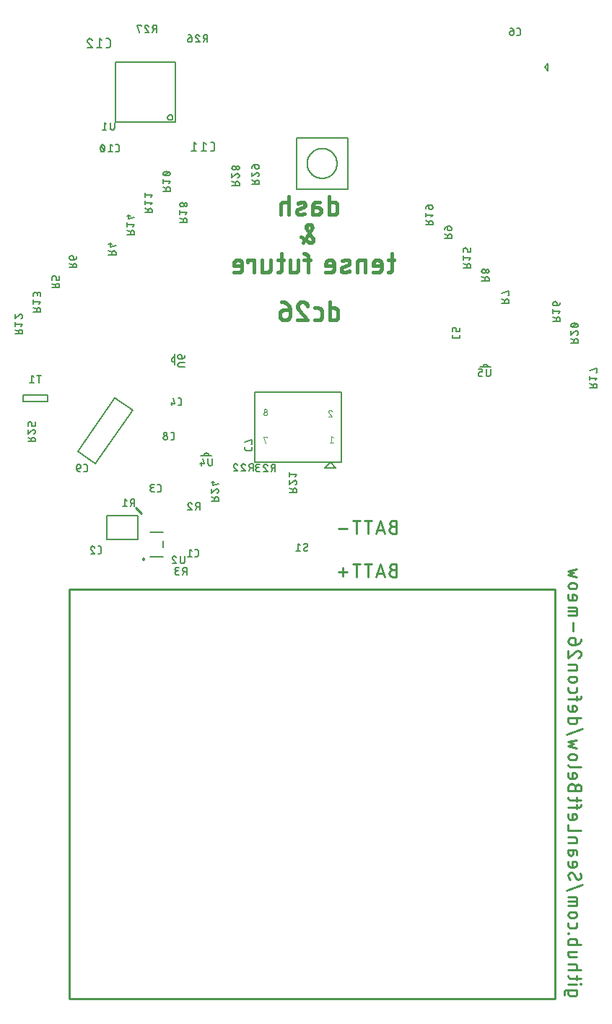
<source format=gbr>
G04 EAGLE Gerber X2 export*
%TF.Part,Single*%
%TF.FileFunction,Legend,Bot,1*%
%TF.FilePolarity,Positive*%
%TF.GenerationSoftware,Autodesk,EAGLE,9.0.1*%
%TF.CreationDate,2018-06-28T06:38:32Z*%
G75*
%MOMM*%
%FSLAX34Y34*%
%LPD*%
%AMOC8*
5,1,8,0,0,1.08239X$1,22.5*%
G01*
%ADD10C,0.254000*%
%ADD11C,0.279400*%
%ADD12C,0.381000*%
%ADD13C,0.127000*%
%ADD14C,0.152400*%
%ADD15C,0.200000*%
%ADD16C,0.076200*%
%ADD17C,0.203200*%


D10*
X662000Y23800D02*
X92000Y23800D01*
X92000Y503800D01*
X662000Y503800D01*
X662000Y23800D01*
D11*
X476123Y526613D02*
X471960Y526613D01*
X471832Y526611D01*
X471704Y526605D01*
X471576Y526595D01*
X471448Y526581D01*
X471321Y526564D01*
X471195Y526542D01*
X471069Y526517D01*
X470945Y526487D01*
X470821Y526454D01*
X470698Y526417D01*
X470576Y526376D01*
X470456Y526332D01*
X470337Y526284D01*
X470220Y526232D01*
X470104Y526177D01*
X469991Y526118D01*
X469879Y526055D01*
X469768Y525989D01*
X469661Y525920D01*
X469555Y525848D01*
X469451Y525772D01*
X469350Y525693D01*
X469251Y525611D01*
X469155Y525526D01*
X469062Y525439D01*
X468971Y525348D01*
X468884Y525255D01*
X468799Y525159D01*
X468717Y525060D01*
X468638Y524959D01*
X468562Y524855D01*
X468490Y524749D01*
X468421Y524642D01*
X468355Y524532D01*
X468292Y524419D01*
X468233Y524306D01*
X468178Y524190D01*
X468126Y524073D01*
X468078Y523954D01*
X468034Y523834D01*
X467993Y523712D01*
X467956Y523589D01*
X467923Y523465D01*
X467893Y523341D01*
X467868Y523215D01*
X467846Y523089D01*
X467829Y522962D01*
X467815Y522834D01*
X467805Y522706D01*
X467799Y522578D01*
X467797Y522450D01*
X467799Y522322D01*
X467805Y522194D01*
X467815Y522066D01*
X467829Y521938D01*
X467846Y521811D01*
X467868Y521685D01*
X467893Y521559D01*
X467923Y521435D01*
X467956Y521311D01*
X467993Y521188D01*
X468034Y521066D01*
X468078Y520946D01*
X468126Y520827D01*
X468178Y520710D01*
X468233Y520594D01*
X468292Y520481D01*
X468355Y520369D01*
X468421Y520258D01*
X468490Y520151D01*
X468562Y520045D01*
X468638Y519941D01*
X468717Y519840D01*
X468799Y519741D01*
X468884Y519645D01*
X468971Y519552D01*
X469062Y519461D01*
X469155Y519374D01*
X469251Y519289D01*
X469350Y519207D01*
X469451Y519128D01*
X469555Y519052D01*
X469661Y518980D01*
X469768Y518911D01*
X469879Y518845D01*
X469991Y518782D01*
X470104Y518723D01*
X470220Y518668D01*
X470337Y518616D01*
X470456Y518568D01*
X470576Y518524D01*
X470698Y518483D01*
X470821Y518446D01*
X470945Y518413D01*
X471069Y518383D01*
X471195Y518358D01*
X471321Y518336D01*
X471448Y518319D01*
X471576Y518305D01*
X471704Y518295D01*
X471832Y518289D01*
X471960Y518287D01*
X476123Y518287D01*
X476123Y533273D01*
X471960Y533273D01*
X471846Y533271D01*
X471733Y533265D01*
X471619Y533256D01*
X471507Y533242D01*
X471394Y533225D01*
X471282Y533203D01*
X471172Y533178D01*
X471062Y533150D01*
X470953Y533117D01*
X470845Y533081D01*
X470738Y533041D01*
X470633Y532997D01*
X470530Y532950D01*
X470428Y532900D01*
X470328Y532846D01*
X470230Y532788D01*
X470134Y532727D01*
X470040Y532664D01*
X469948Y532596D01*
X469858Y532526D01*
X469772Y532453D01*
X469687Y532377D01*
X469605Y532298D01*
X469526Y532216D01*
X469450Y532131D01*
X469377Y532045D01*
X469307Y531955D01*
X469239Y531863D01*
X469176Y531769D01*
X469115Y531673D01*
X469057Y531575D01*
X469003Y531475D01*
X468953Y531373D01*
X468906Y531270D01*
X468862Y531165D01*
X468822Y531058D01*
X468786Y530950D01*
X468753Y530841D01*
X468725Y530731D01*
X468700Y530621D01*
X468678Y530509D01*
X468661Y530396D01*
X468647Y530284D01*
X468638Y530170D01*
X468632Y530057D01*
X468630Y529943D01*
X468632Y529829D01*
X468638Y529716D01*
X468647Y529602D01*
X468661Y529490D01*
X468678Y529377D01*
X468700Y529265D01*
X468725Y529155D01*
X468753Y529045D01*
X468786Y528936D01*
X468822Y528828D01*
X468862Y528721D01*
X468906Y528616D01*
X468953Y528513D01*
X469003Y528411D01*
X469057Y528311D01*
X469115Y528213D01*
X469176Y528117D01*
X469239Y528023D01*
X469307Y527931D01*
X469377Y527841D01*
X469450Y527755D01*
X469526Y527670D01*
X469605Y527588D01*
X469687Y527509D01*
X469772Y527433D01*
X469858Y527360D01*
X469948Y527290D01*
X470040Y527222D01*
X470134Y527159D01*
X470230Y527098D01*
X470328Y527040D01*
X470428Y526986D01*
X470530Y526936D01*
X470633Y526889D01*
X470738Y526845D01*
X470845Y526805D01*
X470953Y526769D01*
X471062Y526736D01*
X471172Y526708D01*
X471282Y526683D01*
X471394Y526661D01*
X471507Y526644D01*
X471619Y526630D01*
X471733Y526621D01*
X471846Y526615D01*
X471960Y526613D01*
X462163Y518287D02*
X457168Y533273D01*
X452173Y518287D01*
X453422Y522034D02*
X460915Y522034D01*
X442579Y518287D02*
X442579Y533273D01*
X446742Y533273D02*
X438416Y533273D01*
X429032Y533273D02*
X429032Y518287D01*
X433195Y533273D02*
X424869Y533273D01*
X418396Y524115D02*
X408405Y524115D01*
X413401Y519120D02*
X413401Y529110D01*
X471960Y577413D02*
X476123Y577413D01*
X471960Y577413D02*
X471832Y577411D01*
X471704Y577405D01*
X471576Y577395D01*
X471448Y577381D01*
X471321Y577364D01*
X471195Y577342D01*
X471069Y577317D01*
X470945Y577287D01*
X470821Y577254D01*
X470698Y577217D01*
X470576Y577176D01*
X470456Y577132D01*
X470337Y577084D01*
X470220Y577032D01*
X470104Y576977D01*
X469991Y576918D01*
X469879Y576855D01*
X469768Y576789D01*
X469661Y576720D01*
X469555Y576648D01*
X469451Y576572D01*
X469350Y576493D01*
X469251Y576411D01*
X469155Y576326D01*
X469062Y576239D01*
X468971Y576148D01*
X468884Y576055D01*
X468799Y575959D01*
X468717Y575860D01*
X468638Y575759D01*
X468562Y575655D01*
X468490Y575549D01*
X468421Y575442D01*
X468355Y575332D01*
X468292Y575219D01*
X468233Y575106D01*
X468178Y574990D01*
X468126Y574873D01*
X468078Y574754D01*
X468034Y574634D01*
X467993Y574512D01*
X467956Y574389D01*
X467923Y574265D01*
X467893Y574141D01*
X467868Y574015D01*
X467846Y573889D01*
X467829Y573762D01*
X467815Y573634D01*
X467805Y573506D01*
X467799Y573378D01*
X467797Y573250D01*
X467799Y573122D01*
X467805Y572994D01*
X467815Y572866D01*
X467829Y572738D01*
X467846Y572611D01*
X467868Y572485D01*
X467893Y572359D01*
X467923Y572235D01*
X467956Y572111D01*
X467993Y571988D01*
X468034Y571866D01*
X468078Y571746D01*
X468126Y571627D01*
X468178Y571510D01*
X468233Y571394D01*
X468292Y571281D01*
X468355Y571169D01*
X468421Y571058D01*
X468490Y570951D01*
X468562Y570845D01*
X468638Y570741D01*
X468717Y570640D01*
X468799Y570541D01*
X468884Y570445D01*
X468971Y570352D01*
X469062Y570261D01*
X469155Y570174D01*
X469251Y570089D01*
X469350Y570007D01*
X469451Y569928D01*
X469555Y569852D01*
X469661Y569780D01*
X469768Y569711D01*
X469879Y569645D01*
X469991Y569582D01*
X470104Y569523D01*
X470220Y569468D01*
X470337Y569416D01*
X470456Y569368D01*
X470576Y569324D01*
X470698Y569283D01*
X470821Y569246D01*
X470945Y569213D01*
X471069Y569183D01*
X471195Y569158D01*
X471321Y569136D01*
X471448Y569119D01*
X471576Y569105D01*
X471704Y569095D01*
X471832Y569089D01*
X471960Y569087D01*
X476123Y569087D01*
X476123Y584073D01*
X471960Y584073D01*
X471846Y584071D01*
X471733Y584065D01*
X471619Y584056D01*
X471507Y584042D01*
X471394Y584025D01*
X471282Y584003D01*
X471172Y583978D01*
X471062Y583950D01*
X470953Y583917D01*
X470845Y583881D01*
X470738Y583841D01*
X470633Y583797D01*
X470530Y583750D01*
X470428Y583700D01*
X470328Y583646D01*
X470230Y583588D01*
X470134Y583527D01*
X470040Y583464D01*
X469948Y583396D01*
X469858Y583326D01*
X469772Y583253D01*
X469687Y583177D01*
X469605Y583098D01*
X469526Y583016D01*
X469450Y582931D01*
X469377Y582845D01*
X469307Y582755D01*
X469239Y582663D01*
X469176Y582569D01*
X469115Y582473D01*
X469057Y582375D01*
X469003Y582275D01*
X468953Y582173D01*
X468906Y582070D01*
X468862Y581965D01*
X468822Y581858D01*
X468786Y581750D01*
X468753Y581641D01*
X468725Y581531D01*
X468700Y581421D01*
X468678Y581309D01*
X468661Y581196D01*
X468647Y581084D01*
X468638Y580970D01*
X468632Y580857D01*
X468630Y580743D01*
X468632Y580629D01*
X468638Y580516D01*
X468647Y580402D01*
X468661Y580290D01*
X468678Y580177D01*
X468700Y580065D01*
X468725Y579955D01*
X468753Y579845D01*
X468786Y579736D01*
X468822Y579628D01*
X468862Y579521D01*
X468906Y579416D01*
X468953Y579313D01*
X469003Y579211D01*
X469057Y579111D01*
X469115Y579013D01*
X469176Y578917D01*
X469239Y578823D01*
X469307Y578731D01*
X469377Y578641D01*
X469450Y578555D01*
X469526Y578470D01*
X469605Y578388D01*
X469687Y578309D01*
X469772Y578233D01*
X469858Y578160D01*
X469948Y578090D01*
X470040Y578022D01*
X470134Y577959D01*
X470230Y577898D01*
X470328Y577840D01*
X470428Y577786D01*
X470530Y577736D01*
X470633Y577689D01*
X470738Y577645D01*
X470845Y577605D01*
X470953Y577569D01*
X471062Y577536D01*
X471172Y577508D01*
X471282Y577483D01*
X471394Y577461D01*
X471507Y577444D01*
X471619Y577430D01*
X471733Y577421D01*
X471846Y577415D01*
X471960Y577413D01*
X462163Y569087D02*
X457168Y584073D01*
X452173Y569087D01*
X453422Y572834D02*
X460915Y572834D01*
X442579Y569087D02*
X442579Y584073D01*
X446742Y584073D02*
X438416Y584073D01*
X429032Y584073D02*
X429032Y569087D01*
X433195Y584073D02*
X424869Y584073D01*
X418396Y574915D02*
X408405Y574915D01*
D10*
X176936Y592607D02*
X170163Y599380D01*
D12*
X396931Y942975D02*
X396931Y964565D01*
X396931Y942975D02*
X402929Y942975D01*
X403047Y942977D01*
X403164Y942983D01*
X403282Y942992D01*
X403399Y943006D01*
X403515Y943023D01*
X403631Y943044D01*
X403746Y943069D01*
X403860Y943098D01*
X403973Y943130D01*
X404086Y943166D01*
X404196Y943206D01*
X404306Y943249D01*
X404414Y943296D01*
X404520Y943346D01*
X404625Y943400D01*
X404728Y943457D01*
X404829Y943518D01*
X404928Y943581D01*
X405025Y943648D01*
X405119Y943719D01*
X405212Y943792D01*
X405301Y943868D01*
X405389Y943947D01*
X405473Y944029D01*
X405555Y944113D01*
X405634Y944201D01*
X405710Y944290D01*
X405783Y944383D01*
X405854Y944477D01*
X405921Y944574D01*
X405984Y944673D01*
X406045Y944774D01*
X406102Y944877D01*
X406156Y944982D01*
X406206Y945088D01*
X406253Y945196D01*
X406296Y945306D01*
X406336Y945416D01*
X406372Y945529D01*
X406404Y945642D01*
X406433Y945756D01*
X406458Y945871D01*
X406479Y945987D01*
X406496Y946103D01*
X406510Y946220D01*
X406519Y946338D01*
X406525Y946455D01*
X406527Y946573D01*
X406527Y953770D01*
X406525Y953888D01*
X406519Y954005D01*
X406510Y954123D01*
X406496Y954240D01*
X406479Y954356D01*
X406458Y954472D01*
X406433Y954587D01*
X406404Y954701D01*
X406372Y954814D01*
X406336Y954927D01*
X406296Y955037D01*
X406253Y955147D01*
X406206Y955255D01*
X406156Y955361D01*
X406102Y955466D01*
X406045Y955569D01*
X405984Y955670D01*
X405921Y955769D01*
X405854Y955866D01*
X405783Y955960D01*
X405710Y956053D01*
X405634Y956142D01*
X405555Y956230D01*
X405473Y956314D01*
X405389Y956396D01*
X405301Y956475D01*
X405212Y956551D01*
X405119Y956624D01*
X405025Y956695D01*
X404928Y956762D01*
X404829Y956825D01*
X404728Y956886D01*
X404625Y956943D01*
X404520Y956997D01*
X404414Y957047D01*
X404306Y957094D01*
X404196Y957137D01*
X404086Y957177D01*
X403973Y957213D01*
X403860Y957245D01*
X403746Y957274D01*
X403631Y957299D01*
X403515Y957320D01*
X403399Y957337D01*
X403282Y957351D01*
X403164Y957360D01*
X403047Y957366D01*
X402929Y957368D01*
X396931Y957368D01*
X383538Y951371D02*
X378141Y951371D01*
X383538Y951371D02*
X383666Y951369D01*
X383794Y951363D01*
X383922Y951353D01*
X384049Y951340D01*
X384176Y951322D01*
X384302Y951301D01*
X384428Y951276D01*
X384552Y951247D01*
X384676Y951214D01*
X384799Y951177D01*
X384920Y951137D01*
X385040Y951093D01*
X385159Y951045D01*
X385277Y950994D01*
X385392Y950939D01*
X385506Y950881D01*
X385618Y950819D01*
X385729Y950754D01*
X385837Y950686D01*
X385943Y950614D01*
X386047Y950539D01*
X386148Y950461D01*
X386247Y950380D01*
X386344Y950296D01*
X386438Y950209D01*
X386529Y950119D01*
X386617Y950026D01*
X386703Y949931D01*
X386786Y949833D01*
X386865Y949733D01*
X386942Y949630D01*
X387015Y949525D01*
X387085Y949418D01*
X387152Y949309D01*
X387216Y949198D01*
X387276Y949085D01*
X387332Y948970D01*
X387385Y948853D01*
X387435Y948735D01*
X387480Y948615D01*
X387523Y948495D01*
X387561Y948372D01*
X387596Y948249D01*
X387627Y948125D01*
X387654Y948000D01*
X387677Y947874D01*
X387697Y947747D01*
X387712Y947620D01*
X387724Y947493D01*
X387732Y947365D01*
X387736Y947237D01*
X387736Y947109D01*
X387732Y946981D01*
X387724Y946853D01*
X387712Y946726D01*
X387697Y946599D01*
X387677Y946472D01*
X387654Y946346D01*
X387627Y946221D01*
X387596Y946097D01*
X387561Y945974D01*
X387523Y945851D01*
X387480Y945731D01*
X387435Y945611D01*
X387385Y945493D01*
X387332Y945376D01*
X387276Y945261D01*
X387216Y945148D01*
X387152Y945037D01*
X387085Y944928D01*
X387015Y944821D01*
X386942Y944716D01*
X386865Y944613D01*
X386786Y944513D01*
X386703Y944415D01*
X386617Y944320D01*
X386529Y944227D01*
X386438Y944137D01*
X386344Y944050D01*
X386247Y943966D01*
X386148Y943885D01*
X386047Y943807D01*
X385943Y943732D01*
X385837Y943660D01*
X385729Y943592D01*
X385618Y943527D01*
X385506Y943465D01*
X385392Y943407D01*
X385277Y943352D01*
X385159Y943301D01*
X385040Y943253D01*
X384920Y943209D01*
X384799Y943169D01*
X384676Y943132D01*
X384552Y943099D01*
X384428Y943070D01*
X384302Y943045D01*
X384176Y943024D01*
X384049Y943006D01*
X383922Y942993D01*
X383794Y942983D01*
X383666Y942977D01*
X383538Y942975D01*
X378141Y942975D01*
X378141Y953770D01*
X378143Y953888D01*
X378149Y954005D01*
X378158Y954123D01*
X378172Y954240D01*
X378189Y954356D01*
X378210Y954472D01*
X378235Y954587D01*
X378264Y954701D01*
X378296Y954814D01*
X378332Y954927D01*
X378372Y955037D01*
X378415Y955147D01*
X378462Y955255D01*
X378512Y955361D01*
X378566Y955466D01*
X378623Y955569D01*
X378684Y955670D01*
X378747Y955769D01*
X378814Y955866D01*
X378885Y955960D01*
X378958Y956053D01*
X379034Y956142D01*
X379113Y956230D01*
X379195Y956314D01*
X379279Y956396D01*
X379367Y956475D01*
X379456Y956551D01*
X379549Y956624D01*
X379643Y956695D01*
X379740Y956762D01*
X379839Y956825D01*
X379940Y956886D01*
X380043Y956943D01*
X380148Y956997D01*
X380254Y957047D01*
X380362Y957094D01*
X380472Y957137D01*
X380582Y957177D01*
X380695Y957213D01*
X380808Y957245D01*
X380922Y957274D01*
X381037Y957299D01*
X381153Y957320D01*
X381269Y957337D01*
X381386Y957351D01*
X381504Y957360D01*
X381621Y957366D01*
X381739Y957368D01*
X386537Y957368D01*
X367041Y951371D02*
X361044Y948972D01*
X367041Y951371D02*
X367143Y951414D01*
X367243Y951461D01*
X367342Y951511D01*
X367439Y951564D01*
X367534Y951621D01*
X367627Y951682D01*
X367717Y951745D01*
X367805Y951812D01*
X367891Y951882D01*
X367975Y951955D01*
X368055Y952030D01*
X368133Y952109D01*
X368208Y952190D01*
X368280Y952274D01*
X368349Y952361D01*
X368415Y952449D01*
X368478Y952541D01*
X368538Y952634D01*
X368594Y952729D01*
X368646Y952827D01*
X368696Y952926D01*
X368741Y953026D01*
X368783Y953129D01*
X368822Y953233D01*
X368856Y953338D01*
X368887Y953444D01*
X368914Y953551D01*
X368938Y953659D01*
X368957Y953768D01*
X368973Y953878D01*
X368984Y953988D01*
X368992Y954098D01*
X368996Y954209D01*
X368995Y954320D01*
X368991Y954430D01*
X368983Y954541D01*
X368971Y954651D01*
X368955Y954760D01*
X368936Y954869D01*
X368912Y954977D01*
X368885Y955084D01*
X368853Y955190D01*
X368818Y955295D01*
X368780Y955399D01*
X368737Y955501D01*
X368691Y955602D01*
X368642Y955701D01*
X368589Y955798D01*
X368532Y955893D01*
X368472Y955986D01*
X368409Y956077D01*
X368343Y956166D01*
X368274Y956252D01*
X368201Y956336D01*
X368126Y956417D01*
X368048Y956495D01*
X367967Y956570D01*
X367883Y956643D01*
X367797Y956713D01*
X367709Y956779D01*
X367618Y956842D01*
X367525Y956902D01*
X367430Y956959D01*
X367333Y957012D01*
X367234Y957062D01*
X367133Y957108D01*
X367031Y957150D01*
X366928Y957189D01*
X366823Y957225D01*
X366717Y957256D01*
X366609Y957284D01*
X366501Y957307D01*
X366393Y957327D01*
X366283Y957344D01*
X366173Y957356D01*
X366063Y957364D01*
X365952Y957368D01*
X365842Y957369D01*
X365842Y957368D02*
X365515Y957359D01*
X365188Y957343D01*
X364861Y957318D01*
X364535Y957286D01*
X364210Y957246D01*
X363886Y957198D01*
X363564Y957143D01*
X363242Y957079D01*
X362923Y957008D01*
X362605Y956929D01*
X362289Y956843D01*
X361975Y956749D01*
X361664Y956648D01*
X361355Y956539D01*
X361049Y956423D01*
X360745Y956299D01*
X360445Y956168D01*
X361044Y948973D02*
X360942Y948930D01*
X360842Y948883D01*
X360743Y948833D01*
X360646Y948780D01*
X360551Y948723D01*
X360458Y948662D01*
X360368Y948599D01*
X360280Y948532D01*
X360194Y948462D01*
X360110Y948389D01*
X360030Y948314D01*
X359952Y948235D01*
X359877Y948154D01*
X359805Y948070D01*
X359736Y947983D01*
X359670Y947895D01*
X359607Y947803D01*
X359547Y947710D01*
X359491Y947615D01*
X359439Y947517D01*
X359389Y947418D01*
X359344Y947318D01*
X359302Y947215D01*
X359263Y947111D01*
X359229Y947006D01*
X359198Y946900D01*
X359171Y946793D01*
X359147Y946685D01*
X359128Y946576D01*
X359112Y946466D01*
X359101Y946356D01*
X359093Y946246D01*
X359089Y946135D01*
X359090Y946024D01*
X359094Y945914D01*
X359102Y945803D01*
X359114Y945693D01*
X359130Y945584D01*
X359149Y945475D01*
X359173Y945367D01*
X359200Y945260D01*
X359232Y945154D01*
X359267Y945049D01*
X359305Y944945D01*
X359348Y944843D01*
X359394Y944742D01*
X359443Y944643D01*
X359496Y944546D01*
X359553Y944451D01*
X359613Y944358D01*
X359676Y944267D01*
X359742Y944178D01*
X359811Y944092D01*
X359884Y944008D01*
X359959Y943927D01*
X360037Y943849D01*
X360118Y943774D01*
X360202Y943701D01*
X360288Y943632D01*
X360376Y943565D01*
X360467Y943502D01*
X360560Y943442D01*
X360655Y943385D01*
X360752Y943332D01*
X360851Y943282D01*
X360952Y943236D01*
X361054Y943194D01*
X361157Y943155D01*
X361262Y943119D01*
X361368Y943088D01*
X361475Y943060D01*
X361584Y943037D01*
X361692Y943017D01*
X361802Y943000D01*
X361912Y942988D01*
X362022Y942980D01*
X362133Y942976D01*
X362243Y942975D01*
X362724Y942988D01*
X363205Y943012D01*
X363685Y943047D01*
X364164Y943093D01*
X364641Y943151D01*
X365117Y943221D01*
X365592Y943301D01*
X366064Y943393D01*
X366534Y943496D01*
X367001Y943609D01*
X367466Y943734D01*
X367928Y943870D01*
X368386Y944017D01*
X368840Y944175D01*
X350050Y942975D02*
X350050Y964565D01*
X350050Y957368D02*
X344052Y957368D01*
X343934Y957366D01*
X343817Y957360D01*
X343699Y957351D01*
X343582Y957337D01*
X343466Y957320D01*
X343350Y957299D01*
X343235Y957274D01*
X343121Y957245D01*
X343008Y957213D01*
X342895Y957177D01*
X342785Y957137D01*
X342675Y957094D01*
X342567Y957047D01*
X342461Y956997D01*
X342356Y956943D01*
X342253Y956886D01*
X342152Y956825D01*
X342053Y956762D01*
X341956Y956695D01*
X341862Y956624D01*
X341769Y956551D01*
X341680Y956475D01*
X341592Y956396D01*
X341508Y956314D01*
X341426Y956230D01*
X341347Y956142D01*
X341271Y956053D01*
X341198Y955960D01*
X341127Y955866D01*
X341060Y955769D01*
X340997Y955670D01*
X340936Y955569D01*
X340879Y955466D01*
X340825Y955361D01*
X340775Y955255D01*
X340728Y955147D01*
X340685Y955037D01*
X340645Y954927D01*
X340609Y954814D01*
X340577Y954701D01*
X340548Y954587D01*
X340523Y954472D01*
X340502Y954356D01*
X340485Y954240D01*
X340471Y954123D01*
X340462Y954005D01*
X340456Y953888D01*
X340454Y953770D01*
X340454Y942975D01*
X373789Y931545D02*
X373906Y931543D01*
X374024Y931537D01*
X374141Y931527D01*
X374257Y931514D01*
X374373Y931496D01*
X374489Y931475D01*
X374603Y931450D01*
X374717Y931421D01*
X374830Y931388D01*
X374942Y931352D01*
X375052Y931312D01*
X375161Y931268D01*
X375268Y931220D01*
X375374Y931169D01*
X375478Y931115D01*
X375580Y931057D01*
X375680Y930996D01*
X375778Y930931D01*
X375874Y930864D01*
X375968Y930793D01*
X376059Y930719D01*
X376148Y930642D01*
X376234Y930562D01*
X376317Y930479D01*
X376398Y930394D01*
X376475Y930306D01*
X376550Y930215D01*
X376622Y930122D01*
X376690Y930027D01*
X376756Y929930D01*
X376818Y929830D01*
X376877Y929728D01*
X376932Y929625D01*
X376984Y929519D01*
X377032Y929412D01*
X377077Y929304D01*
X377118Y929194D01*
X377155Y929083D01*
X377189Y928970D01*
X377219Y928857D01*
X377245Y928742D01*
X377267Y928627D01*
X377286Y928511D01*
X377300Y928394D01*
X377311Y928278D01*
X377318Y928160D01*
X377321Y928043D01*
X377320Y927926D01*
X377315Y927808D01*
X377306Y927691D01*
X377294Y927574D01*
X377277Y927458D01*
X377257Y927343D01*
X377233Y927228D01*
X377205Y927114D01*
X377173Y927001D01*
X377137Y926889D01*
X377098Y926778D01*
X377055Y926669D01*
X377009Y926561D01*
X376959Y926455D01*
X376905Y926350D01*
X376848Y926248D01*
X376788Y926147D01*
X366593Y909955D01*
X370790Y926147D02*
X370730Y926248D01*
X370673Y926350D01*
X370619Y926455D01*
X370569Y926561D01*
X370523Y926669D01*
X370480Y926778D01*
X370441Y926889D01*
X370405Y927001D01*
X370373Y927114D01*
X370345Y927228D01*
X370321Y927343D01*
X370301Y927458D01*
X370284Y927574D01*
X370272Y927691D01*
X370263Y927808D01*
X370258Y927926D01*
X370257Y928043D01*
X370260Y928160D01*
X370267Y928278D01*
X370278Y928394D01*
X370292Y928511D01*
X370311Y928627D01*
X370333Y928742D01*
X370359Y928857D01*
X370389Y928970D01*
X370423Y929083D01*
X370460Y929194D01*
X370501Y929304D01*
X370546Y929412D01*
X370594Y929519D01*
X370646Y929625D01*
X370701Y929728D01*
X370760Y929830D01*
X370822Y929930D01*
X370888Y930027D01*
X370956Y930122D01*
X371028Y930215D01*
X371103Y930306D01*
X371180Y930394D01*
X371261Y930479D01*
X371344Y930562D01*
X371430Y930642D01*
X371519Y930719D01*
X371610Y930793D01*
X371704Y930864D01*
X371800Y930931D01*
X371898Y930996D01*
X371998Y931057D01*
X372100Y931115D01*
X372204Y931169D01*
X372310Y931220D01*
X372417Y931268D01*
X372526Y931312D01*
X372636Y931352D01*
X372748Y931388D01*
X372861Y931421D01*
X372975Y931450D01*
X373089Y931475D01*
X373205Y931496D01*
X373321Y931514D01*
X373437Y931527D01*
X373554Y931537D01*
X373672Y931543D01*
X373789Y931545D01*
X378587Y913553D02*
X378585Y913435D01*
X378579Y913318D01*
X378570Y913200D01*
X378556Y913083D01*
X378539Y912967D01*
X378518Y912851D01*
X378493Y912736D01*
X378464Y912622D01*
X378432Y912509D01*
X378396Y912396D01*
X378356Y912286D01*
X378313Y912176D01*
X378266Y912068D01*
X378216Y911962D01*
X378162Y911857D01*
X378105Y911754D01*
X378044Y911653D01*
X377981Y911554D01*
X377914Y911457D01*
X377843Y911363D01*
X377770Y911270D01*
X377694Y911181D01*
X377615Y911093D01*
X377533Y911009D01*
X377449Y910927D01*
X377361Y910848D01*
X377272Y910772D01*
X377179Y910699D01*
X377085Y910628D01*
X376988Y910561D01*
X376889Y910498D01*
X376788Y910437D01*
X376685Y910380D01*
X376580Y910326D01*
X376474Y910276D01*
X376366Y910229D01*
X376256Y910186D01*
X376146Y910146D01*
X376033Y910110D01*
X375920Y910078D01*
X375806Y910049D01*
X375691Y910024D01*
X375575Y910003D01*
X375459Y909986D01*
X375342Y909972D01*
X375224Y909963D01*
X375107Y909957D01*
X374989Y909955D01*
X378587Y913553D02*
X378585Y913660D01*
X378579Y913767D01*
X378570Y913874D01*
X378556Y913980D01*
X378539Y914086D01*
X378518Y914191D01*
X378494Y914296D01*
X378465Y914399D01*
X378433Y914501D01*
X378397Y914602D01*
X378358Y914702D01*
X378315Y914800D01*
X378269Y914897D01*
X378219Y914992D01*
X378166Y915085D01*
X378110Y915176D01*
X378050Y915265D01*
X377987Y915352D01*
X377987Y915353D02*
X370791Y926147D01*
X373190Y910555D02*
X373277Y910492D01*
X373366Y910432D01*
X373457Y910376D01*
X373550Y910323D01*
X373645Y910273D01*
X373742Y910227D01*
X373840Y910184D01*
X373940Y910145D01*
X374041Y910109D01*
X374143Y910077D01*
X374246Y910048D01*
X374351Y910024D01*
X374456Y910003D01*
X374562Y909986D01*
X374668Y909972D01*
X374775Y909963D01*
X374882Y909957D01*
X374989Y909955D01*
X373190Y910555D02*
X364194Y917152D01*
X466386Y889804D02*
X473583Y889804D01*
X471184Y897001D02*
X471184Y879009D01*
X471182Y878891D01*
X471176Y878774D01*
X471167Y878656D01*
X471153Y878539D01*
X471136Y878423D01*
X471115Y878307D01*
X471090Y878192D01*
X471061Y878078D01*
X471029Y877965D01*
X470993Y877852D01*
X470953Y877742D01*
X470910Y877632D01*
X470863Y877524D01*
X470813Y877418D01*
X470759Y877313D01*
X470702Y877210D01*
X470641Y877109D01*
X470578Y877010D01*
X470511Y876913D01*
X470440Y876819D01*
X470367Y876726D01*
X470291Y876637D01*
X470212Y876549D01*
X470130Y876465D01*
X470046Y876383D01*
X469958Y876304D01*
X469869Y876228D01*
X469776Y876155D01*
X469682Y876084D01*
X469585Y876017D01*
X469486Y875954D01*
X469385Y875893D01*
X469282Y875836D01*
X469177Y875782D01*
X469071Y875732D01*
X468963Y875685D01*
X468853Y875642D01*
X468743Y875602D01*
X468630Y875566D01*
X468517Y875534D01*
X468403Y875505D01*
X468288Y875480D01*
X468172Y875459D01*
X468056Y875442D01*
X467939Y875428D01*
X467821Y875419D01*
X467704Y875413D01*
X467586Y875411D01*
X466386Y875411D01*
X455005Y875411D02*
X449008Y875411D01*
X455005Y875411D02*
X455123Y875413D01*
X455240Y875419D01*
X455358Y875428D01*
X455475Y875442D01*
X455591Y875459D01*
X455707Y875480D01*
X455822Y875505D01*
X455936Y875534D01*
X456049Y875566D01*
X456162Y875602D01*
X456272Y875642D01*
X456382Y875685D01*
X456490Y875732D01*
X456596Y875782D01*
X456701Y875836D01*
X456804Y875893D01*
X456905Y875954D01*
X457004Y876017D01*
X457101Y876084D01*
X457195Y876155D01*
X457288Y876228D01*
X457377Y876304D01*
X457465Y876383D01*
X457549Y876465D01*
X457631Y876549D01*
X457710Y876637D01*
X457786Y876726D01*
X457859Y876819D01*
X457930Y876913D01*
X457997Y877010D01*
X458060Y877109D01*
X458121Y877210D01*
X458178Y877313D01*
X458232Y877418D01*
X458282Y877524D01*
X458329Y877632D01*
X458372Y877742D01*
X458412Y877852D01*
X458448Y877965D01*
X458480Y878078D01*
X458509Y878192D01*
X458534Y878307D01*
X458555Y878423D01*
X458572Y878539D01*
X458586Y878656D01*
X458595Y878774D01*
X458601Y878891D01*
X458603Y879009D01*
X458603Y885007D01*
X458601Y885145D01*
X458595Y885283D01*
X458585Y885421D01*
X458571Y885559D01*
X458553Y885696D01*
X458531Y885833D01*
X458506Y885968D01*
X458476Y886104D01*
X458442Y886238D01*
X458405Y886371D01*
X458364Y886503D01*
X458319Y886634D01*
X458270Y886763D01*
X458218Y886891D01*
X458162Y887017D01*
X458102Y887142D01*
X458038Y887265D01*
X457972Y887386D01*
X457901Y887505D01*
X457828Y887622D01*
X457751Y887737D01*
X457670Y887850D01*
X457587Y887960D01*
X457500Y888067D01*
X457410Y888173D01*
X457318Y888275D01*
X457222Y888375D01*
X457124Y888472D01*
X457022Y888566D01*
X456918Y888658D01*
X456812Y888746D01*
X456703Y888831D01*
X456592Y888913D01*
X456478Y888992D01*
X456362Y889067D01*
X456244Y889139D01*
X456124Y889208D01*
X456002Y889273D01*
X455878Y889334D01*
X455752Y889392D01*
X455625Y889446D01*
X455496Y889497D01*
X455366Y889544D01*
X455235Y889587D01*
X455102Y889626D01*
X454969Y889662D01*
X454834Y889693D01*
X454699Y889721D01*
X454562Y889745D01*
X454426Y889765D01*
X454288Y889781D01*
X454150Y889793D01*
X454012Y889801D01*
X453874Y889805D01*
X453736Y889805D01*
X453598Y889801D01*
X453460Y889793D01*
X453322Y889781D01*
X453184Y889765D01*
X453048Y889745D01*
X452911Y889721D01*
X452776Y889693D01*
X452641Y889662D01*
X452508Y889626D01*
X452375Y889587D01*
X452244Y889544D01*
X452114Y889497D01*
X451985Y889446D01*
X451858Y889392D01*
X451732Y889334D01*
X451608Y889273D01*
X451486Y889208D01*
X451366Y889139D01*
X451248Y889067D01*
X451132Y888992D01*
X451018Y888913D01*
X450907Y888831D01*
X450798Y888746D01*
X450692Y888658D01*
X450588Y888566D01*
X450486Y888472D01*
X450388Y888375D01*
X450292Y888275D01*
X450200Y888173D01*
X450110Y888067D01*
X450023Y887960D01*
X449940Y887850D01*
X449859Y887737D01*
X449782Y887622D01*
X449709Y887505D01*
X449638Y887386D01*
X449572Y887265D01*
X449508Y887142D01*
X449448Y887017D01*
X449392Y886891D01*
X449340Y886763D01*
X449291Y886634D01*
X449246Y886503D01*
X449205Y886371D01*
X449168Y886238D01*
X449134Y886104D01*
X449104Y885968D01*
X449079Y885833D01*
X449057Y885696D01*
X449039Y885559D01*
X449025Y885421D01*
X449015Y885283D01*
X449009Y885145D01*
X449007Y885007D01*
X449008Y885007D02*
X449008Y882608D01*
X458603Y882608D01*
X439812Y889804D02*
X439812Y875411D01*
X439812Y889804D02*
X433815Y889804D01*
X433697Y889802D01*
X433580Y889796D01*
X433462Y889787D01*
X433345Y889773D01*
X433229Y889756D01*
X433113Y889735D01*
X432998Y889710D01*
X432884Y889681D01*
X432771Y889649D01*
X432658Y889613D01*
X432548Y889573D01*
X432438Y889530D01*
X432330Y889483D01*
X432224Y889433D01*
X432119Y889379D01*
X432016Y889322D01*
X431915Y889261D01*
X431816Y889198D01*
X431719Y889131D01*
X431625Y889060D01*
X431532Y888987D01*
X431443Y888911D01*
X431355Y888832D01*
X431271Y888750D01*
X431189Y888666D01*
X431110Y888578D01*
X431034Y888489D01*
X430961Y888396D01*
X430890Y888302D01*
X430823Y888205D01*
X430760Y888106D01*
X430699Y888005D01*
X430642Y887902D01*
X430588Y887797D01*
X430538Y887691D01*
X430491Y887583D01*
X430448Y887473D01*
X430408Y887363D01*
X430372Y887250D01*
X430340Y887137D01*
X430311Y887023D01*
X430286Y886908D01*
X430265Y886792D01*
X430248Y886676D01*
X430234Y886559D01*
X430225Y886441D01*
X430219Y886324D01*
X430217Y886206D01*
X430217Y875411D01*
X419222Y883807D02*
X413225Y881408D01*
X419222Y883807D02*
X419324Y883850D01*
X419424Y883897D01*
X419523Y883947D01*
X419620Y884000D01*
X419715Y884057D01*
X419808Y884118D01*
X419898Y884181D01*
X419986Y884248D01*
X420072Y884318D01*
X420156Y884391D01*
X420236Y884466D01*
X420314Y884545D01*
X420389Y884626D01*
X420461Y884710D01*
X420530Y884797D01*
X420596Y884885D01*
X420659Y884977D01*
X420719Y885070D01*
X420775Y885165D01*
X420827Y885263D01*
X420877Y885362D01*
X420922Y885462D01*
X420964Y885565D01*
X421003Y885669D01*
X421037Y885774D01*
X421068Y885880D01*
X421095Y885987D01*
X421119Y886095D01*
X421138Y886204D01*
X421154Y886314D01*
X421165Y886424D01*
X421173Y886534D01*
X421177Y886645D01*
X421176Y886756D01*
X421172Y886866D01*
X421164Y886977D01*
X421152Y887087D01*
X421136Y887196D01*
X421117Y887305D01*
X421093Y887413D01*
X421066Y887520D01*
X421034Y887626D01*
X420999Y887731D01*
X420961Y887835D01*
X420918Y887937D01*
X420872Y888038D01*
X420823Y888137D01*
X420770Y888234D01*
X420713Y888329D01*
X420653Y888422D01*
X420590Y888513D01*
X420524Y888602D01*
X420455Y888688D01*
X420382Y888772D01*
X420307Y888853D01*
X420229Y888931D01*
X420148Y889006D01*
X420064Y889079D01*
X419978Y889149D01*
X419890Y889215D01*
X419799Y889278D01*
X419706Y889338D01*
X419611Y889395D01*
X419514Y889448D01*
X419415Y889498D01*
X419314Y889544D01*
X419212Y889586D01*
X419109Y889625D01*
X419004Y889661D01*
X418898Y889692D01*
X418790Y889720D01*
X418682Y889743D01*
X418574Y889763D01*
X418464Y889780D01*
X418354Y889792D01*
X418244Y889800D01*
X418133Y889804D01*
X418023Y889805D01*
X418022Y889804D02*
X417695Y889795D01*
X417368Y889779D01*
X417041Y889754D01*
X416715Y889722D01*
X416390Y889682D01*
X416066Y889634D01*
X415744Y889579D01*
X415422Y889515D01*
X415103Y889444D01*
X414785Y889365D01*
X414469Y889279D01*
X414155Y889185D01*
X413844Y889084D01*
X413535Y888975D01*
X413229Y888859D01*
X412925Y888735D01*
X412625Y888604D01*
X413225Y881409D02*
X413123Y881366D01*
X413023Y881319D01*
X412924Y881269D01*
X412827Y881216D01*
X412732Y881159D01*
X412639Y881098D01*
X412549Y881035D01*
X412461Y880968D01*
X412375Y880898D01*
X412291Y880825D01*
X412211Y880750D01*
X412133Y880671D01*
X412058Y880590D01*
X411986Y880506D01*
X411917Y880419D01*
X411851Y880331D01*
X411788Y880239D01*
X411728Y880146D01*
X411672Y880051D01*
X411620Y879953D01*
X411570Y879854D01*
X411525Y879754D01*
X411483Y879651D01*
X411444Y879547D01*
X411410Y879442D01*
X411379Y879336D01*
X411352Y879229D01*
X411328Y879121D01*
X411309Y879012D01*
X411293Y878902D01*
X411282Y878792D01*
X411274Y878682D01*
X411270Y878571D01*
X411271Y878460D01*
X411275Y878350D01*
X411283Y878239D01*
X411295Y878129D01*
X411311Y878020D01*
X411330Y877911D01*
X411354Y877803D01*
X411381Y877696D01*
X411413Y877590D01*
X411448Y877485D01*
X411486Y877381D01*
X411529Y877279D01*
X411575Y877178D01*
X411624Y877079D01*
X411677Y876982D01*
X411734Y876887D01*
X411794Y876794D01*
X411857Y876703D01*
X411923Y876614D01*
X411992Y876528D01*
X412065Y876444D01*
X412140Y876363D01*
X412218Y876285D01*
X412299Y876210D01*
X412383Y876137D01*
X412469Y876068D01*
X412557Y876001D01*
X412648Y875938D01*
X412741Y875878D01*
X412836Y875821D01*
X412933Y875768D01*
X413032Y875718D01*
X413133Y875672D01*
X413235Y875630D01*
X413338Y875591D01*
X413443Y875555D01*
X413549Y875524D01*
X413656Y875496D01*
X413765Y875473D01*
X413873Y875453D01*
X413983Y875436D01*
X414093Y875424D01*
X414203Y875416D01*
X414314Y875412D01*
X414424Y875411D01*
X414905Y875424D01*
X415386Y875448D01*
X415866Y875483D01*
X416345Y875529D01*
X416822Y875587D01*
X417298Y875657D01*
X417773Y875737D01*
X418245Y875829D01*
X418715Y875932D01*
X419182Y876045D01*
X419647Y876170D01*
X420109Y876306D01*
X420567Y876453D01*
X421021Y876611D01*
X399328Y875411D02*
X393331Y875411D01*
X399328Y875411D02*
X399446Y875413D01*
X399563Y875419D01*
X399681Y875428D01*
X399798Y875442D01*
X399914Y875459D01*
X400030Y875480D01*
X400145Y875505D01*
X400259Y875534D01*
X400372Y875566D01*
X400485Y875602D01*
X400595Y875642D01*
X400705Y875685D01*
X400813Y875732D01*
X400919Y875782D01*
X401024Y875836D01*
X401127Y875893D01*
X401228Y875954D01*
X401327Y876017D01*
X401424Y876084D01*
X401518Y876155D01*
X401611Y876228D01*
X401700Y876304D01*
X401788Y876383D01*
X401872Y876465D01*
X401954Y876549D01*
X402033Y876637D01*
X402109Y876726D01*
X402182Y876819D01*
X402253Y876913D01*
X402320Y877010D01*
X402383Y877109D01*
X402444Y877210D01*
X402501Y877313D01*
X402555Y877418D01*
X402605Y877524D01*
X402652Y877632D01*
X402695Y877742D01*
X402735Y877852D01*
X402771Y877965D01*
X402803Y878078D01*
X402832Y878192D01*
X402857Y878307D01*
X402878Y878423D01*
X402895Y878539D01*
X402909Y878656D01*
X402918Y878774D01*
X402924Y878891D01*
X402926Y879009D01*
X402926Y885007D01*
X402927Y885007D02*
X402925Y885145D01*
X402919Y885283D01*
X402909Y885421D01*
X402895Y885559D01*
X402877Y885696D01*
X402855Y885833D01*
X402830Y885968D01*
X402800Y886104D01*
X402766Y886238D01*
X402729Y886371D01*
X402688Y886503D01*
X402643Y886634D01*
X402594Y886763D01*
X402542Y886891D01*
X402486Y887017D01*
X402426Y887142D01*
X402362Y887265D01*
X402296Y887386D01*
X402225Y887505D01*
X402152Y887622D01*
X402075Y887737D01*
X401994Y887850D01*
X401911Y887960D01*
X401824Y888067D01*
X401734Y888173D01*
X401642Y888275D01*
X401546Y888375D01*
X401448Y888472D01*
X401346Y888566D01*
X401242Y888658D01*
X401136Y888746D01*
X401027Y888831D01*
X400916Y888913D01*
X400802Y888992D01*
X400686Y889067D01*
X400568Y889139D01*
X400448Y889208D01*
X400326Y889273D01*
X400202Y889334D01*
X400076Y889392D01*
X399949Y889446D01*
X399820Y889497D01*
X399690Y889544D01*
X399559Y889587D01*
X399426Y889626D01*
X399293Y889662D01*
X399158Y889693D01*
X399023Y889721D01*
X398886Y889745D01*
X398750Y889765D01*
X398612Y889781D01*
X398474Y889793D01*
X398336Y889801D01*
X398198Y889805D01*
X398060Y889805D01*
X397922Y889801D01*
X397784Y889793D01*
X397646Y889781D01*
X397508Y889765D01*
X397372Y889745D01*
X397235Y889721D01*
X397100Y889693D01*
X396965Y889662D01*
X396832Y889626D01*
X396699Y889587D01*
X396568Y889544D01*
X396438Y889497D01*
X396309Y889446D01*
X396182Y889392D01*
X396056Y889334D01*
X395932Y889273D01*
X395810Y889208D01*
X395690Y889139D01*
X395572Y889067D01*
X395456Y888992D01*
X395342Y888913D01*
X395231Y888831D01*
X395122Y888746D01*
X395016Y888658D01*
X394912Y888566D01*
X394810Y888472D01*
X394712Y888375D01*
X394616Y888275D01*
X394524Y888173D01*
X394434Y888067D01*
X394347Y887960D01*
X394264Y887850D01*
X394183Y887737D01*
X394106Y887622D01*
X394033Y887505D01*
X393962Y887386D01*
X393896Y887265D01*
X393832Y887142D01*
X393772Y887017D01*
X393716Y886891D01*
X393664Y886763D01*
X393615Y886634D01*
X393570Y886503D01*
X393529Y886371D01*
X393492Y886238D01*
X393458Y886104D01*
X393428Y885968D01*
X393403Y885833D01*
X393381Y885696D01*
X393363Y885559D01*
X393349Y885421D01*
X393339Y885283D01*
X393333Y885145D01*
X393331Y885007D01*
X393331Y882608D01*
X402926Y882608D01*
X372454Y875411D02*
X372454Y893403D01*
X372452Y893521D01*
X372446Y893638D01*
X372437Y893756D01*
X372423Y893873D01*
X372406Y893989D01*
X372385Y894105D01*
X372360Y894220D01*
X372331Y894334D01*
X372299Y894447D01*
X372263Y894560D01*
X372223Y894670D01*
X372180Y894780D01*
X372133Y894888D01*
X372083Y894994D01*
X372029Y895099D01*
X371972Y895202D01*
X371911Y895303D01*
X371848Y895402D01*
X371781Y895499D01*
X371710Y895593D01*
X371637Y895686D01*
X371561Y895775D01*
X371482Y895863D01*
X371400Y895947D01*
X371316Y896029D01*
X371228Y896108D01*
X371139Y896184D01*
X371046Y896257D01*
X370952Y896328D01*
X370855Y896395D01*
X370756Y896458D01*
X370655Y896519D01*
X370552Y896576D01*
X370447Y896630D01*
X370341Y896680D01*
X370233Y896727D01*
X370123Y896770D01*
X370013Y896810D01*
X369900Y896846D01*
X369787Y896878D01*
X369673Y896907D01*
X369558Y896932D01*
X369442Y896953D01*
X369326Y896970D01*
X369209Y896984D01*
X369091Y896993D01*
X368974Y896999D01*
X368856Y897001D01*
X367656Y897001D01*
X367656Y889804D02*
X374853Y889804D01*
X361169Y889804D02*
X361169Y879009D01*
X361167Y878891D01*
X361161Y878774D01*
X361152Y878656D01*
X361138Y878539D01*
X361121Y878423D01*
X361100Y878307D01*
X361075Y878192D01*
X361046Y878078D01*
X361014Y877965D01*
X360978Y877852D01*
X360938Y877742D01*
X360895Y877632D01*
X360848Y877524D01*
X360798Y877418D01*
X360744Y877313D01*
X360687Y877210D01*
X360626Y877109D01*
X360563Y877010D01*
X360496Y876913D01*
X360425Y876819D01*
X360352Y876726D01*
X360276Y876637D01*
X360197Y876549D01*
X360115Y876465D01*
X360031Y876383D01*
X359943Y876304D01*
X359854Y876228D01*
X359761Y876155D01*
X359667Y876084D01*
X359570Y876017D01*
X359471Y875954D01*
X359370Y875893D01*
X359267Y875836D01*
X359162Y875782D01*
X359056Y875732D01*
X358948Y875685D01*
X358838Y875642D01*
X358728Y875602D01*
X358615Y875566D01*
X358502Y875534D01*
X358388Y875505D01*
X358273Y875480D01*
X358157Y875459D01*
X358041Y875442D01*
X357924Y875428D01*
X357806Y875419D01*
X357689Y875413D01*
X357571Y875411D01*
X351573Y875411D01*
X351573Y889804D01*
X344135Y889804D02*
X336938Y889804D01*
X341736Y897001D02*
X341736Y879009D01*
X341734Y878891D01*
X341728Y878774D01*
X341719Y878656D01*
X341705Y878539D01*
X341688Y878423D01*
X341667Y878307D01*
X341642Y878192D01*
X341613Y878078D01*
X341581Y877965D01*
X341545Y877852D01*
X341505Y877742D01*
X341462Y877632D01*
X341415Y877524D01*
X341365Y877418D01*
X341311Y877313D01*
X341254Y877210D01*
X341193Y877109D01*
X341130Y877010D01*
X341063Y876913D01*
X340992Y876819D01*
X340919Y876726D01*
X340843Y876637D01*
X340764Y876549D01*
X340682Y876465D01*
X340598Y876383D01*
X340510Y876304D01*
X340421Y876228D01*
X340328Y876155D01*
X340234Y876084D01*
X340137Y876017D01*
X340038Y875954D01*
X339937Y875893D01*
X339834Y875836D01*
X339729Y875782D01*
X339623Y875732D01*
X339515Y875685D01*
X339405Y875642D01*
X339295Y875602D01*
X339182Y875566D01*
X339069Y875534D01*
X338955Y875505D01*
X338840Y875480D01*
X338724Y875459D01*
X338608Y875442D01*
X338491Y875428D01*
X338373Y875419D01*
X338256Y875413D01*
X338138Y875411D01*
X336938Y875411D01*
X328459Y879009D02*
X328459Y889804D01*
X328459Y879009D02*
X328457Y878891D01*
X328451Y878774D01*
X328442Y878656D01*
X328428Y878539D01*
X328411Y878423D01*
X328390Y878307D01*
X328365Y878192D01*
X328336Y878078D01*
X328304Y877965D01*
X328268Y877852D01*
X328228Y877742D01*
X328185Y877632D01*
X328138Y877524D01*
X328088Y877418D01*
X328034Y877313D01*
X327977Y877210D01*
X327916Y877109D01*
X327853Y877010D01*
X327786Y876913D01*
X327715Y876819D01*
X327642Y876726D01*
X327566Y876637D01*
X327487Y876549D01*
X327405Y876465D01*
X327321Y876383D01*
X327233Y876304D01*
X327144Y876228D01*
X327051Y876155D01*
X326957Y876084D01*
X326860Y876017D01*
X326761Y875954D01*
X326660Y875893D01*
X326557Y875836D01*
X326452Y875782D01*
X326346Y875732D01*
X326238Y875685D01*
X326128Y875642D01*
X326018Y875602D01*
X325905Y875566D01*
X325792Y875534D01*
X325678Y875505D01*
X325563Y875480D01*
X325447Y875459D01*
X325331Y875442D01*
X325214Y875428D01*
X325096Y875419D01*
X324979Y875413D01*
X324861Y875411D01*
X318863Y875411D01*
X318863Y889804D01*
X308841Y889804D02*
X308841Y875411D01*
X308841Y889804D02*
X301644Y889804D01*
X301644Y887405D01*
X291455Y875411D02*
X285457Y875411D01*
X291455Y875411D02*
X291573Y875413D01*
X291690Y875419D01*
X291808Y875428D01*
X291925Y875442D01*
X292041Y875459D01*
X292157Y875480D01*
X292272Y875505D01*
X292386Y875534D01*
X292499Y875566D01*
X292612Y875602D01*
X292722Y875642D01*
X292832Y875685D01*
X292940Y875732D01*
X293046Y875782D01*
X293151Y875836D01*
X293254Y875893D01*
X293355Y875954D01*
X293454Y876017D01*
X293551Y876084D01*
X293645Y876155D01*
X293738Y876228D01*
X293827Y876304D01*
X293915Y876383D01*
X293999Y876465D01*
X294081Y876549D01*
X294160Y876637D01*
X294236Y876726D01*
X294309Y876819D01*
X294380Y876913D01*
X294447Y877010D01*
X294510Y877109D01*
X294571Y877210D01*
X294628Y877313D01*
X294682Y877418D01*
X294732Y877524D01*
X294779Y877632D01*
X294822Y877742D01*
X294862Y877852D01*
X294898Y877965D01*
X294930Y878078D01*
X294959Y878192D01*
X294984Y878307D01*
X295005Y878423D01*
X295022Y878539D01*
X295036Y878656D01*
X295045Y878774D01*
X295051Y878891D01*
X295053Y879009D01*
X295053Y885007D01*
X295051Y885145D01*
X295045Y885283D01*
X295035Y885421D01*
X295021Y885559D01*
X295003Y885696D01*
X294981Y885833D01*
X294956Y885968D01*
X294926Y886104D01*
X294892Y886238D01*
X294855Y886371D01*
X294814Y886503D01*
X294769Y886634D01*
X294720Y886763D01*
X294668Y886891D01*
X294612Y887017D01*
X294552Y887142D01*
X294488Y887265D01*
X294422Y887386D01*
X294351Y887505D01*
X294278Y887622D01*
X294201Y887737D01*
X294120Y887850D01*
X294037Y887960D01*
X293950Y888067D01*
X293860Y888173D01*
X293768Y888275D01*
X293672Y888375D01*
X293574Y888472D01*
X293472Y888566D01*
X293368Y888658D01*
X293262Y888746D01*
X293153Y888831D01*
X293042Y888913D01*
X292928Y888992D01*
X292812Y889067D01*
X292694Y889139D01*
X292574Y889208D01*
X292452Y889273D01*
X292328Y889334D01*
X292202Y889392D01*
X292075Y889446D01*
X291946Y889497D01*
X291816Y889544D01*
X291685Y889587D01*
X291552Y889626D01*
X291419Y889662D01*
X291284Y889693D01*
X291149Y889721D01*
X291012Y889745D01*
X290876Y889765D01*
X290738Y889781D01*
X290600Y889793D01*
X290462Y889801D01*
X290324Y889805D01*
X290186Y889805D01*
X290048Y889801D01*
X289910Y889793D01*
X289772Y889781D01*
X289634Y889765D01*
X289498Y889745D01*
X289361Y889721D01*
X289226Y889693D01*
X289091Y889662D01*
X288958Y889626D01*
X288825Y889587D01*
X288694Y889544D01*
X288564Y889497D01*
X288435Y889446D01*
X288308Y889392D01*
X288182Y889334D01*
X288058Y889273D01*
X287936Y889208D01*
X287816Y889139D01*
X287698Y889067D01*
X287582Y888992D01*
X287468Y888913D01*
X287357Y888831D01*
X287248Y888746D01*
X287142Y888658D01*
X287038Y888566D01*
X286936Y888472D01*
X286838Y888375D01*
X286742Y888275D01*
X286650Y888173D01*
X286560Y888067D01*
X286473Y887960D01*
X286390Y887850D01*
X286309Y887737D01*
X286232Y887622D01*
X286159Y887505D01*
X286088Y887386D01*
X286022Y887265D01*
X285958Y887142D01*
X285898Y887017D01*
X285842Y886891D01*
X285790Y886763D01*
X285741Y886634D01*
X285696Y886503D01*
X285655Y886371D01*
X285618Y886238D01*
X285584Y886104D01*
X285554Y885968D01*
X285529Y885833D01*
X285507Y885696D01*
X285489Y885559D01*
X285475Y885421D01*
X285465Y885283D01*
X285459Y885145D01*
X285457Y885007D01*
X285457Y882608D01*
X295053Y882608D01*
X397693Y840613D02*
X397693Y819023D01*
X403691Y819023D01*
X403809Y819025D01*
X403926Y819031D01*
X404044Y819040D01*
X404161Y819054D01*
X404277Y819071D01*
X404393Y819092D01*
X404508Y819117D01*
X404622Y819146D01*
X404735Y819178D01*
X404848Y819214D01*
X404958Y819254D01*
X405068Y819297D01*
X405176Y819344D01*
X405282Y819394D01*
X405387Y819448D01*
X405490Y819505D01*
X405591Y819566D01*
X405690Y819629D01*
X405787Y819696D01*
X405881Y819767D01*
X405974Y819840D01*
X406063Y819916D01*
X406151Y819995D01*
X406235Y820077D01*
X406317Y820161D01*
X406396Y820249D01*
X406472Y820338D01*
X406545Y820431D01*
X406616Y820525D01*
X406683Y820622D01*
X406746Y820721D01*
X406807Y820822D01*
X406864Y820925D01*
X406918Y821030D01*
X406968Y821136D01*
X407015Y821244D01*
X407058Y821354D01*
X407098Y821464D01*
X407134Y821577D01*
X407166Y821690D01*
X407195Y821804D01*
X407220Y821919D01*
X407241Y822035D01*
X407258Y822151D01*
X407272Y822268D01*
X407281Y822386D01*
X407287Y822503D01*
X407289Y822621D01*
X407289Y829818D01*
X407287Y829936D01*
X407281Y830053D01*
X407272Y830171D01*
X407258Y830288D01*
X407241Y830404D01*
X407220Y830520D01*
X407195Y830635D01*
X407166Y830749D01*
X407134Y830862D01*
X407098Y830975D01*
X407058Y831085D01*
X407015Y831195D01*
X406968Y831303D01*
X406918Y831409D01*
X406864Y831514D01*
X406807Y831617D01*
X406746Y831718D01*
X406683Y831817D01*
X406616Y831914D01*
X406545Y832008D01*
X406472Y832101D01*
X406396Y832190D01*
X406317Y832278D01*
X406235Y832362D01*
X406151Y832444D01*
X406063Y832523D01*
X405974Y832599D01*
X405881Y832672D01*
X405787Y832743D01*
X405690Y832810D01*
X405591Y832873D01*
X405490Y832934D01*
X405387Y832991D01*
X405282Y833045D01*
X405176Y833095D01*
X405068Y833142D01*
X404958Y833185D01*
X404848Y833225D01*
X404735Y833261D01*
X404622Y833293D01*
X404508Y833322D01*
X404393Y833347D01*
X404277Y833368D01*
X404161Y833385D01*
X404044Y833399D01*
X403926Y833408D01*
X403809Y833414D01*
X403691Y833416D01*
X397693Y833416D01*
X384765Y819023D02*
X379968Y819023D01*
X384765Y819023D02*
X384883Y819025D01*
X385000Y819031D01*
X385118Y819040D01*
X385235Y819054D01*
X385351Y819071D01*
X385467Y819092D01*
X385582Y819117D01*
X385696Y819146D01*
X385809Y819178D01*
X385922Y819214D01*
X386032Y819254D01*
X386142Y819297D01*
X386250Y819344D01*
X386356Y819394D01*
X386461Y819448D01*
X386564Y819505D01*
X386665Y819566D01*
X386764Y819629D01*
X386861Y819696D01*
X386955Y819767D01*
X387048Y819840D01*
X387137Y819916D01*
X387225Y819995D01*
X387309Y820077D01*
X387391Y820161D01*
X387470Y820249D01*
X387546Y820338D01*
X387619Y820431D01*
X387690Y820525D01*
X387757Y820622D01*
X387820Y820721D01*
X387881Y820822D01*
X387938Y820925D01*
X387992Y821030D01*
X388042Y821136D01*
X388089Y821244D01*
X388132Y821354D01*
X388172Y821464D01*
X388208Y821577D01*
X388240Y821690D01*
X388269Y821804D01*
X388294Y821919D01*
X388315Y822035D01*
X388332Y822151D01*
X388346Y822268D01*
X388355Y822386D01*
X388361Y822503D01*
X388363Y822621D01*
X388364Y822621D02*
X388364Y829818D01*
X388363Y829818D02*
X388361Y829936D01*
X388355Y830053D01*
X388346Y830171D01*
X388332Y830288D01*
X388315Y830404D01*
X388294Y830520D01*
X388269Y830635D01*
X388240Y830749D01*
X388208Y830862D01*
X388172Y830975D01*
X388132Y831085D01*
X388089Y831195D01*
X388042Y831303D01*
X387992Y831409D01*
X387938Y831514D01*
X387881Y831617D01*
X387820Y831718D01*
X387757Y831817D01*
X387690Y831914D01*
X387619Y832008D01*
X387546Y832101D01*
X387470Y832190D01*
X387391Y832278D01*
X387309Y832362D01*
X387225Y832444D01*
X387137Y832523D01*
X387048Y832599D01*
X386955Y832672D01*
X386861Y832743D01*
X386764Y832810D01*
X386665Y832873D01*
X386564Y832934D01*
X386461Y832991D01*
X386356Y833045D01*
X386250Y833095D01*
X386142Y833142D01*
X386032Y833185D01*
X385922Y833225D01*
X385809Y833261D01*
X385696Y833293D01*
X385582Y833322D01*
X385467Y833347D01*
X385351Y833368D01*
X385235Y833385D01*
X385118Y833399D01*
X385000Y833408D01*
X384883Y833414D01*
X384765Y833416D01*
X379968Y833416D01*
X365597Y840613D02*
X365451Y840611D01*
X365305Y840605D01*
X365159Y840595D01*
X365013Y840581D01*
X364868Y840564D01*
X364724Y840542D01*
X364580Y840516D01*
X364437Y840487D01*
X364294Y840453D01*
X364153Y840416D01*
X364013Y840375D01*
X363873Y840330D01*
X363735Y840282D01*
X363599Y840230D01*
X363464Y840174D01*
X363330Y840114D01*
X363199Y840051D01*
X363069Y839984D01*
X362940Y839914D01*
X362814Y839840D01*
X362690Y839763D01*
X362568Y839683D01*
X362448Y839599D01*
X362330Y839512D01*
X362215Y839422D01*
X362102Y839329D01*
X361992Y839233D01*
X361885Y839134D01*
X361780Y839032D01*
X361678Y838927D01*
X361579Y838820D01*
X361483Y838710D01*
X361390Y838597D01*
X361300Y838482D01*
X361213Y838364D01*
X361129Y838244D01*
X361049Y838122D01*
X360972Y837998D01*
X360898Y837872D01*
X360828Y837743D01*
X360761Y837613D01*
X360698Y837482D01*
X360638Y837348D01*
X360582Y837213D01*
X360530Y837076D01*
X360482Y836939D01*
X360437Y836799D01*
X360396Y836659D01*
X360359Y836518D01*
X360325Y836375D01*
X360296Y836232D01*
X360270Y836088D01*
X360248Y835944D01*
X360231Y835799D01*
X360217Y835653D01*
X360207Y835507D01*
X360201Y835361D01*
X360199Y835215D01*
X365597Y840613D02*
X365765Y840611D01*
X365932Y840605D01*
X366100Y840595D01*
X366267Y840581D01*
X366433Y840562D01*
X366600Y840540D01*
X366765Y840514D01*
X366930Y840484D01*
X367094Y840449D01*
X367258Y840411D01*
X367420Y840369D01*
X367581Y840323D01*
X367741Y840273D01*
X367900Y840219D01*
X368058Y840162D01*
X368214Y840100D01*
X368368Y840035D01*
X368521Y839966D01*
X368672Y839894D01*
X368822Y839818D01*
X368969Y839738D01*
X369115Y839654D01*
X369258Y839568D01*
X369399Y839477D01*
X369539Y839384D01*
X369675Y839287D01*
X369810Y839187D01*
X369942Y839083D01*
X370071Y838976D01*
X370198Y838867D01*
X370322Y838754D01*
X370443Y838638D01*
X370562Y838519D01*
X370678Y838398D01*
X370790Y838274D01*
X370900Y838147D01*
X371006Y838017D01*
X371110Y837885D01*
X371210Y837751D01*
X371306Y837614D01*
X371400Y837475D01*
X371490Y837333D01*
X371577Y837190D01*
X371660Y837044D01*
X371739Y836896D01*
X371815Y836747D01*
X371888Y836596D01*
X371956Y836443D01*
X372021Y836288D01*
X372083Y836132D01*
X372140Y835974D01*
X372194Y835815D01*
X361999Y831017D02*
X361891Y831123D01*
X361785Y831232D01*
X361683Y831343D01*
X361583Y831457D01*
X361486Y831574D01*
X361393Y831693D01*
X361302Y831814D01*
X361215Y831938D01*
X361131Y832064D01*
X361051Y832192D01*
X360973Y832322D01*
X360899Y832454D01*
X360829Y832589D01*
X360762Y832724D01*
X360699Y832862D01*
X360639Y833001D01*
X360583Y833142D01*
X360531Y833284D01*
X360482Y833427D01*
X360438Y833572D01*
X360397Y833718D01*
X360359Y833865D01*
X360326Y834012D01*
X360297Y834161D01*
X360271Y834310D01*
X360249Y834460D01*
X360232Y834610D01*
X360218Y834761D01*
X360208Y834912D01*
X360202Y835064D01*
X360200Y835215D01*
X361999Y831017D02*
X372194Y819023D01*
X360199Y819023D01*
X351315Y831017D02*
X344118Y831017D01*
X344118Y831018D02*
X343981Y831016D01*
X343844Y831010D01*
X343707Y831000D01*
X343571Y830987D01*
X343435Y830969D01*
X343300Y830948D01*
X343165Y830922D01*
X343031Y830893D01*
X342898Y830860D01*
X342766Y830824D01*
X342635Y830783D01*
X342506Y830739D01*
X342377Y830691D01*
X342250Y830640D01*
X342125Y830584D01*
X342001Y830526D01*
X341879Y830464D01*
X341759Y830398D01*
X341640Y830329D01*
X341524Y830256D01*
X341410Y830181D01*
X341298Y830102D01*
X341188Y830020D01*
X341081Y829934D01*
X340976Y829846D01*
X340874Y829755D01*
X340774Y829661D01*
X340677Y829564D01*
X340583Y829464D01*
X340492Y829362D01*
X340404Y829257D01*
X340318Y829150D01*
X340236Y829040D01*
X340157Y828928D01*
X340082Y828814D01*
X340009Y828698D01*
X339940Y828579D01*
X339875Y828459D01*
X339812Y828337D01*
X339754Y828213D01*
X339698Y828088D01*
X339647Y827961D01*
X339599Y827832D01*
X339555Y827703D01*
X339514Y827572D01*
X339478Y827440D01*
X339445Y827307D01*
X339416Y827173D01*
X339390Y827038D01*
X339369Y826903D01*
X339351Y826767D01*
X339338Y826631D01*
X339328Y826494D01*
X339322Y826357D01*
X339320Y826220D01*
X339321Y826220D02*
X339321Y825020D01*
X339323Y824867D01*
X339329Y824714D01*
X339339Y824561D01*
X339352Y824408D01*
X339370Y824256D01*
X339391Y824105D01*
X339417Y823954D01*
X339446Y823803D01*
X339479Y823654D01*
X339516Y823505D01*
X339556Y823357D01*
X339600Y823211D01*
X339649Y823065D01*
X339700Y822921D01*
X339756Y822778D01*
X339815Y822637D01*
X339877Y822497D01*
X339944Y822359D01*
X340013Y822223D01*
X340087Y822088D01*
X340163Y821955D01*
X340243Y821825D01*
X340326Y821696D01*
X340413Y821570D01*
X340503Y821446D01*
X340595Y821324D01*
X340691Y821204D01*
X340790Y821088D01*
X340892Y820973D01*
X340997Y820861D01*
X341105Y820752D01*
X341215Y820646D01*
X341328Y820543D01*
X341444Y820442D01*
X341562Y820345D01*
X341682Y820251D01*
X341805Y820159D01*
X341931Y820071D01*
X342058Y819986D01*
X342188Y819905D01*
X342320Y819826D01*
X342453Y819752D01*
X342589Y819680D01*
X342726Y819612D01*
X342865Y819548D01*
X343005Y819487D01*
X343147Y819430D01*
X343291Y819376D01*
X343436Y819326D01*
X343582Y819280D01*
X343729Y819237D01*
X343877Y819199D01*
X344026Y819164D01*
X344176Y819133D01*
X344327Y819105D01*
X344478Y819082D01*
X344630Y819063D01*
X344783Y819047D01*
X344935Y819035D01*
X345088Y819027D01*
X345241Y819023D01*
X345395Y819023D01*
X345548Y819027D01*
X345701Y819035D01*
X345853Y819047D01*
X346006Y819063D01*
X346158Y819082D01*
X346309Y819105D01*
X346460Y819133D01*
X346610Y819164D01*
X346759Y819199D01*
X346907Y819237D01*
X347054Y819280D01*
X347200Y819326D01*
X347345Y819376D01*
X347489Y819430D01*
X347631Y819487D01*
X347771Y819548D01*
X347910Y819612D01*
X348047Y819680D01*
X348183Y819752D01*
X348317Y819826D01*
X348448Y819905D01*
X348578Y819986D01*
X348705Y820071D01*
X348831Y820159D01*
X348954Y820251D01*
X349074Y820345D01*
X349192Y820442D01*
X349308Y820543D01*
X349421Y820646D01*
X349531Y820752D01*
X349639Y820861D01*
X349744Y820973D01*
X349846Y821088D01*
X349945Y821204D01*
X350041Y821324D01*
X350133Y821446D01*
X350223Y821570D01*
X350310Y821696D01*
X350393Y821825D01*
X350473Y821955D01*
X350549Y822088D01*
X350623Y822223D01*
X350692Y822359D01*
X350759Y822497D01*
X350821Y822637D01*
X350880Y822778D01*
X350936Y822921D01*
X350987Y823065D01*
X351036Y823211D01*
X351080Y823357D01*
X351120Y823505D01*
X351157Y823654D01*
X351190Y823803D01*
X351219Y823954D01*
X351245Y824105D01*
X351266Y824256D01*
X351284Y824408D01*
X351297Y824561D01*
X351307Y824714D01*
X351313Y824867D01*
X351315Y825020D01*
X351315Y831017D01*
X351316Y831017D02*
X351313Y831252D01*
X351304Y831488D01*
X351290Y831723D01*
X351270Y831958D01*
X351244Y832192D01*
X351212Y832425D01*
X351175Y832658D01*
X351132Y832889D01*
X351083Y833119D01*
X351028Y833349D01*
X350968Y833576D01*
X350903Y833803D01*
X350832Y834027D01*
X350755Y834250D01*
X350673Y834471D01*
X350586Y834689D01*
X350493Y834906D01*
X350395Y835120D01*
X350291Y835331D01*
X350183Y835541D01*
X350069Y835747D01*
X349951Y835950D01*
X349827Y836151D01*
X349699Y836348D01*
X349566Y836542D01*
X349428Y836733D01*
X349285Y836921D01*
X349138Y837105D01*
X348986Y837285D01*
X348830Y837461D01*
X348670Y837634D01*
X348505Y837802D01*
X348337Y837967D01*
X348164Y838127D01*
X347988Y838283D01*
X347808Y838435D01*
X347624Y838582D01*
X347436Y838725D01*
X347245Y838863D01*
X347051Y838996D01*
X346854Y839124D01*
X346653Y839248D01*
X346450Y839366D01*
X346244Y839480D01*
X346035Y839588D01*
X345823Y839692D01*
X345609Y839790D01*
X345392Y839883D01*
X345174Y839970D01*
X344953Y840052D01*
X344730Y840129D01*
X344506Y840200D01*
X344279Y840265D01*
X344052Y840325D01*
X343823Y840380D01*
X343592Y840429D01*
X343361Y840472D01*
X343128Y840509D01*
X342895Y840541D01*
X342661Y840567D01*
X342426Y840587D01*
X342191Y840601D01*
X341956Y840610D01*
X341720Y840613D01*
D11*
X677799Y33526D02*
X677799Y29363D01*
X677801Y29265D01*
X677807Y29167D01*
X677816Y29069D01*
X677830Y28972D01*
X677847Y28876D01*
X677868Y28780D01*
X677893Y28685D01*
X677921Y28591D01*
X677953Y28498D01*
X677989Y28407D01*
X678028Y28317D01*
X678071Y28229D01*
X678118Y28142D01*
X678167Y28058D01*
X678220Y27975D01*
X678276Y27895D01*
X678335Y27817D01*
X678398Y27741D01*
X678463Y27667D01*
X678531Y27597D01*
X678601Y27529D01*
X678675Y27464D01*
X678751Y27401D01*
X678829Y27342D01*
X678909Y27286D01*
X678992Y27233D01*
X679076Y27184D01*
X679163Y27137D01*
X679251Y27094D01*
X679341Y27055D01*
X679432Y27019D01*
X679525Y26987D01*
X679619Y26959D01*
X679714Y26934D01*
X679810Y26913D01*
X679906Y26896D01*
X680003Y26882D01*
X680101Y26873D01*
X680199Y26867D01*
X680297Y26865D01*
X680297Y26866D02*
X685292Y26866D01*
X685292Y26865D02*
X685390Y26867D01*
X685488Y26873D01*
X685586Y26882D01*
X685683Y26896D01*
X685779Y26913D01*
X685875Y26934D01*
X685970Y26959D01*
X686064Y26987D01*
X686157Y27019D01*
X686248Y27055D01*
X686338Y27094D01*
X686426Y27137D01*
X686513Y27184D01*
X686597Y27233D01*
X686680Y27286D01*
X686760Y27342D01*
X686839Y27401D01*
X686914Y27464D01*
X686988Y27529D01*
X687058Y27597D01*
X687126Y27667D01*
X687192Y27741D01*
X687254Y27817D01*
X687313Y27895D01*
X687369Y27975D01*
X687422Y28058D01*
X687472Y28142D01*
X687518Y28229D01*
X687561Y28317D01*
X687600Y28407D01*
X687636Y28498D01*
X687668Y28591D01*
X687696Y28685D01*
X687721Y28780D01*
X687742Y28876D01*
X687759Y28972D01*
X687773Y29069D01*
X687782Y29167D01*
X687788Y29265D01*
X687790Y29363D01*
X687790Y33526D01*
X675301Y33526D01*
X675203Y33524D01*
X675105Y33518D01*
X675007Y33509D01*
X674910Y33495D01*
X674814Y33478D01*
X674718Y33457D01*
X674623Y33432D01*
X674529Y33404D01*
X674436Y33372D01*
X674345Y33336D01*
X674255Y33297D01*
X674167Y33254D01*
X674080Y33207D01*
X673996Y33158D01*
X673913Y33105D01*
X673833Y33049D01*
X673755Y32990D01*
X673679Y32927D01*
X673605Y32862D01*
X673535Y32794D01*
X673467Y32724D01*
X673402Y32650D01*
X673339Y32574D01*
X673280Y32496D01*
X673224Y32416D01*
X673171Y32333D01*
X673122Y32249D01*
X673075Y32162D01*
X673032Y32074D01*
X672993Y31984D01*
X672957Y31893D01*
X672925Y31800D01*
X672897Y31706D01*
X672872Y31611D01*
X672851Y31515D01*
X672834Y31419D01*
X672820Y31322D01*
X672811Y31224D01*
X672805Y31126D01*
X672803Y31028D01*
X672804Y31028D02*
X672804Y27698D01*
X677799Y40727D02*
X687790Y40727D01*
X691952Y40311D02*
X692785Y40311D01*
X692785Y41143D01*
X691952Y41143D01*
X691952Y40311D01*
X687790Y45870D02*
X687790Y50865D01*
X692785Y47535D02*
X680297Y47535D01*
X680199Y47537D01*
X680101Y47543D01*
X680003Y47552D01*
X679906Y47566D01*
X679810Y47583D01*
X679714Y47604D01*
X679619Y47629D01*
X679525Y47657D01*
X679432Y47689D01*
X679341Y47725D01*
X679251Y47764D01*
X679163Y47807D01*
X679076Y47854D01*
X678992Y47903D01*
X678909Y47956D01*
X678829Y48012D01*
X678751Y48071D01*
X678675Y48134D01*
X678601Y48199D01*
X678531Y48267D01*
X678463Y48337D01*
X678398Y48411D01*
X678335Y48487D01*
X678276Y48565D01*
X678220Y48645D01*
X678167Y48728D01*
X678118Y48812D01*
X678071Y48899D01*
X678028Y48987D01*
X677989Y49077D01*
X677953Y49168D01*
X677921Y49261D01*
X677893Y49355D01*
X677868Y49450D01*
X677847Y49546D01*
X677830Y49642D01*
X677816Y49739D01*
X677807Y49837D01*
X677801Y49935D01*
X677799Y50033D01*
X677799Y50865D01*
X677799Y57717D02*
X692785Y57717D01*
X687790Y57717D02*
X687790Y61880D01*
X687788Y61978D01*
X687782Y62076D01*
X687773Y62174D01*
X687759Y62271D01*
X687742Y62367D01*
X687721Y62463D01*
X687696Y62558D01*
X687668Y62652D01*
X687636Y62745D01*
X687600Y62836D01*
X687561Y62926D01*
X687518Y63014D01*
X687472Y63101D01*
X687422Y63185D01*
X687369Y63268D01*
X687313Y63348D01*
X687254Y63426D01*
X687192Y63502D01*
X687126Y63576D01*
X687058Y63646D01*
X686988Y63714D01*
X686914Y63779D01*
X686839Y63842D01*
X686760Y63901D01*
X686680Y63957D01*
X686597Y64010D01*
X686513Y64059D01*
X686426Y64106D01*
X686338Y64149D01*
X686248Y64188D01*
X686157Y64224D01*
X686064Y64256D01*
X685970Y64284D01*
X685875Y64309D01*
X685779Y64330D01*
X685683Y64347D01*
X685586Y64361D01*
X685488Y64370D01*
X685390Y64376D01*
X685292Y64378D01*
X677799Y64378D01*
X680297Y72307D02*
X687790Y72307D01*
X680297Y72306D02*
X680199Y72308D01*
X680101Y72314D01*
X680003Y72323D01*
X679906Y72337D01*
X679810Y72354D01*
X679714Y72375D01*
X679619Y72400D01*
X679525Y72428D01*
X679432Y72460D01*
X679341Y72496D01*
X679251Y72535D01*
X679163Y72578D01*
X679076Y72625D01*
X678992Y72674D01*
X678909Y72727D01*
X678829Y72783D01*
X678751Y72842D01*
X678675Y72905D01*
X678601Y72970D01*
X678531Y73038D01*
X678463Y73108D01*
X678398Y73182D01*
X678335Y73258D01*
X678276Y73336D01*
X678220Y73416D01*
X678167Y73499D01*
X678118Y73583D01*
X678071Y73670D01*
X678028Y73758D01*
X677989Y73848D01*
X677953Y73939D01*
X677921Y74032D01*
X677893Y74126D01*
X677868Y74221D01*
X677847Y74317D01*
X677830Y74413D01*
X677816Y74510D01*
X677807Y74608D01*
X677801Y74706D01*
X677799Y74804D01*
X677799Y78967D01*
X687790Y78967D01*
X692785Y87006D02*
X677799Y87006D01*
X677799Y91169D01*
X677801Y91267D01*
X677807Y91365D01*
X677816Y91463D01*
X677830Y91560D01*
X677847Y91656D01*
X677868Y91752D01*
X677893Y91847D01*
X677921Y91941D01*
X677953Y92034D01*
X677989Y92125D01*
X678028Y92215D01*
X678071Y92303D01*
X678118Y92390D01*
X678167Y92474D01*
X678220Y92557D01*
X678276Y92637D01*
X678335Y92715D01*
X678397Y92791D01*
X678463Y92865D01*
X678531Y92935D01*
X678601Y93003D01*
X678675Y93068D01*
X678750Y93131D01*
X678829Y93190D01*
X678909Y93246D01*
X678992Y93299D01*
X679076Y93348D01*
X679163Y93395D01*
X679251Y93438D01*
X679341Y93477D01*
X679432Y93513D01*
X679525Y93545D01*
X679619Y93573D01*
X679714Y93598D01*
X679810Y93619D01*
X679906Y93636D01*
X680003Y93650D01*
X680101Y93659D01*
X680199Y93665D01*
X680297Y93667D01*
X685292Y93667D01*
X685390Y93665D01*
X685488Y93659D01*
X685586Y93650D01*
X685683Y93636D01*
X685779Y93619D01*
X685875Y93598D01*
X685970Y93573D01*
X686064Y93545D01*
X686157Y93513D01*
X686248Y93477D01*
X686338Y93438D01*
X686426Y93395D01*
X686513Y93348D01*
X686597Y93299D01*
X686680Y93246D01*
X686760Y93190D01*
X686839Y93131D01*
X686914Y93068D01*
X686988Y93003D01*
X687058Y92935D01*
X687126Y92865D01*
X687192Y92791D01*
X687254Y92715D01*
X687313Y92637D01*
X687369Y92557D01*
X687422Y92474D01*
X687472Y92390D01*
X687518Y92303D01*
X687561Y92215D01*
X687600Y92125D01*
X687636Y92034D01*
X687668Y91941D01*
X687696Y91847D01*
X687721Y91752D01*
X687742Y91656D01*
X687759Y91560D01*
X687773Y91463D01*
X687782Y91365D01*
X687788Y91267D01*
X687790Y91169D01*
X687790Y87006D01*
X678632Y99709D02*
X677799Y99709D01*
X678632Y99709D02*
X678632Y100542D01*
X677799Y100542D01*
X677799Y99709D01*
X677799Y109219D02*
X677799Y112550D01*
X677799Y109219D02*
X677801Y109121D01*
X677807Y109023D01*
X677816Y108925D01*
X677830Y108828D01*
X677847Y108732D01*
X677868Y108636D01*
X677893Y108541D01*
X677921Y108447D01*
X677953Y108354D01*
X677989Y108263D01*
X678028Y108173D01*
X678071Y108085D01*
X678118Y107998D01*
X678167Y107914D01*
X678220Y107831D01*
X678276Y107751D01*
X678335Y107673D01*
X678398Y107597D01*
X678463Y107523D01*
X678531Y107453D01*
X678601Y107385D01*
X678675Y107320D01*
X678751Y107257D01*
X678829Y107198D01*
X678909Y107142D01*
X678992Y107089D01*
X679076Y107040D01*
X679163Y106993D01*
X679251Y106950D01*
X679341Y106911D01*
X679432Y106875D01*
X679525Y106843D01*
X679619Y106815D01*
X679714Y106790D01*
X679810Y106769D01*
X679906Y106752D01*
X680003Y106738D01*
X680101Y106729D01*
X680199Y106723D01*
X680297Y106721D01*
X680297Y106722D02*
X685292Y106722D01*
X685292Y106721D02*
X685390Y106723D01*
X685488Y106729D01*
X685586Y106738D01*
X685683Y106752D01*
X685779Y106769D01*
X685875Y106790D01*
X685970Y106815D01*
X686064Y106843D01*
X686157Y106875D01*
X686248Y106911D01*
X686338Y106950D01*
X686426Y106993D01*
X686513Y107040D01*
X686597Y107089D01*
X686680Y107142D01*
X686760Y107198D01*
X686839Y107257D01*
X686914Y107320D01*
X686988Y107385D01*
X687058Y107453D01*
X687126Y107523D01*
X687192Y107597D01*
X687254Y107673D01*
X687313Y107751D01*
X687369Y107831D01*
X687422Y107914D01*
X687472Y107998D01*
X687518Y108085D01*
X687561Y108173D01*
X687600Y108263D01*
X687636Y108354D01*
X687668Y108447D01*
X687696Y108541D01*
X687721Y108636D01*
X687742Y108732D01*
X687759Y108828D01*
X687773Y108925D01*
X687782Y109023D01*
X687788Y109121D01*
X687790Y109219D01*
X687790Y112550D01*
X684459Y118679D02*
X681129Y118679D01*
X684459Y118679D02*
X684573Y118681D01*
X684686Y118687D01*
X684800Y118696D01*
X684912Y118710D01*
X685025Y118727D01*
X685137Y118749D01*
X685247Y118774D01*
X685357Y118802D01*
X685466Y118835D01*
X685574Y118871D01*
X685681Y118911D01*
X685786Y118955D01*
X685889Y119002D01*
X685991Y119052D01*
X686091Y119106D01*
X686189Y119164D01*
X686285Y119225D01*
X686379Y119288D01*
X686471Y119356D01*
X686561Y119426D01*
X686647Y119499D01*
X686732Y119575D01*
X686814Y119654D01*
X686893Y119736D01*
X686969Y119821D01*
X687042Y119907D01*
X687112Y119997D01*
X687180Y120089D01*
X687243Y120183D01*
X687304Y120279D01*
X687362Y120377D01*
X687416Y120477D01*
X687466Y120579D01*
X687513Y120682D01*
X687557Y120787D01*
X687597Y120894D01*
X687633Y121002D01*
X687666Y121111D01*
X687694Y121221D01*
X687719Y121331D01*
X687741Y121443D01*
X687758Y121556D01*
X687772Y121668D01*
X687781Y121782D01*
X687787Y121895D01*
X687789Y122009D01*
X687787Y122123D01*
X687781Y122236D01*
X687772Y122350D01*
X687758Y122462D01*
X687741Y122575D01*
X687719Y122687D01*
X687694Y122797D01*
X687666Y122907D01*
X687633Y123016D01*
X687597Y123124D01*
X687557Y123231D01*
X687513Y123336D01*
X687466Y123439D01*
X687416Y123541D01*
X687362Y123641D01*
X687304Y123739D01*
X687243Y123835D01*
X687180Y123929D01*
X687112Y124021D01*
X687042Y124111D01*
X686969Y124197D01*
X686893Y124282D01*
X686814Y124364D01*
X686732Y124443D01*
X686647Y124519D01*
X686561Y124592D01*
X686471Y124662D01*
X686379Y124730D01*
X686285Y124793D01*
X686189Y124854D01*
X686091Y124912D01*
X685991Y124966D01*
X685889Y125016D01*
X685786Y125063D01*
X685681Y125107D01*
X685574Y125147D01*
X685466Y125183D01*
X685357Y125216D01*
X685247Y125244D01*
X685137Y125269D01*
X685025Y125291D01*
X684912Y125308D01*
X684800Y125322D01*
X684686Y125331D01*
X684573Y125337D01*
X684459Y125339D01*
X684459Y125340D02*
X681129Y125340D01*
X681129Y125339D02*
X681015Y125337D01*
X680902Y125331D01*
X680788Y125322D01*
X680676Y125308D01*
X680563Y125291D01*
X680451Y125269D01*
X680341Y125244D01*
X680231Y125216D01*
X680122Y125183D01*
X680014Y125147D01*
X679907Y125107D01*
X679802Y125063D01*
X679699Y125016D01*
X679597Y124966D01*
X679497Y124912D01*
X679399Y124854D01*
X679303Y124793D01*
X679209Y124730D01*
X679117Y124662D01*
X679027Y124592D01*
X678941Y124519D01*
X678856Y124443D01*
X678774Y124364D01*
X678695Y124282D01*
X678619Y124197D01*
X678546Y124111D01*
X678476Y124021D01*
X678408Y123929D01*
X678345Y123835D01*
X678284Y123739D01*
X678226Y123641D01*
X678172Y123541D01*
X678122Y123439D01*
X678075Y123336D01*
X678031Y123231D01*
X677991Y123124D01*
X677955Y123016D01*
X677922Y122907D01*
X677894Y122797D01*
X677869Y122687D01*
X677847Y122575D01*
X677830Y122462D01*
X677816Y122350D01*
X677807Y122236D01*
X677801Y122123D01*
X677799Y122009D01*
X677801Y121895D01*
X677807Y121782D01*
X677816Y121668D01*
X677830Y121556D01*
X677847Y121443D01*
X677869Y121331D01*
X677894Y121221D01*
X677922Y121111D01*
X677955Y121002D01*
X677991Y120894D01*
X678031Y120787D01*
X678075Y120682D01*
X678122Y120579D01*
X678172Y120477D01*
X678226Y120377D01*
X678284Y120279D01*
X678345Y120183D01*
X678408Y120089D01*
X678476Y119997D01*
X678546Y119907D01*
X678619Y119821D01*
X678695Y119736D01*
X678774Y119654D01*
X678856Y119575D01*
X678941Y119499D01*
X679027Y119426D01*
X679117Y119356D01*
X679209Y119288D01*
X679303Y119225D01*
X679399Y119164D01*
X679497Y119106D01*
X679597Y119052D01*
X679699Y119002D01*
X679802Y118955D01*
X679907Y118911D01*
X680014Y118871D01*
X680122Y118835D01*
X680231Y118802D01*
X680341Y118774D01*
X680451Y118749D01*
X680563Y118727D01*
X680676Y118710D01*
X680788Y118696D01*
X680902Y118687D01*
X681015Y118681D01*
X681129Y118679D01*
X677799Y133166D02*
X687790Y133166D01*
X687790Y140659D01*
X687788Y140757D01*
X687782Y140855D01*
X687773Y140953D01*
X687759Y141050D01*
X687742Y141146D01*
X687721Y141242D01*
X687696Y141337D01*
X687668Y141431D01*
X687636Y141524D01*
X687600Y141615D01*
X687561Y141705D01*
X687518Y141793D01*
X687471Y141880D01*
X687422Y141964D01*
X687369Y142047D01*
X687313Y142127D01*
X687254Y142205D01*
X687191Y142281D01*
X687126Y142355D01*
X687058Y142425D01*
X686988Y142493D01*
X686914Y142558D01*
X686838Y142621D01*
X686760Y142680D01*
X686680Y142736D01*
X686597Y142789D01*
X686513Y142838D01*
X686426Y142885D01*
X686338Y142928D01*
X686248Y142967D01*
X686157Y143003D01*
X686064Y143035D01*
X685970Y143063D01*
X685875Y143088D01*
X685779Y143109D01*
X685683Y143126D01*
X685586Y143140D01*
X685488Y143149D01*
X685390Y143155D01*
X685292Y143157D01*
X677799Y143157D01*
X677799Y138162D02*
X687790Y138162D01*
X676134Y150463D02*
X694450Y157123D01*
X681129Y171502D02*
X681015Y171500D01*
X680902Y171494D01*
X680788Y171485D01*
X680676Y171471D01*
X680563Y171454D01*
X680451Y171432D01*
X680341Y171407D01*
X680231Y171379D01*
X680122Y171346D01*
X680014Y171310D01*
X679907Y171270D01*
X679802Y171226D01*
X679699Y171179D01*
X679597Y171129D01*
X679497Y171075D01*
X679399Y171017D01*
X679303Y170956D01*
X679209Y170893D01*
X679117Y170825D01*
X679027Y170755D01*
X678941Y170682D01*
X678856Y170606D01*
X678774Y170527D01*
X678695Y170445D01*
X678619Y170361D01*
X678546Y170274D01*
X678476Y170184D01*
X678409Y170092D01*
X678345Y169998D01*
X678284Y169902D01*
X678226Y169804D01*
X678172Y169704D01*
X678122Y169602D01*
X678075Y169499D01*
X678031Y169394D01*
X677991Y169287D01*
X677955Y169179D01*
X677922Y169070D01*
X677894Y168960D01*
X677869Y168850D01*
X677847Y168738D01*
X677830Y168625D01*
X677816Y168513D01*
X677807Y168399D01*
X677801Y168286D01*
X677799Y168172D01*
X677801Y168004D01*
X677807Y167836D01*
X677817Y167668D01*
X677831Y167500D01*
X677849Y167332D01*
X677871Y167166D01*
X677897Y166999D01*
X677927Y166834D01*
X677961Y166669D01*
X677999Y166505D01*
X678041Y166342D01*
X678087Y166180D01*
X678137Y166019D01*
X678190Y165859D01*
X678247Y165701D01*
X678308Y165544D01*
X678373Y165389D01*
X678441Y165235D01*
X678514Y165083D01*
X678589Y164933D01*
X678669Y164784D01*
X678751Y164637D01*
X678838Y164493D01*
X678927Y164351D01*
X679021Y164210D01*
X679117Y164072D01*
X679217Y163937D01*
X679320Y163804D01*
X679426Y163673D01*
X679535Y163545D01*
X679647Y163419D01*
X679762Y163297D01*
X679880Y163177D01*
X689455Y163594D02*
X689569Y163596D01*
X689682Y163602D01*
X689796Y163611D01*
X689908Y163625D01*
X690021Y163642D01*
X690133Y163664D01*
X690243Y163689D01*
X690353Y163717D01*
X690462Y163750D01*
X690570Y163786D01*
X690677Y163826D01*
X690782Y163870D01*
X690885Y163917D01*
X690987Y163967D01*
X691087Y164021D01*
X691185Y164079D01*
X691281Y164140D01*
X691375Y164203D01*
X691467Y164271D01*
X691557Y164341D01*
X691643Y164414D01*
X691728Y164490D01*
X691810Y164569D01*
X691889Y164651D01*
X691965Y164736D01*
X692038Y164822D01*
X692108Y164912D01*
X692176Y165004D01*
X692239Y165098D01*
X692300Y165194D01*
X692358Y165292D01*
X692412Y165392D01*
X692462Y165494D01*
X692509Y165597D01*
X692553Y165702D01*
X692593Y165809D01*
X692629Y165917D01*
X692662Y166026D01*
X692690Y166136D01*
X692715Y166246D01*
X692737Y166358D01*
X692754Y166471D01*
X692768Y166583D01*
X692777Y166697D01*
X692783Y166810D01*
X692785Y166924D01*
X692783Y167079D01*
X692777Y167233D01*
X692768Y167387D01*
X692754Y167541D01*
X692737Y167695D01*
X692716Y167848D01*
X692692Y168000D01*
X692663Y168152D01*
X692631Y168303D01*
X692595Y168454D01*
X692555Y168603D01*
X692512Y168751D01*
X692465Y168899D01*
X692414Y169045D01*
X692360Y169189D01*
X692302Y169333D01*
X692240Y169474D01*
X692176Y169615D01*
X692107Y169753D01*
X692036Y169890D01*
X691960Y170025D01*
X691882Y170158D01*
X691800Y170290D01*
X691715Y170419D01*
X691627Y170546D01*
X691536Y170670D01*
X686541Y165259D02*
X686600Y165162D01*
X686663Y165068D01*
X686728Y164975D01*
X686797Y164885D01*
X686868Y164797D01*
X686943Y164712D01*
X687020Y164629D01*
X687100Y164549D01*
X687182Y164471D01*
X687268Y164397D01*
X687355Y164325D01*
X687445Y164256D01*
X687537Y164190D01*
X687632Y164128D01*
X687728Y164068D01*
X687826Y164012D01*
X687927Y163959D01*
X688029Y163910D01*
X688132Y163864D01*
X688237Y163821D01*
X688343Y163782D01*
X688451Y163746D01*
X688560Y163715D01*
X688669Y163687D01*
X688780Y163662D01*
X688891Y163641D01*
X689003Y163624D01*
X689116Y163611D01*
X689229Y163602D01*
X689342Y163596D01*
X689455Y163594D01*
X684043Y169837D02*
X683984Y169934D01*
X683921Y170028D01*
X683856Y170121D01*
X683787Y170211D01*
X683716Y170299D01*
X683641Y170384D01*
X683564Y170467D01*
X683484Y170547D01*
X683402Y170625D01*
X683316Y170699D01*
X683229Y170771D01*
X683139Y170840D01*
X683047Y170906D01*
X682952Y170968D01*
X682856Y171028D01*
X682758Y171084D01*
X682657Y171137D01*
X682555Y171186D01*
X682452Y171233D01*
X682347Y171275D01*
X682241Y171314D01*
X682133Y171350D01*
X682024Y171381D01*
X681915Y171409D01*
X681804Y171434D01*
X681693Y171455D01*
X681581Y171472D01*
X681468Y171485D01*
X681355Y171494D01*
X681242Y171500D01*
X681129Y171502D01*
X684043Y169838D02*
X686541Y165259D01*
X677799Y180576D02*
X677799Y184738D01*
X677799Y180576D02*
X677801Y180478D01*
X677807Y180380D01*
X677816Y180282D01*
X677830Y180185D01*
X677847Y180089D01*
X677868Y179993D01*
X677893Y179898D01*
X677921Y179804D01*
X677953Y179711D01*
X677989Y179620D01*
X678028Y179530D01*
X678071Y179442D01*
X678118Y179355D01*
X678167Y179271D01*
X678220Y179188D01*
X678276Y179108D01*
X678335Y179030D01*
X678398Y178954D01*
X678463Y178880D01*
X678531Y178810D01*
X678601Y178742D01*
X678675Y178677D01*
X678751Y178614D01*
X678829Y178555D01*
X678909Y178499D01*
X678992Y178446D01*
X679076Y178397D01*
X679163Y178350D01*
X679251Y178307D01*
X679341Y178268D01*
X679432Y178232D01*
X679525Y178200D01*
X679619Y178172D01*
X679714Y178147D01*
X679810Y178126D01*
X679906Y178109D01*
X680003Y178095D01*
X680101Y178086D01*
X680199Y178080D01*
X680297Y178078D01*
X684459Y178078D01*
X684573Y178080D01*
X684686Y178086D01*
X684800Y178095D01*
X684912Y178109D01*
X685025Y178126D01*
X685137Y178148D01*
X685247Y178173D01*
X685357Y178201D01*
X685466Y178234D01*
X685574Y178270D01*
X685681Y178310D01*
X685786Y178354D01*
X685889Y178401D01*
X685991Y178451D01*
X686091Y178505D01*
X686189Y178563D01*
X686285Y178624D01*
X686379Y178687D01*
X686471Y178755D01*
X686561Y178825D01*
X686647Y178898D01*
X686732Y178974D01*
X686814Y179053D01*
X686893Y179135D01*
X686969Y179220D01*
X687042Y179306D01*
X687112Y179396D01*
X687180Y179488D01*
X687243Y179582D01*
X687304Y179678D01*
X687362Y179776D01*
X687416Y179876D01*
X687466Y179978D01*
X687513Y180081D01*
X687557Y180186D01*
X687597Y180293D01*
X687633Y180401D01*
X687666Y180510D01*
X687694Y180620D01*
X687719Y180730D01*
X687741Y180842D01*
X687758Y180955D01*
X687772Y181067D01*
X687781Y181181D01*
X687787Y181294D01*
X687789Y181408D01*
X687787Y181522D01*
X687781Y181635D01*
X687772Y181749D01*
X687758Y181861D01*
X687741Y181974D01*
X687719Y182086D01*
X687694Y182196D01*
X687666Y182306D01*
X687633Y182415D01*
X687597Y182523D01*
X687557Y182630D01*
X687513Y182735D01*
X687466Y182838D01*
X687416Y182940D01*
X687362Y183040D01*
X687304Y183138D01*
X687243Y183234D01*
X687180Y183328D01*
X687112Y183420D01*
X687042Y183510D01*
X686969Y183596D01*
X686893Y183681D01*
X686814Y183763D01*
X686732Y183842D01*
X686647Y183918D01*
X686561Y183991D01*
X686471Y184061D01*
X686379Y184129D01*
X686285Y184192D01*
X686189Y184253D01*
X686091Y184311D01*
X685991Y184365D01*
X685889Y184415D01*
X685786Y184462D01*
X685681Y184506D01*
X685574Y184546D01*
X685466Y184582D01*
X685357Y184615D01*
X685247Y184643D01*
X685137Y184668D01*
X685025Y184690D01*
X684912Y184707D01*
X684800Y184721D01*
X684686Y184730D01*
X684573Y184736D01*
X684459Y184738D01*
X682794Y184738D01*
X682794Y178078D01*
X683627Y194428D02*
X683627Y198175D01*
X683627Y194428D02*
X683625Y194322D01*
X683619Y194215D01*
X683610Y194109D01*
X683596Y194004D01*
X683579Y193899D01*
X683557Y193794D01*
X683532Y193691D01*
X683503Y193588D01*
X683471Y193487D01*
X683435Y193387D01*
X683395Y193288D01*
X683351Y193191D01*
X683305Y193096D01*
X683254Y193002D01*
X683200Y192910D01*
X683143Y192820D01*
X683083Y192732D01*
X683019Y192647D01*
X682953Y192564D01*
X682883Y192483D01*
X682811Y192405D01*
X682736Y192330D01*
X682658Y192258D01*
X682577Y192188D01*
X682494Y192122D01*
X682409Y192058D01*
X682321Y191998D01*
X682231Y191941D01*
X682139Y191887D01*
X682045Y191836D01*
X681950Y191790D01*
X681853Y191746D01*
X681754Y191706D01*
X681654Y191670D01*
X681553Y191638D01*
X681450Y191609D01*
X681347Y191584D01*
X681242Y191562D01*
X681137Y191545D01*
X681032Y191531D01*
X680926Y191522D01*
X680819Y191516D01*
X680713Y191514D01*
X680607Y191516D01*
X680500Y191522D01*
X680394Y191531D01*
X680289Y191545D01*
X680184Y191562D01*
X680079Y191584D01*
X679976Y191609D01*
X679873Y191638D01*
X679772Y191670D01*
X679672Y191706D01*
X679573Y191746D01*
X679476Y191790D01*
X679381Y191836D01*
X679287Y191887D01*
X679195Y191941D01*
X679105Y191998D01*
X679017Y192058D01*
X678932Y192122D01*
X678849Y192188D01*
X678768Y192258D01*
X678690Y192330D01*
X678615Y192405D01*
X678543Y192483D01*
X678473Y192564D01*
X678407Y192647D01*
X678343Y192732D01*
X678283Y192820D01*
X678226Y192910D01*
X678172Y193002D01*
X678121Y193096D01*
X678075Y193191D01*
X678031Y193288D01*
X677991Y193387D01*
X677955Y193487D01*
X677923Y193588D01*
X677894Y193691D01*
X677869Y193794D01*
X677847Y193899D01*
X677830Y194004D01*
X677816Y194109D01*
X677807Y194215D01*
X677801Y194322D01*
X677799Y194428D01*
X677799Y198175D01*
X685292Y198175D01*
X685390Y198173D01*
X685488Y198167D01*
X685586Y198158D01*
X685683Y198144D01*
X685779Y198127D01*
X685875Y198106D01*
X685970Y198081D01*
X686064Y198053D01*
X686157Y198021D01*
X686248Y197985D01*
X686338Y197946D01*
X686426Y197903D01*
X686513Y197856D01*
X686597Y197807D01*
X686680Y197754D01*
X686760Y197698D01*
X686839Y197639D01*
X686914Y197576D01*
X686988Y197511D01*
X687058Y197443D01*
X687126Y197373D01*
X687192Y197299D01*
X687254Y197223D01*
X687313Y197145D01*
X687369Y197065D01*
X687422Y196982D01*
X687472Y196898D01*
X687518Y196811D01*
X687561Y196723D01*
X687600Y196633D01*
X687636Y196542D01*
X687668Y196449D01*
X687696Y196355D01*
X687721Y196260D01*
X687742Y196164D01*
X687759Y196068D01*
X687773Y195971D01*
X687782Y195873D01*
X687788Y195775D01*
X687790Y195677D01*
X687790Y192347D01*
X687790Y206214D02*
X677799Y206214D01*
X687790Y206214D02*
X687790Y210377D01*
X687788Y210475D01*
X687782Y210573D01*
X687773Y210671D01*
X687759Y210768D01*
X687742Y210864D01*
X687721Y210960D01*
X687696Y211055D01*
X687668Y211149D01*
X687636Y211242D01*
X687600Y211333D01*
X687561Y211423D01*
X687518Y211511D01*
X687472Y211598D01*
X687422Y211682D01*
X687369Y211765D01*
X687313Y211845D01*
X687254Y211923D01*
X687192Y211999D01*
X687126Y212073D01*
X687058Y212143D01*
X686988Y212211D01*
X686914Y212276D01*
X686839Y212339D01*
X686760Y212398D01*
X686680Y212454D01*
X686597Y212507D01*
X686513Y212556D01*
X686426Y212603D01*
X686338Y212646D01*
X686248Y212685D01*
X686157Y212721D01*
X686064Y212753D01*
X685970Y212781D01*
X685875Y212806D01*
X685779Y212827D01*
X685683Y212844D01*
X685586Y212858D01*
X685488Y212867D01*
X685390Y212873D01*
X685292Y212875D01*
X685292Y212874D02*
X677799Y212874D01*
X677799Y221058D02*
X692785Y221058D01*
X677799Y221058D02*
X677799Y227718D01*
X677799Y236327D02*
X677799Y240490D01*
X677799Y236327D02*
X677801Y236229D01*
X677807Y236131D01*
X677816Y236033D01*
X677830Y235936D01*
X677847Y235840D01*
X677868Y235744D01*
X677893Y235649D01*
X677921Y235555D01*
X677953Y235462D01*
X677989Y235371D01*
X678028Y235281D01*
X678071Y235193D01*
X678118Y235106D01*
X678167Y235022D01*
X678220Y234939D01*
X678276Y234859D01*
X678335Y234781D01*
X678398Y234705D01*
X678463Y234631D01*
X678531Y234561D01*
X678601Y234493D01*
X678675Y234428D01*
X678751Y234365D01*
X678829Y234306D01*
X678909Y234250D01*
X678992Y234197D01*
X679076Y234148D01*
X679163Y234101D01*
X679251Y234058D01*
X679341Y234019D01*
X679432Y233983D01*
X679525Y233951D01*
X679619Y233923D01*
X679714Y233898D01*
X679810Y233877D01*
X679906Y233860D01*
X680003Y233846D01*
X680101Y233837D01*
X680199Y233831D01*
X680297Y233829D01*
X684459Y233829D01*
X684573Y233831D01*
X684686Y233837D01*
X684800Y233846D01*
X684912Y233860D01*
X685025Y233877D01*
X685137Y233899D01*
X685247Y233924D01*
X685357Y233952D01*
X685466Y233985D01*
X685574Y234021D01*
X685681Y234061D01*
X685786Y234105D01*
X685889Y234152D01*
X685991Y234202D01*
X686091Y234256D01*
X686189Y234314D01*
X686285Y234375D01*
X686379Y234438D01*
X686471Y234506D01*
X686561Y234576D01*
X686647Y234649D01*
X686732Y234725D01*
X686814Y234804D01*
X686893Y234886D01*
X686969Y234971D01*
X687042Y235057D01*
X687112Y235147D01*
X687180Y235239D01*
X687243Y235333D01*
X687304Y235429D01*
X687362Y235527D01*
X687416Y235627D01*
X687466Y235729D01*
X687513Y235832D01*
X687557Y235937D01*
X687597Y236044D01*
X687633Y236152D01*
X687666Y236261D01*
X687694Y236371D01*
X687719Y236481D01*
X687741Y236593D01*
X687758Y236706D01*
X687772Y236818D01*
X687781Y236932D01*
X687787Y237045D01*
X687789Y237159D01*
X687787Y237273D01*
X687781Y237386D01*
X687772Y237500D01*
X687758Y237612D01*
X687741Y237725D01*
X687719Y237837D01*
X687694Y237947D01*
X687666Y238057D01*
X687633Y238166D01*
X687597Y238274D01*
X687557Y238381D01*
X687513Y238486D01*
X687466Y238589D01*
X687416Y238691D01*
X687362Y238791D01*
X687304Y238889D01*
X687243Y238985D01*
X687180Y239079D01*
X687112Y239171D01*
X687042Y239261D01*
X686969Y239347D01*
X686893Y239432D01*
X686814Y239514D01*
X686732Y239593D01*
X686647Y239669D01*
X686561Y239742D01*
X686471Y239812D01*
X686379Y239880D01*
X686285Y239943D01*
X686189Y240004D01*
X686091Y240062D01*
X685991Y240116D01*
X685889Y240166D01*
X685786Y240213D01*
X685681Y240257D01*
X685574Y240297D01*
X685466Y240333D01*
X685357Y240366D01*
X685247Y240394D01*
X685137Y240419D01*
X685025Y240441D01*
X684912Y240458D01*
X684800Y240472D01*
X684686Y240481D01*
X684573Y240487D01*
X684459Y240489D01*
X684459Y240490D02*
X682794Y240490D01*
X682794Y233829D01*
X677799Y248186D02*
X690287Y248186D01*
X690287Y248185D02*
X690385Y248187D01*
X690483Y248193D01*
X690581Y248202D01*
X690678Y248216D01*
X690774Y248233D01*
X690870Y248254D01*
X690965Y248279D01*
X691059Y248307D01*
X691152Y248339D01*
X691243Y248375D01*
X691333Y248414D01*
X691421Y248457D01*
X691508Y248504D01*
X691592Y248553D01*
X691675Y248606D01*
X691755Y248662D01*
X691833Y248721D01*
X691909Y248783D01*
X691983Y248849D01*
X692053Y248917D01*
X692121Y248987D01*
X692186Y249061D01*
X692249Y249136D01*
X692308Y249215D01*
X692364Y249295D01*
X692417Y249378D01*
X692466Y249462D01*
X692513Y249549D01*
X692556Y249637D01*
X692595Y249727D01*
X692631Y249818D01*
X692663Y249911D01*
X692691Y250005D01*
X692716Y250100D01*
X692737Y250196D01*
X692754Y250292D01*
X692768Y250389D01*
X692777Y250487D01*
X692783Y250585D01*
X692785Y250683D01*
X692785Y251516D01*
X687790Y251516D02*
X687790Y246521D01*
X687790Y254807D02*
X687790Y259802D01*
X692785Y256472D02*
X680297Y256472D01*
X680199Y256474D01*
X680101Y256480D01*
X680003Y256489D01*
X679906Y256503D01*
X679810Y256520D01*
X679714Y256541D01*
X679619Y256566D01*
X679525Y256594D01*
X679432Y256626D01*
X679341Y256662D01*
X679251Y256701D01*
X679163Y256744D01*
X679076Y256791D01*
X678992Y256840D01*
X678909Y256893D01*
X678829Y256949D01*
X678751Y257008D01*
X678675Y257071D01*
X678601Y257136D01*
X678531Y257204D01*
X678463Y257274D01*
X678398Y257348D01*
X678335Y257424D01*
X678276Y257502D01*
X678220Y257582D01*
X678167Y257665D01*
X678118Y257749D01*
X678071Y257836D01*
X678028Y257924D01*
X677989Y258014D01*
X677953Y258105D01*
X677921Y258198D01*
X677893Y258292D01*
X677868Y258387D01*
X677847Y258483D01*
X677830Y258579D01*
X677816Y258676D01*
X677807Y258774D01*
X677801Y258872D01*
X677799Y258970D01*
X677799Y259802D01*
X686125Y267182D02*
X686125Y271345D01*
X686123Y271473D01*
X686117Y271601D01*
X686107Y271729D01*
X686093Y271857D01*
X686076Y271984D01*
X686054Y272110D01*
X686029Y272236D01*
X685999Y272360D01*
X685966Y272484D01*
X685929Y272607D01*
X685888Y272729D01*
X685844Y272849D01*
X685796Y272968D01*
X685744Y273085D01*
X685689Y273201D01*
X685630Y273314D01*
X685567Y273427D01*
X685501Y273537D01*
X685432Y273644D01*
X685360Y273750D01*
X685284Y273854D01*
X685205Y273955D01*
X685123Y274054D01*
X685038Y274150D01*
X684951Y274243D01*
X684860Y274334D01*
X684767Y274421D01*
X684671Y274506D01*
X684572Y274588D01*
X684471Y274667D01*
X684367Y274743D01*
X684261Y274815D01*
X684154Y274884D01*
X684044Y274950D01*
X683931Y275013D01*
X683818Y275072D01*
X683702Y275127D01*
X683585Y275179D01*
X683466Y275227D01*
X683346Y275271D01*
X683224Y275312D01*
X683101Y275349D01*
X682977Y275382D01*
X682853Y275412D01*
X682727Y275437D01*
X682601Y275459D01*
X682474Y275476D01*
X682346Y275490D01*
X682218Y275500D01*
X682090Y275506D01*
X681962Y275508D01*
X681834Y275506D01*
X681706Y275500D01*
X681578Y275490D01*
X681450Y275476D01*
X681323Y275459D01*
X681197Y275437D01*
X681071Y275412D01*
X680947Y275382D01*
X680823Y275349D01*
X680700Y275312D01*
X680578Y275271D01*
X680458Y275227D01*
X680339Y275179D01*
X680222Y275127D01*
X680106Y275072D01*
X679993Y275013D01*
X679881Y274950D01*
X679770Y274884D01*
X679663Y274815D01*
X679557Y274743D01*
X679453Y274667D01*
X679352Y274588D01*
X679253Y274506D01*
X679157Y274421D01*
X679064Y274334D01*
X678973Y274243D01*
X678886Y274150D01*
X678801Y274054D01*
X678719Y273955D01*
X678640Y273854D01*
X678564Y273750D01*
X678492Y273644D01*
X678423Y273537D01*
X678357Y273427D01*
X678294Y273314D01*
X678235Y273201D01*
X678180Y273085D01*
X678128Y272968D01*
X678080Y272849D01*
X678036Y272729D01*
X677995Y272607D01*
X677958Y272484D01*
X677925Y272360D01*
X677895Y272236D01*
X677870Y272110D01*
X677848Y271984D01*
X677831Y271857D01*
X677817Y271729D01*
X677807Y271601D01*
X677801Y271473D01*
X677799Y271345D01*
X677799Y267182D01*
X692785Y267182D01*
X692785Y271345D01*
X692783Y271459D01*
X692777Y271572D01*
X692768Y271686D01*
X692754Y271798D01*
X692737Y271911D01*
X692715Y272023D01*
X692690Y272133D01*
X692662Y272243D01*
X692629Y272352D01*
X692593Y272460D01*
X692553Y272567D01*
X692509Y272672D01*
X692462Y272775D01*
X692412Y272877D01*
X692358Y272977D01*
X692300Y273075D01*
X692239Y273171D01*
X692176Y273265D01*
X692108Y273357D01*
X692038Y273447D01*
X691965Y273533D01*
X691889Y273618D01*
X691810Y273700D01*
X691728Y273779D01*
X691643Y273855D01*
X691557Y273928D01*
X691467Y273998D01*
X691375Y274066D01*
X691281Y274129D01*
X691185Y274190D01*
X691087Y274248D01*
X690987Y274302D01*
X690885Y274352D01*
X690782Y274399D01*
X690677Y274443D01*
X690570Y274483D01*
X690462Y274519D01*
X690353Y274552D01*
X690243Y274580D01*
X690133Y274605D01*
X690021Y274627D01*
X689908Y274644D01*
X689796Y274658D01*
X689682Y274667D01*
X689569Y274673D01*
X689455Y274675D01*
X689341Y274673D01*
X689228Y274667D01*
X689114Y274658D01*
X689002Y274644D01*
X688889Y274627D01*
X688777Y274605D01*
X688667Y274580D01*
X688557Y274552D01*
X688448Y274519D01*
X688340Y274483D01*
X688233Y274443D01*
X688128Y274399D01*
X688025Y274352D01*
X687923Y274302D01*
X687823Y274248D01*
X687725Y274190D01*
X687629Y274129D01*
X687535Y274066D01*
X687443Y273998D01*
X687353Y273928D01*
X687267Y273855D01*
X687182Y273779D01*
X687100Y273700D01*
X687021Y273618D01*
X686945Y273533D01*
X686872Y273447D01*
X686802Y273357D01*
X686734Y273265D01*
X686671Y273171D01*
X686610Y273075D01*
X686552Y272977D01*
X686498Y272877D01*
X686448Y272775D01*
X686401Y272672D01*
X686357Y272567D01*
X686317Y272460D01*
X686281Y272352D01*
X686248Y272243D01*
X686220Y272133D01*
X686195Y272023D01*
X686173Y271911D01*
X686156Y271798D01*
X686142Y271686D01*
X686133Y271572D01*
X686127Y271459D01*
X686125Y271345D01*
X677799Y284263D02*
X677799Y288425D01*
X677799Y284263D02*
X677801Y284165D01*
X677807Y284067D01*
X677816Y283969D01*
X677830Y283872D01*
X677847Y283776D01*
X677868Y283680D01*
X677893Y283585D01*
X677921Y283491D01*
X677953Y283398D01*
X677989Y283307D01*
X678028Y283217D01*
X678071Y283129D01*
X678118Y283042D01*
X678167Y282958D01*
X678220Y282875D01*
X678276Y282795D01*
X678335Y282717D01*
X678398Y282641D01*
X678463Y282567D01*
X678531Y282497D01*
X678601Y282429D01*
X678675Y282364D01*
X678751Y282301D01*
X678829Y282242D01*
X678909Y282186D01*
X678992Y282133D01*
X679076Y282084D01*
X679163Y282037D01*
X679251Y281994D01*
X679341Y281955D01*
X679432Y281919D01*
X679525Y281887D01*
X679619Y281859D01*
X679714Y281834D01*
X679810Y281813D01*
X679906Y281796D01*
X680003Y281782D01*
X680101Y281773D01*
X680199Y281767D01*
X680297Y281765D01*
X684459Y281765D01*
X684573Y281767D01*
X684686Y281773D01*
X684800Y281782D01*
X684912Y281796D01*
X685025Y281813D01*
X685137Y281835D01*
X685247Y281860D01*
X685357Y281888D01*
X685466Y281921D01*
X685574Y281957D01*
X685681Y281997D01*
X685786Y282041D01*
X685889Y282088D01*
X685991Y282138D01*
X686091Y282192D01*
X686189Y282250D01*
X686285Y282311D01*
X686379Y282374D01*
X686471Y282442D01*
X686561Y282512D01*
X686647Y282585D01*
X686732Y282661D01*
X686814Y282740D01*
X686893Y282822D01*
X686969Y282907D01*
X687042Y282993D01*
X687112Y283083D01*
X687180Y283175D01*
X687243Y283269D01*
X687304Y283365D01*
X687362Y283463D01*
X687416Y283563D01*
X687466Y283665D01*
X687513Y283768D01*
X687557Y283873D01*
X687597Y283980D01*
X687633Y284088D01*
X687666Y284197D01*
X687694Y284307D01*
X687719Y284417D01*
X687741Y284529D01*
X687758Y284642D01*
X687772Y284754D01*
X687781Y284868D01*
X687787Y284981D01*
X687789Y285095D01*
X687787Y285209D01*
X687781Y285322D01*
X687772Y285436D01*
X687758Y285548D01*
X687741Y285661D01*
X687719Y285773D01*
X687694Y285883D01*
X687666Y285993D01*
X687633Y286102D01*
X687597Y286210D01*
X687557Y286317D01*
X687513Y286422D01*
X687466Y286525D01*
X687416Y286627D01*
X687362Y286727D01*
X687304Y286825D01*
X687243Y286921D01*
X687180Y287015D01*
X687112Y287107D01*
X687042Y287197D01*
X686969Y287283D01*
X686893Y287368D01*
X686814Y287450D01*
X686732Y287529D01*
X686647Y287605D01*
X686561Y287678D01*
X686471Y287748D01*
X686379Y287816D01*
X686285Y287879D01*
X686189Y287940D01*
X686091Y287998D01*
X685991Y288052D01*
X685889Y288102D01*
X685786Y288149D01*
X685681Y288193D01*
X685574Y288233D01*
X685466Y288269D01*
X685357Y288302D01*
X685247Y288330D01*
X685137Y288355D01*
X685025Y288377D01*
X684912Y288394D01*
X684800Y288408D01*
X684686Y288417D01*
X684573Y288423D01*
X684459Y288425D01*
X682794Y288425D01*
X682794Y281765D01*
X680297Y295405D02*
X692785Y295405D01*
X680297Y295404D02*
X680199Y295406D01*
X680101Y295412D01*
X680003Y295421D01*
X679906Y295435D01*
X679810Y295452D01*
X679714Y295473D01*
X679619Y295498D01*
X679525Y295526D01*
X679432Y295558D01*
X679341Y295594D01*
X679251Y295633D01*
X679163Y295676D01*
X679076Y295723D01*
X678992Y295772D01*
X678909Y295825D01*
X678829Y295881D01*
X678751Y295940D01*
X678675Y296003D01*
X678601Y296068D01*
X678531Y296136D01*
X678463Y296206D01*
X678398Y296280D01*
X678335Y296356D01*
X678276Y296434D01*
X678220Y296514D01*
X678167Y296597D01*
X678118Y296681D01*
X678071Y296768D01*
X678028Y296856D01*
X677989Y296946D01*
X677953Y297037D01*
X677921Y297130D01*
X677893Y297224D01*
X677868Y297319D01*
X677847Y297415D01*
X677830Y297511D01*
X677816Y297608D01*
X677807Y297706D01*
X677801Y297804D01*
X677799Y297902D01*
X681129Y303649D02*
X684459Y303649D01*
X684573Y303651D01*
X684686Y303657D01*
X684800Y303666D01*
X684912Y303680D01*
X685025Y303697D01*
X685137Y303719D01*
X685247Y303744D01*
X685357Y303772D01*
X685466Y303805D01*
X685574Y303841D01*
X685681Y303881D01*
X685786Y303925D01*
X685889Y303972D01*
X685991Y304022D01*
X686091Y304076D01*
X686189Y304134D01*
X686285Y304195D01*
X686379Y304258D01*
X686471Y304326D01*
X686561Y304396D01*
X686647Y304469D01*
X686732Y304545D01*
X686814Y304624D01*
X686893Y304706D01*
X686969Y304791D01*
X687042Y304877D01*
X687112Y304967D01*
X687180Y305059D01*
X687243Y305153D01*
X687304Y305249D01*
X687362Y305347D01*
X687416Y305447D01*
X687466Y305549D01*
X687513Y305652D01*
X687557Y305757D01*
X687597Y305864D01*
X687633Y305972D01*
X687666Y306081D01*
X687694Y306191D01*
X687719Y306301D01*
X687741Y306413D01*
X687758Y306526D01*
X687772Y306638D01*
X687781Y306752D01*
X687787Y306865D01*
X687789Y306979D01*
X687787Y307093D01*
X687781Y307206D01*
X687772Y307320D01*
X687758Y307432D01*
X687741Y307545D01*
X687719Y307657D01*
X687694Y307767D01*
X687666Y307877D01*
X687633Y307986D01*
X687597Y308094D01*
X687557Y308201D01*
X687513Y308306D01*
X687466Y308409D01*
X687416Y308511D01*
X687362Y308611D01*
X687304Y308709D01*
X687243Y308805D01*
X687180Y308899D01*
X687112Y308991D01*
X687042Y309081D01*
X686969Y309167D01*
X686893Y309252D01*
X686814Y309334D01*
X686732Y309413D01*
X686647Y309489D01*
X686561Y309562D01*
X686471Y309632D01*
X686379Y309700D01*
X686285Y309763D01*
X686189Y309824D01*
X686091Y309882D01*
X685991Y309936D01*
X685889Y309986D01*
X685786Y310033D01*
X685681Y310077D01*
X685574Y310117D01*
X685466Y310153D01*
X685357Y310186D01*
X685247Y310214D01*
X685137Y310239D01*
X685025Y310261D01*
X684912Y310278D01*
X684800Y310292D01*
X684686Y310301D01*
X684573Y310307D01*
X684459Y310309D01*
X681129Y310309D01*
X681015Y310307D01*
X680902Y310301D01*
X680788Y310292D01*
X680676Y310278D01*
X680563Y310261D01*
X680451Y310239D01*
X680341Y310214D01*
X680231Y310186D01*
X680122Y310153D01*
X680014Y310117D01*
X679907Y310077D01*
X679802Y310033D01*
X679699Y309986D01*
X679597Y309936D01*
X679497Y309882D01*
X679399Y309824D01*
X679303Y309763D01*
X679209Y309700D01*
X679117Y309632D01*
X679027Y309562D01*
X678941Y309489D01*
X678856Y309413D01*
X678774Y309334D01*
X678695Y309252D01*
X678619Y309167D01*
X678546Y309081D01*
X678476Y308991D01*
X678408Y308899D01*
X678345Y308805D01*
X678284Y308709D01*
X678226Y308611D01*
X678172Y308511D01*
X678122Y308409D01*
X678075Y308306D01*
X678031Y308201D01*
X677991Y308094D01*
X677955Y307986D01*
X677922Y307877D01*
X677894Y307767D01*
X677869Y307657D01*
X677847Y307545D01*
X677830Y307432D01*
X677816Y307320D01*
X677807Y307206D01*
X677801Y307093D01*
X677799Y306979D01*
X677801Y306865D01*
X677807Y306752D01*
X677816Y306638D01*
X677830Y306526D01*
X677847Y306413D01*
X677869Y306301D01*
X677894Y306191D01*
X677922Y306081D01*
X677955Y305972D01*
X677991Y305864D01*
X678031Y305757D01*
X678075Y305652D01*
X678122Y305549D01*
X678172Y305447D01*
X678226Y305347D01*
X678284Y305249D01*
X678345Y305153D01*
X678408Y305059D01*
X678476Y304967D01*
X678546Y304877D01*
X678619Y304791D01*
X678695Y304706D01*
X678774Y304624D01*
X678856Y304545D01*
X678941Y304469D01*
X679027Y304396D01*
X679117Y304326D01*
X679209Y304258D01*
X679303Y304195D01*
X679399Y304134D01*
X679497Y304076D01*
X679597Y304022D01*
X679699Y303972D01*
X679802Y303925D01*
X679907Y303881D01*
X680014Y303841D01*
X680122Y303805D01*
X680231Y303772D01*
X680341Y303744D01*
X680451Y303719D01*
X680563Y303697D01*
X680676Y303680D01*
X680788Y303666D01*
X680902Y303657D01*
X681015Y303651D01*
X681129Y303649D01*
X687790Y317094D02*
X677799Y319591D01*
X684459Y322089D01*
X677799Y324587D01*
X687790Y327084D01*
X676134Y333348D02*
X694450Y340008D01*
X692785Y352924D02*
X677799Y352924D01*
X677799Y348761D01*
X677801Y348663D01*
X677807Y348565D01*
X677816Y348467D01*
X677830Y348370D01*
X677847Y348274D01*
X677868Y348178D01*
X677893Y348083D01*
X677921Y347989D01*
X677953Y347896D01*
X677989Y347805D01*
X678028Y347715D01*
X678071Y347627D01*
X678118Y347540D01*
X678167Y347456D01*
X678220Y347373D01*
X678276Y347293D01*
X678335Y347215D01*
X678398Y347139D01*
X678463Y347065D01*
X678531Y346995D01*
X678601Y346927D01*
X678675Y346862D01*
X678751Y346799D01*
X678829Y346740D01*
X678909Y346684D01*
X678992Y346631D01*
X679076Y346582D01*
X679163Y346535D01*
X679251Y346492D01*
X679341Y346453D01*
X679432Y346417D01*
X679525Y346385D01*
X679619Y346357D01*
X679714Y346332D01*
X679810Y346311D01*
X679906Y346294D01*
X680003Y346280D01*
X680101Y346271D01*
X680199Y346265D01*
X680297Y346263D01*
X685292Y346263D01*
X685390Y346265D01*
X685488Y346271D01*
X685586Y346280D01*
X685683Y346294D01*
X685779Y346311D01*
X685875Y346332D01*
X685970Y346357D01*
X686064Y346385D01*
X686157Y346417D01*
X686248Y346453D01*
X686338Y346492D01*
X686426Y346535D01*
X686513Y346582D01*
X686597Y346631D01*
X686680Y346684D01*
X686760Y346740D01*
X686839Y346799D01*
X686914Y346862D01*
X686988Y346927D01*
X687058Y346995D01*
X687126Y347065D01*
X687192Y347139D01*
X687254Y347215D01*
X687313Y347293D01*
X687369Y347373D01*
X687422Y347456D01*
X687472Y347540D01*
X687518Y347627D01*
X687561Y347715D01*
X687600Y347805D01*
X687636Y347896D01*
X687668Y347989D01*
X687696Y348083D01*
X687721Y348178D01*
X687742Y348274D01*
X687759Y348370D01*
X687773Y348467D01*
X687782Y348565D01*
X687788Y348663D01*
X687790Y348761D01*
X687790Y352924D01*
X677799Y362940D02*
X677799Y367102D01*
X677799Y362940D02*
X677801Y362842D01*
X677807Y362744D01*
X677816Y362646D01*
X677830Y362549D01*
X677847Y362453D01*
X677868Y362357D01*
X677893Y362262D01*
X677921Y362168D01*
X677953Y362075D01*
X677989Y361984D01*
X678028Y361894D01*
X678071Y361806D01*
X678118Y361719D01*
X678167Y361635D01*
X678220Y361552D01*
X678276Y361472D01*
X678335Y361394D01*
X678398Y361318D01*
X678463Y361244D01*
X678531Y361174D01*
X678601Y361106D01*
X678675Y361041D01*
X678751Y360978D01*
X678829Y360919D01*
X678909Y360863D01*
X678992Y360810D01*
X679076Y360761D01*
X679163Y360714D01*
X679251Y360671D01*
X679341Y360632D01*
X679432Y360596D01*
X679525Y360564D01*
X679619Y360536D01*
X679714Y360511D01*
X679810Y360490D01*
X679906Y360473D01*
X680003Y360459D01*
X680101Y360450D01*
X680199Y360444D01*
X680297Y360442D01*
X684459Y360442D01*
X684573Y360444D01*
X684686Y360450D01*
X684800Y360459D01*
X684912Y360473D01*
X685025Y360490D01*
X685137Y360512D01*
X685247Y360537D01*
X685357Y360565D01*
X685466Y360598D01*
X685574Y360634D01*
X685681Y360674D01*
X685786Y360718D01*
X685889Y360765D01*
X685991Y360815D01*
X686091Y360869D01*
X686189Y360927D01*
X686285Y360988D01*
X686379Y361051D01*
X686471Y361119D01*
X686561Y361189D01*
X686647Y361262D01*
X686732Y361338D01*
X686814Y361417D01*
X686893Y361499D01*
X686969Y361584D01*
X687042Y361670D01*
X687112Y361760D01*
X687180Y361852D01*
X687243Y361946D01*
X687304Y362042D01*
X687362Y362140D01*
X687416Y362240D01*
X687466Y362342D01*
X687513Y362445D01*
X687557Y362550D01*
X687597Y362657D01*
X687633Y362765D01*
X687666Y362874D01*
X687694Y362984D01*
X687719Y363094D01*
X687741Y363206D01*
X687758Y363319D01*
X687772Y363431D01*
X687781Y363545D01*
X687787Y363658D01*
X687789Y363772D01*
X687787Y363886D01*
X687781Y363999D01*
X687772Y364113D01*
X687758Y364225D01*
X687741Y364338D01*
X687719Y364450D01*
X687694Y364560D01*
X687666Y364670D01*
X687633Y364779D01*
X687597Y364887D01*
X687557Y364994D01*
X687513Y365099D01*
X687466Y365202D01*
X687416Y365304D01*
X687362Y365404D01*
X687304Y365502D01*
X687243Y365598D01*
X687180Y365692D01*
X687112Y365784D01*
X687042Y365874D01*
X686969Y365960D01*
X686893Y366045D01*
X686814Y366127D01*
X686732Y366206D01*
X686647Y366282D01*
X686561Y366355D01*
X686471Y366425D01*
X686379Y366493D01*
X686285Y366556D01*
X686189Y366617D01*
X686091Y366675D01*
X685991Y366729D01*
X685889Y366779D01*
X685786Y366826D01*
X685681Y366870D01*
X685574Y366910D01*
X685466Y366946D01*
X685357Y366979D01*
X685247Y367007D01*
X685137Y367032D01*
X685025Y367054D01*
X684912Y367071D01*
X684800Y367085D01*
X684686Y367094D01*
X684573Y367100D01*
X684459Y367102D01*
X682794Y367102D01*
X682794Y360442D01*
X677799Y374799D02*
X690287Y374799D01*
X690287Y374798D02*
X690385Y374800D01*
X690483Y374806D01*
X690581Y374815D01*
X690678Y374829D01*
X690774Y374846D01*
X690870Y374867D01*
X690965Y374892D01*
X691059Y374920D01*
X691152Y374952D01*
X691243Y374988D01*
X691333Y375027D01*
X691421Y375070D01*
X691508Y375117D01*
X691592Y375166D01*
X691675Y375219D01*
X691755Y375275D01*
X691833Y375334D01*
X691909Y375396D01*
X691983Y375462D01*
X692053Y375530D01*
X692121Y375600D01*
X692186Y375674D01*
X692249Y375749D01*
X692308Y375828D01*
X692364Y375908D01*
X692417Y375991D01*
X692466Y376075D01*
X692513Y376162D01*
X692556Y376250D01*
X692595Y376340D01*
X692631Y376431D01*
X692663Y376524D01*
X692691Y376618D01*
X692716Y376713D01*
X692737Y376809D01*
X692754Y376905D01*
X692768Y377002D01*
X692777Y377100D01*
X692783Y377198D01*
X692785Y377296D01*
X692785Y378129D01*
X687790Y378129D02*
X687790Y373133D01*
X677799Y385371D02*
X677799Y388701D01*
X677799Y385371D02*
X677801Y385273D01*
X677807Y385175D01*
X677816Y385077D01*
X677830Y384980D01*
X677847Y384884D01*
X677868Y384788D01*
X677893Y384693D01*
X677921Y384599D01*
X677953Y384506D01*
X677989Y384415D01*
X678028Y384325D01*
X678071Y384237D01*
X678118Y384150D01*
X678167Y384066D01*
X678220Y383983D01*
X678276Y383903D01*
X678335Y383825D01*
X678398Y383749D01*
X678463Y383675D01*
X678531Y383605D01*
X678601Y383537D01*
X678675Y383472D01*
X678751Y383409D01*
X678829Y383350D01*
X678909Y383294D01*
X678992Y383241D01*
X679076Y383192D01*
X679163Y383145D01*
X679251Y383102D01*
X679341Y383063D01*
X679432Y383027D01*
X679525Y382995D01*
X679619Y382967D01*
X679714Y382942D01*
X679810Y382921D01*
X679906Y382904D01*
X680003Y382890D01*
X680101Y382881D01*
X680199Y382875D01*
X680297Y382873D01*
X685292Y382873D01*
X685390Y382875D01*
X685488Y382881D01*
X685586Y382890D01*
X685683Y382904D01*
X685779Y382921D01*
X685875Y382942D01*
X685970Y382967D01*
X686064Y382995D01*
X686157Y383027D01*
X686248Y383063D01*
X686338Y383102D01*
X686426Y383145D01*
X686513Y383192D01*
X686597Y383241D01*
X686680Y383294D01*
X686760Y383350D01*
X686839Y383409D01*
X686914Y383472D01*
X686988Y383537D01*
X687058Y383605D01*
X687126Y383675D01*
X687192Y383749D01*
X687254Y383825D01*
X687313Y383903D01*
X687369Y383983D01*
X687422Y384066D01*
X687472Y384150D01*
X687518Y384237D01*
X687561Y384325D01*
X687600Y384415D01*
X687636Y384506D01*
X687668Y384599D01*
X687696Y384693D01*
X687721Y384788D01*
X687742Y384884D01*
X687759Y384980D01*
X687773Y385077D01*
X687782Y385175D01*
X687788Y385273D01*
X687790Y385371D01*
X687790Y388701D01*
X684459Y394831D02*
X681129Y394831D01*
X684459Y394831D02*
X684573Y394833D01*
X684686Y394839D01*
X684800Y394848D01*
X684912Y394862D01*
X685025Y394879D01*
X685137Y394901D01*
X685247Y394926D01*
X685357Y394954D01*
X685466Y394987D01*
X685574Y395023D01*
X685681Y395063D01*
X685786Y395107D01*
X685889Y395154D01*
X685991Y395204D01*
X686091Y395258D01*
X686189Y395316D01*
X686285Y395377D01*
X686379Y395440D01*
X686471Y395508D01*
X686561Y395578D01*
X686647Y395651D01*
X686732Y395727D01*
X686814Y395806D01*
X686893Y395888D01*
X686969Y395973D01*
X687042Y396059D01*
X687112Y396149D01*
X687180Y396241D01*
X687243Y396335D01*
X687304Y396431D01*
X687362Y396529D01*
X687416Y396629D01*
X687466Y396731D01*
X687513Y396834D01*
X687557Y396939D01*
X687597Y397046D01*
X687633Y397154D01*
X687666Y397263D01*
X687694Y397373D01*
X687719Y397483D01*
X687741Y397595D01*
X687758Y397708D01*
X687772Y397820D01*
X687781Y397934D01*
X687787Y398047D01*
X687789Y398161D01*
X687787Y398275D01*
X687781Y398388D01*
X687772Y398502D01*
X687758Y398614D01*
X687741Y398727D01*
X687719Y398839D01*
X687694Y398949D01*
X687666Y399059D01*
X687633Y399168D01*
X687597Y399276D01*
X687557Y399383D01*
X687513Y399488D01*
X687466Y399591D01*
X687416Y399693D01*
X687362Y399793D01*
X687304Y399891D01*
X687243Y399987D01*
X687180Y400081D01*
X687112Y400173D01*
X687042Y400263D01*
X686969Y400349D01*
X686893Y400434D01*
X686814Y400516D01*
X686732Y400595D01*
X686647Y400671D01*
X686561Y400744D01*
X686471Y400814D01*
X686379Y400882D01*
X686285Y400945D01*
X686189Y401006D01*
X686091Y401064D01*
X685991Y401118D01*
X685889Y401168D01*
X685786Y401215D01*
X685681Y401259D01*
X685574Y401299D01*
X685466Y401335D01*
X685357Y401368D01*
X685247Y401396D01*
X685137Y401421D01*
X685025Y401443D01*
X684912Y401460D01*
X684800Y401474D01*
X684686Y401483D01*
X684573Y401489D01*
X684459Y401491D01*
X681129Y401491D01*
X681015Y401489D01*
X680902Y401483D01*
X680788Y401474D01*
X680676Y401460D01*
X680563Y401443D01*
X680451Y401421D01*
X680341Y401396D01*
X680231Y401368D01*
X680122Y401335D01*
X680014Y401299D01*
X679907Y401259D01*
X679802Y401215D01*
X679699Y401168D01*
X679597Y401118D01*
X679497Y401064D01*
X679399Y401006D01*
X679303Y400945D01*
X679209Y400882D01*
X679117Y400814D01*
X679027Y400744D01*
X678941Y400671D01*
X678856Y400595D01*
X678774Y400516D01*
X678695Y400434D01*
X678619Y400349D01*
X678546Y400263D01*
X678476Y400173D01*
X678408Y400081D01*
X678345Y399987D01*
X678284Y399891D01*
X678226Y399793D01*
X678172Y399693D01*
X678122Y399591D01*
X678075Y399488D01*
X678031Y399383D01*
X677991Y399276D01*
X677955Y399168D01*
X677922Y399059D01*
X677894Y398949D01*
X677869Y398839D01*
X677847Y398727D01*
X677830Y398614D01*
X677816Y398502D01*
X677807Y398388D01*
X677801Y398275D01*
X677799Y398161D01*
X677801Y398047D01*
X677807Y397934D01*
X677816Y397820D01*
X677830Y397708D01*
X677847Y397595D01*
X677869Y397483D01*
X677894Y397373D01*
X677922Y397263D01*
X677955Y397154D01*
X677991Y397046D01*
X678031Y396939D01*
X678075Y396834D01*
X678122Y396731D01*
X678172Y396629D01*
X678226Y396529D01*
X678284Y396431D01*
X678345Y396335D01*
X678408Y396241D01*
X678476Y396149D01*
X678546Y396059D01*
X678619Y395973D01*
X678695Y395888D01*
X678774Y395806D01*
X678856Y395727D01*
X678941Y395651D01*
X679027Y395578D01*
X679117Y395508D01*
X679209Y395440D01*
X679303Y395377D01*
X679399Y395316D01*
X679497Y395258D01*
X679597Y395204D01*
X679699Y395154D01*
X679802Y395107D01*
X679907Y395063D01*
X680014Y395023D01*
X680122Y394987D01*
X680231Y394954D01*
X680341Y394926D01*
X680451Y394901D01*
X680563Y394879D01*
X680676Y394862D01*
X680788Y394848D01*
X680902Y394839D01*
X681015Y394833D01*
X681129Y394831D01*
X677799Y408899D02*
X687790Y408899D01*
X687790Y413062D01*
X687788Y413160D01*
X687782Y413258D01*
X687773Y413356D01*
X687759Y413453D01*
X687742Y413549D01*
X687721Y413645D01*
X687696Y413740D01*
X687668Y413834D01*
X687636Y413927D01*
X687600Y414018D01*
X687561Y414108D01*
X687518Y414196D01*
X687472Y414283D01*
X687422Y414367D01*
X687369Y414450D01*
X687313Y414530D01*
X687254Y414608D01*
X687192Y414684D01*
X687126Y414758D01*
X687058Y414828D01*
X686988Y414896D01*
X686914Y414961D01*
X686839Y415024D01*
X686760Y415083D01*
X686680Y415139D01*
X686597Y415192D01*
X686513Y415241D01*
X686426Y415288D01*
X686338Y415331D01*
X686248Y415370D01*
X686157Y415406D01*
X686064Y415438D01*
X685970Y415466D01*
X685875Y415491D01*
X685779Y415512D01*
X685683Y415529D01*
X685586Y415543D01*
X685488Y415552D01*
X685390Y415558D01*
X685292Y415560D01*
X685292Y415559D02*
X677799Y415559D01*
X692786Y427755D02*
X692784Y427875D01*
X692778Y427995D01*
X692769Y428115D01*
X692755Y428234D01*
X692738Y428353D01*
X692717Y428471D01*
X692692Y428589D01*
X692663Y428705D01*
X692631Y428821D01*
X692595Y428936D01*
X692555Y429049D01*
X692512Y429161D01*
X692465Y429272D01*
X692415Y429381D01*
X692361Y429488D01*
X692304Y429594D01*
X692243Y429697D01*
X692179Y429799D01*
X692112Y429899D01*
X692042Y429996D01*
X691969Y430091D01*
X691892Y430184D01*
X691813Y430274D01*
X691731Y430362D01*
X691646Y430447D01*
X691558Y430529D01*
X691468Y430608D01*
X691375Y430685D01*
X691280Y430758D01*
X691183Y430828D01*
X691083Y430895D01*
X690981Y430959D01*
X690878Y431020D01*
X690772Y431077D01*
X690665Y431131D01*
X690556Y431181D01*
X690445Y431228D01*
X690333Y431271D01*
X690220Y431311D01*
X690105Y431347D01*
X689989Y431379D01*
X689873Y431408D01*
X689755Y431433D01*
X689637Y431454D01*
X689518Y431471D01*
X689399Y431485D01*
X689279Y431494D01*
X689159Y431500D01*
X689039Y431502D01*
X692785Y427755D02*
X692783Y427617D01*
X692777Y427480D01*
X692767Y427343D01*
X692754Y427206D01*
X692736Y427070D01*
X692714Y426934D01*
X692689Y426798D01*
X692660Y426664D01*
X692627Y426531D01*
X692590Y426398D01*
X692549Y426267D01*
X692505Y426136D01*
X692457Y426008D01*
X692405Y425880D01*
X692349Y425754D01*
X692290Y425630D01*
X692228Y425507D01*
X692162Y425387D01*
X692093Y425268D01*
X692020Y425151D01*
X691944Y425037D01*
X691864Y424924D01*
X691782Y424814D01*
X691696Y424706D01*
X691608Y424601D01*
X691516Y424499D01*
X691422Y424399D01*
X691324Y424301D01*
X691224Y424207D01*
X691121Y424116D01*
X691016Y424027D01*
X690908Y423942D01*
X690798Y423859D01*
X690686Y423780D01*
X690571Y423704D01*
X690454Y423631D01*
X690335Y423562D01*
X690215Y423496D01*
X690092Y423434D01*
X689968Y423375D01*
X689842Y423320D01*
X689714Y423268D01*
X689585Y423220D01*
X689455Y423176D01*
X686125Y430253D02*
X686213Y430343D01*
X686304Y430429D01*
X686397Y430513D01*
X686493Y430594D01*
X686591Y430672D01*
X686691Y430746D01*
X686794Y430818D01*
X686899Y430886D01*
X687007Y430951D01*
X687116Y431013D01*
X687227Y431071D01*
X687340Y431126D01*
X687454Y431177D01*
X687570Y431224D01*
X687687Y431268D01*
X687806Y431308D01*
X687926Y431345D01*
X688047Y431378D01*
X688169Y431407D01*
X688291Y431432D01*
X688415Y431453D01*
X688539Y431471D01*
X688664Y431484D01*
X688789Y431494D01*
X688914Y431500D01*
X689039Y431502D01*
X686125Y430253D02*
X677799Y423176D01*
X677799Y431502D01*
X686125Y438808D02*
X686125Y443803D01*
X686124Y443803D02*
X686122Y443917D01*
X686116Y444030D01*
X686107Y444144D01*
X686093Y444256D01*
X686076Y444369D01*
X686054Y444481D01*
X686029Y444591D01*
X686001Y444701D01*
X685968Y444810D01*
X685932Y444918D01*
X685892Y445025D01*
X685848Y445130D01*
X685801Y445233D01*
X685751Y445335D01*
X685697Y445435D01*
X685639Y445533D01*
X685578Y445629D01*
X685515Y445723D01*
X685447Y445815D01*
X685377Y445905D01*
X685304Y445991D01*
X685228Y446076D01*
X685149Y446158D01*
X685067Y446237D01*
X684982Y446313D01*
X684896Y446386D01*
X684806Y446456D01*
X684714Y446524D01*
X684620Y446587D01*
X684524Y446648D01*
X684426Y446706D01*
X684326Y446760D01*
X684224Y446810D01*
X684121Y446857D01*
X684016Y446901D01*
X683909Y446941D01*
X683801Y446977D01*
X683692Y447010D01*
X683582Y447038D01*
X683472Y447063D01*
X683360Y447085D01*
X683247Y447102D01*
X683135Y447116D01*
X683021Y447125D01*
X682908Y447131D01*
X682794Y447133D01*
X681962Y447133D01*
X681834Y447131D01*
X681706Y447125D01*
X681578Y447115D01*
X681450Y447101D01*
X681323Y447084D01*
X681197Y447062D01*
X681071Y447037D01*
X680947Y447007D01*
X680823Y446974D01*
X680700Y446937D01*
X680578Y446896D01*
X680458Y446852D01*
X680339Y446804D01*
X680222Y446752D01*
X680106Y446697D01*
X679993Y446638D01*
X679881Y446575D01*
X679770Y446509D01*
X679663Y446440D01*
X679557Y446368D01*
X679453Y446292D01*
X679352Y446213D01*
X679253Y446131D01*
X679157Y446046D01*
X679064Y445959D01*
X678973Y445868D01*
X678886Y445775D01*
X678801Y445679D01*
X678719Y445580D01*
X678640Y445479D01*
X678564Y445375D01*
X678492Y445269D01*
X678423Y445162D01*
X678357Y445052D01*
X678294Y444939D01*
X678235Y444826D01*
X678180Y444710D01*
X678128Y444593D01*
X678080Y444474D01*
X678036Y444354D01*
X677995Y444232D01*
X677958Y444109D01*
X677925Y443985D01*
X677895Y443861D01*
X677870Y443735D01*
X677848Y443609D01*
X677831Y443482D01*
X677817Y443354D01*
X677807Y443226D01*
X677801Y443098D01*
X677799Y442970D01*
X677801Y442842D01*
X677807Y442714D01*
X677817Y442586D01*
X677831Y442458D01*
X677848Y442331D01*
X677870Y442205D01*
X677895Y442079D01*
X677925Y441955D01*
X677958Y441831D01*
X677995Y441708D01*
X678036Y441586D01*
X678080Y441466D01*
X678128Y441347D01*
X678180Y441230D01*
X678235Y441114D01*
X678294Y441001D01*
X678357Y440889D01*
X678423Y440778D01*
X678492Y440671D01*
X678564Y440565D01*
X678640Y440461D01*
X678719Y440360D01*
X678801Y440261D01*
X678886Y440165D01*
X678973Y440072D01*
X679064Y439981D01*
X679157Y439894D01*
X679253Y439809D01*
X679352Y439727D01*
X679453Y439648D01*
X679557Y439572D01*
X679663Y439500D01*
X679770Y439431D01*
X679881Y439365D01*
X679993Y439302D01*
X680106Y439243D01*
X680222Y439188D01*
X680339Y439136D01*
X680458Y439088D01*
X680578Y439044D01*
X680700Y439003D01*
X680823Y438966D01*
X680947Y438933D01*
X681071Y438903D01*
X681197Y438878D01*
X681323Y438856D01*
X681450Y438839D01*
X681578Y438825D01*
X681706Y438815D01*
X681834Y438809D01*
X681962Y438807D01*
X681962Y438808D02*
X686125Y438808D01*
X686288Y438810D01*
X686452Y438816D01*
X686615Y438826D01*
X686778Y438840D01*
X686940Y438858D01*
X687102Y438880D01*
X687264Y438906D01*
X687424Y438936D01*
X687584Y438970D01*
X687743Y439008D01*
X687901Y439049D01*
X688058Y439095D01*
X688214Y439144D01*
X688369Y439197D01*
X688522Y439254D01*
X688674Y439315D01*
X688824Y439379D01*
X688973Y439447D01*
X689119Y439519D01*
X689264Y439594D01*
X689408Y439673D01*
X689549Y439756D01*
X689688Y439841D01*
X689825Y439930D01*
X689960Y440023D01*
X690092Y440119D01*
X690222Y440218D01*
X690350Y440320D01*
X690475Y440425D01*
X690598Y440533D01*
X690717Y440645D01*
X690834Y440759D01*
X690948Y440876D01*
X691060Y440995D01*
X691168Y441118D01*
X691273Y441243D01*
X691375Y441371D01*
X691474Y441501D01*
X691570Y441633D01*
X691663Y441768D01*
X691752Y441905D01*
X691837Y442044D01*
X691920Y442185D01*
X691999Y442328D01*
X692074Y442474D01*
X692146Y442620D01*
X692214Y442769D01*
X692278Y442919D01*
X692339Y443071D01*
X692396Y443224D01*
X692449Y443379D01*
X692498Y443535D01*
X692544Y443692D01*
X692585Y443850D01*
X692623Y444009D01*
X692657Y444169D01*
X692687Y444329D01*
X692713Y444491D01*
X692735Y444653D01*
X692753Y444815D01*
X692767Y444978D01*
X692777Y445141D01*
X692783Y445305D01*
X692785Y445468D01*
X683627Y454648D02*
X683627Y464639D01*
X687790Y472885D02*
X677799Y472885D01*
X687790Y472885D02*
X687790Y480378D01*
X687788Y480476D01*
X687782Y480574D01*
X687773Y480672D01*
X687759Y480769D01*
X687742Y480865D01*
X687721Y480961D01*
X687696Y481056D01*
X687668Y481150D01*
X687636Y481243D01*
X687600Y481334D01*
X687561Y481424D01*
X687518Y481512D01*
X687471Y481599D01*
X687422Y481683D01*
X687369Y481766D01*
X687313Y481846D01*
X687254Y481924D01*
X687191Y482000D01*
X687126Y482074D01*
X687058Y482144D01*
X686988Y482212D01*
X686914Y482277D01*
X686838Y482340D01*
X686760Y482399D01*
X686680Y482455D01*
X686597Y482508D01*
X686513Y482557D01*
X686426Y482604D01*
X686338Y482647D01*
X686248Y482686D01*
X686157Y482722D01*
X686064Y482754D01*
X685970Y482782D01*
X685875Y482807D01*
X685779Y482828D01*
X685683Y482845D01*
X685586Y482859D01*
X685488Y482868D01*
X685390Y482874D01*
X685292Y482876D01*
X677799Y482876D01*
X677799Y477880D02*
X687790Y477880D01*
X677799Y493200D02*
X677799Y497363D01*
X677799Y493200D02*
X677801Y493102D01*
X677807Y493004D01*
X677816Y492906D01*
X677830Y492809D01*
X677847Y492713D01*
X677868Y492617D01*
X677893Y492522D01*
X677921Y492428D01*
X677953Y492335D01*
X677989Y492244D01*
X678028Y492154D01*
X678071Y492066D01*
X678118Y491979D01*
X678167Y491895D01*
X678220Y491812D01*
X678276Y491732D01*
X678335Y491654D01*
X678398Y491578D01*
X678463Y491504D01*
X678531Y491434D01*
X678601Y491366D01*
X678675Y491301D01*
X678751Y491238D01*
X678829Y491179D01*
X678909Y491123D01*
X678992Y491070D01*
X679076Y491021D01*
X679163Y490974D01*
X679251Y490931D01*
X679341Y490892D01*
X679432Y490856D01*
X679525Y490824D01*
X679619Y490796D01*
X679714Y490771D01*
X679810Y490750D01*
X679906Y490733D01*
X680003Y490719D01*
X680101Y490710D01*
X680199Y490704D01*
X680297Y490702D01*
X684459Y490702D01*
X684573Y490704D01*
X684686Y490710D01*
X684800Y490719D01*
X684912Y490733D01*
X685025Y490750D01*
X685137Y490772D01*
X685247Y490797D01*
X685357Y490825D01*
X685466Y490858D01*
X685574Y490894D01*
X685681Y490934D01*
X685786Y490978D01*
X685889Y491025D01*
X685991Y491075D01*
X686091Y491129D01*
X686189Y491187D01*
X686285Y491248D01*
X686379Y491311D01*
X686471Y491379D01*
X686561Y491449D01*
X686647Y491522D01*
X686732Y491598D01*
X686814Y491677D01*
X686893Y491759D01*
X686969Y491844D01*
X687042Y491930D01*
X687112Y492020D01*
X687180Y492112D01*
X687243Y492206D01*
X687304Y492302D01*
X687362Y492400D01*
X687416Y492500D01*
X687466Y492602D01*
X687513Y492705D01*
X687557Y492810D01*
X687597Y492917D01*
X687633Y493025D01*
X687666Y493134D01*
X687694Y493244D01*
X687719Y493354D01*
X687741Y493466D01*
X687758Y493579D01*
X687772Y493691D01*
X687781Y493805D01*
X687787Y493918D01*
X687789Y494032D01*
X687787Y494146D01*
X687781Y494259D01*
X687772Y494373D01*
X687758Y494485D01*
X687741Y494598D01*
X687719Y494710D01*
X687694Y494820D01*
X687666Y494930D01*
X687633Y495039D01*
X687597Y495147D01*
X687557Y495254D01*
X687513Y495359D01*
X687466Y495462D01*
X687416Y495564D01*
X687362Y495664D01*
X687304Y495762D01*
X687243Y495858D01*
X687180Y495952D01*
X687112Y496044D01*
X687042Y496134D01*
X686969Y496220D01*
X686893Y496305D01*
X686814Y496387D01*
X686732Y496466D01*
X686647Y496542D01*
X686561Y496615D01*
X686471Y496685D01*
X686379Y496753D01*
X686285Y496816D01*
X686189Y496877D01*
X686091Y496935D01*
X685991Y496989D01*
X685889Y497039D01*
X685786Y497086D01*
X685681Y497130D01*
X685574Y497170D01*
X685466Y497206D01*
X685357Y497239D01*
X685247Y497267D01*
X685137Y497292D01*
X685025Y497314D01*
X684912Y497331D01*
X684800Y497345D01*
X684686Y497354D01*
X684573Y497360D01*
X684459Y497362D01*
X684459Y497363D02*
X682794Y497363D01*
X682794Y490702D01*
X681129Y504249D02*
X684459Y504249D01*
X684459Y504250D02*
X684573Y504252D01*
X684686Y504258D01*
X684800Y504267D01*
X684912Y504281D01*
X685025Y504298D01*
X685137Y504320D01*
X685247Y504345D01*
X685357Y504373D01*
X685466Y504406D01*
X685574Y504442D01*
X685681Y504482D01*
X685786Y504526D01*
X685889Y504573D01*
X685991Y504623D01*
X686091Y504677D01*
X686189Y504735D01*
X686285Y504796D01*
X686379Y504859D01*
X686471Y504927D01*
X686561Y504997D01*
X686647Y505070D01*
X686732Y505146D01*
X686814Y505225D01*
X686893Y505307D01*
X686969Y505392D01*
X687042Y505478D01*
X687112Y505568D01*
X687180Y505660D01*
X687243Y505754D01*
X687304Y505850D01*
X687362Y505948D01*
X687416Y506048D01*
X687466Y506150D01*
X687513Y506253D01*
X687557Y506358D01*
X687597Y506465D01*
X687633Y506573D01*
X687666Y506682D01*
X687694Y506792D01*
X687719Y506902D01*
X687741Y507014D01*
X687758Y507127D01*
X687772Y507239D01*
X687781Y507353D01*
X687787Y507466D01*
X687789Y507580D01*
X687787Y507694D01*
X687781Y507807D01*
X687772Y507921D01*
X687758Y508033D01*
X687741Y508146D01*
X687719Y508258D01*
X687694Y508368D01*
X687666Y508478D01*
X687633Y508587D01*
X687597Y508695D01*
X687557Y508802D01*
X687513Y508907D01*
X687466Y509010D01*
X687416Y509112D01*
X687362Y509212D01*
X687304Y509310D01*
X687243Y509406D01*
X687180Y509500D01*
X687112Y509592D01*
X687042Y509682D01*
X686969Y509768D01*
X686893Y509853D01*
X686814Y509935D01*
X686732Y510014D01*
X686647Y510090D01*
X686561Y510163D01*
X686471Y510233D01*
X686379Y510301D01*
X686285Y510364D01*
X686189Y510425D01*
X686091Y510483D01*
X685991Y510537D01*
X685889Y510587D01*
X685786Y510634D01*
X685681Y510678D01*
X685574Y510718D01*
X685466Y510754D01*
X685357Y510787D01*
X685247Y510815D01*
X685137Y510840D01*
X685025Y510862D01*
X684912Y510879D01*
X684800Y510893D01*
X684686Y510902D01*
X684573Y510908D01*
X684459Y510910D01*
X681129Y510910D01*
X681015Y510908D01*
X680902Y510902D01*
X680788Y510893D01*
X680676Y510879D01*
X680563Y510862D01*
X680451Y510840D01*
X680341Y510815D01*
X680231Y510787D01*
X680122Y510754D01*
X680014Y510718D01*
X679907Y510678D01*
X679802Y510634D01*
X679699Y510587D01*
X679597Y510537D01*
X679497Y510483D01*
X679399Y510425D01*
X679303Y510364D01*
X679209Y510301D01*
X679117Y510233D01*
X679027Y510163D01*
X678941Y510090D01*
X678856Y510014D01*
X678774Y509935D01*
X678695Y509853D01*
X678619Y509768D01*
X678546Y509682D01*
X678476Y509592D01*
X678408Y509500D01*
X678345Y509406D01*
X678284Y509310D01*
X678226Y509212D01*
X678172Y509112D01*
X678122Y509010D01*
X678075Y508907D01*
X678031Y508802D01*
X677991Y508695D01*
X677955Y508587D01*
X677922Y508478D01*
X677894Y508368D01*
X677869Y508258D01*
X677847Y508146D01*
X677830Y508033D01*
X677816Y507921D01*
X677807Y507807D01*
X677801Y507694D01*
X677799Y507580D01*
X677801Y507466D01*
X677807Y507353D01*
X677816Y507239D01*
X677830Y507127D01*
X677847Y507014D01*
X677869Y506902D01*
X677894Y506792D01*
X677922Y506682D01*
X677955Y506573D01*
X677991Y506465D01*
X678031Y506358D01*
X678075Y506253D01*
X678122Y506150D01*
X678172Y506048D01*
X678226Y505948D01*
X678284Y505850D01*
X678345Y505754D01*
X678408Y505660D01*
X678476Y505568D01*
X678546Y505478D01*
X678619Y505392D01*
X678695Y505307D01*
X678774Y505225D01*
X678856Y505146D01*
X678941Y505070D01*
X679027Y504997D01*
X679117Y504927D01*
X679209Y504859D01*
X679303Y504796D01*
X679399Y504735D01*
X679497Y504677D01*
X679597Y504623D01*
X679699Y504573D01*
X679802Y504526D01*
X679907Y504482D01*
X680014Y504442D01*
X680122Y504406D01*
X680231Y504373D01*
X680341Y504345D01*
X680451Y504320D01*
X680563Y504298D01*
X680676Y504281D01*
X680788Y504267D01*
X680902Y504258D01*
X681015Y504252D01*
X681129Y504250D01*
X687790Y517694D02*
X677799Y520192D01*
X684459Y522690D01*
X677799Y525187D01*
X687790Y527685D01*
D13*
X216510Y1051340D02*
X216510Y1053440D01*
X216510Y1053540D02*
X216510Y1121340D01*
X146510Y1121340D01*
X146510Y1051340D01*
X216510Y1051340D01*
X207749Y1056940D02*
X207751Y1057051D01*
X207757Y1057161D01*
X207767Y1057271D01*
X207781Y1057381D01*
X207799Y1057490D01*
X207821Y1057598D01*
X207846Y1057706D01*
X207876Y1057812D01*
X207909Y1057917D01*
X207946Y1058021D01*
X207987Y1058124D01*
X208032Y1058225D01*
X208080Y1058325D01*
X208132Y1058422D01*
X208187Y1058518D01*
X208246Y1058612D01*
X208308Y1058703D01*
X208373Y1058792D01*
X208442Y1058879D01*
X208513Y1058963D01*
X208588Y1059045D01*
X208665Y1059124D01*
X208745Y1059200D01*
X208828Y1059273D01*
X208914Y1059343D01*
X209002Y1059410D01*
X209092Y1059474D01*
X209185Y1059534D01*
X209279Y1059591D01*
X209376Y1059644D01*
X209475Y1059694D01*
X209575Y1059741D01*
X209677Y1059784D01*
X209780Y1059823D01*
X209885Y1059858D01*
X209991Y1059889D01*
X210098Y1059917D01*
X210206Y1059941D01*
X210315Y1059961D01*
X210424Y1059977D01*
X210534Y1059989D01*
X210644Y1059997D01*
X210755Y1060001D01*
X210865Y1060001D01*
X210976Y1059997D01*
X211086Y1059989D01*
X211196Y1059977D01*
X211305Y1059961D01*
X211414Y1059941D01*
X211522Y1059917D01*
X211629Y1059889D01*
X211735Y1059858D01*
X211840Y1059823D01*
X211943Y1059784D01*
X212045Y1059741D01*
X212145Y1059694D01*
X212244Y1059644D01*
X212340Y1059591D01*
X212435Y1059534D01*
X212528Y1059474D01*
X212618Y1059410D01*
X212706Y1059343D01*
X212792Y1059273D01*
X212875Y1059200D01*
X212955Y1059124D01*
X213032Y1059045D01*
X213107Y1058963D01*
X213178Y1058879D01*
X213247Y1058792D01*
X213312Y1058703D01*
X213374Y1058612D01*
X213433Y1058518D01*
X213488Y1058422D01*
X213540Y1058325D01*
X213588Y1058225D01*
X213633Y1058124D01*
X213674Y1058021D01*
X213711Y1057917D01*
X213744Y1057812D01*
X213774Y1057706D01*
X213799Y1057598D01*
X213821Y1057490D01*
X213839Y1057381D01*
X213853Y1057271D01*
X213863Y1057161D01*
X213869Y1057051D01*
X213871Y1056940D01*
X213869Y1056829D01*
X213863Y1056719D01*
X213853Y1056609D01*
X213839Y1056499D01*
X213821Y1056390D01*
X213799Y1056282D01*
X213774Y1056174D01*
X213744Y1056068D01*
X213711Y1055963D01*
X213674Y1055859D01*
X213633Y1055756D01*
X213588Y1055655D01*
X213540Y1055555D01*
X213488Y1055458D01*
X213433Y1055362D01*
X213374Y1055268D01*
X213312Y1055177D01*
X213247Y1055088D01*
X213178Y1055001D01*
X213107Y1054917D01*
X213032Y1054835D01*
X212955Y1054756D01*
X212875Y1054680D01*
X212792Y1054607D01*
X212706Y1054537D01*
X212618Y1054470D01*
X212528Y1054406D01*
X212435Y1054346D01*
X212341Y1054289D01*
X212244Y1054236D01*
X212145Y1054186D01*
X212045Y1054139D01*
X211943Y1054096D01*
X211840Y1054057D01*
X211735Y1054022D01*
X211629Y1053991D01*
X211522Y1053963D01*
X211414Y1053939D01*
X211305Y1053919D01*
X211196Y1053903D01*
X211086Y1053891D01*
X210976Y1053883D01*
X210865Y1053879D01*
X210755Y1053879D01*
X210644Y1053883D01*
X210534Y1053891D01*
X210424Y1053903D01*
X210315Y1053919D01*
X210206Y1053939D01*
X210098Y1053963D01*
X209991Y1053991D01*
X209885Y1054022D01*
X209780Y1054057D01*
X209677Y1054096D01*
X209575Y1054139D01*
X209475Y1054186D01*
X209376Y1054236D01*
X209279Y1054289D01*
X209185Y1054346D01*
X209092Y1054406D01*
X209002Y1054470D01*
X208914Y1054537D01*
X208828Y1054607D01*
X208745Y1054680D01*
X208665Y1054756D01*
X208588Y1054835D01*
X208513Y1054917D01*
X208442Y1055001D01*
X208373Y1055088D01*
X208308Y1055177D01*
X208246Y1055268D01*
X208187Y1055362D01*
X208132Y1055458D01*
X208080Y1055555D01*
X208032Y1055655D01*
X207987Y1055756D01*
X207946Y1055859D01*
X207909Y1055963D01*
X207876Y1056068D01*
X207846Y1056174D01*
X207821Y1056282D01*
X207799Y1056390D01*
X207781Y1056499D01*
X207767Y1056609D01*
X207757Y1056719D01*
X207751Y1056829D01*
X207749Y1056940D01*
D14*
X145393Y1050995D02*
X145393Y1044758D01*
X145391Y1044661D01*
X145385Y1044565D01*
X145376Y1044469D01*
X145362Y1044373D01*
X145345Y1044278D01*
X145323Y1044184D01*
X145298Y1044091D01*
X145270Y1043998D01*
X145237Y1043907D01*
X145201Y1043818D01*
X145161Y1043730D01*
X145118Y1043643D01*
X145072Y1043559D01*
X145022Y1043476D01*
X144968Y1043395D01*
X144912Y1043317D01*
X144852Y1043241D01*
X144790Y1043167D01*
X144724Y1043096D01*
X144656Y1043028D01*
X144585Y1042962D01*
X144511Y1042900D01*
X144435Y1042840D01*
X144357Y1042784D01*
X144276Y1042730D01*
X144193Y1042680D01*
X144109Y1042634D01*
X144022Y1042591D01*
X143934Y1042551D01*
X143845Y1042515D01*
X143754Y1042482D01*
X143661Y1042454D01*
X143568Y1042429D01*
X143474Y1042407D01*
X143379Y1042390D01*
X143283Y1042376D01*
X143187Y1042367D01*
X143091Y1042361D01*
X142994Y1042359D01*
X142897Y1042361D01*
X142801Y1042367D01*
X142705Y1042376D01*
X142609Y1042390D01*
X142514Y1042407D01*
X142420Y1042429D01*
X142327Y1042454D01*
X142234Y1042482D01*
X142143Y1042515D01*
X142054Y1042551D01*
X141966Y1042591D01*
X141879Y1042634D01*
X141795Y1042680D01*
X141712Y1042730D01*
X141631Y1042784D01*
X141553Y1042840D01*
X141477Y1042900D01*
X141403Y1042962D01*
X141332Y1043028D01*
X141264Y1043096D01*
X141198Y1043167D01*
X141136Y1043241D01*
X141076Y1043317D01*
X141020Y1043395D01*
X140966Y1043476D01*
X140916Y1043559D01*
X140870Y1043643D01*
X140827Y1043730D01*
X140787Y1043818D01*
X140751Y1043907D01*
X140718Y1043998D01*
X140690Y1044091D01*
X140665Y1044184D01*
X140643Y1044278D01*
X140626Y1044373D01*
X140612Y1044469D01*
X140603Y1044565D01*
X140597Y1044661D01*
X140595Y1044758D01*
X140596Y1044758D02*
X140596Y1050995D01*
X135944Y1049076D02*
X133546Y1050995D01*
X133546Y1042359D01*
X135944Y1042359D02*
X131147Y1042359D01*
D13*
X136620Y589712D02*
X172620Y589712D01*
X136620Y589712D02*
X136620Y561712D01*
X172620Y561712D01*
X172620Y589712D01*
D14*
X168828Y600602D02*
X168828Y609238D01*
X166429Y609238D01*
X166332Y609236D01*
X166236Y609230D01*
X166140Y609221D01*
X166044Y609207D01*
X165949Y609190D01*
X165855Y609168D01*
X165762Y609143D01*
X165669Y609115D01*
X165578Y609082D01*
X165489Y609046D01*
X165401Y609006D01*
X165314Y608963D01*
X165230Y608917D01*
X165147Y608867D01*
X165066Y608813D01*
X164988Y608757D01*
X164912Y608697D01*
X164838Y608635D01*
X164767Y608569D01*
X164699Y608501D01*
X164633Y608430D01*
X164571Y608356D01*
X164511Y608280D01*
X164455Y608202D01*
X164401Y608121D01*
X164351Y608039D01*
X164305Y607954D01*
X164262Y607867D01*
X164222Y607779D01*
X164186Y607690D01*
X164153Y607599D01*
X164125Y607506D01*
X164100Y607413D01*
X164078Y607319D01*
X164061Y607224D01*
X164047Y607128D01*
X164038Y607032D01*
X164032Y606936D01*
X164030Y606839D01*
X164032Y606742D01*
X164038Y606646D01*
X164047Y606550D01*
X164061Y606454D01*
X164078Y606359D01*
X164100Y606265D01*
X164125Y606172D01*
X164153Y606079D01*
X164186Y605988D01*
X164222Y605899D01*
X164262Y605811D01*
X164305Y605724D01*
X164351Y605640D01*
X164401Y605557D01*
X164455Y605476D01*
X164511Y605398D01*
X164571Y605322D01*
X164633Y605248D01*
X164699Y605177D01*
X164767Y605109D01*
X164838Y605043D01*
X164912Y604981D01*
X164988Y604921D01*
X165066Y604865D01*
X165147Y604811D01*
X165229Y604761D01*
X165314Y604715D01*
X165401Y604672D01*
X165489Y604632D01*
X165578Y604596D01*
X165669Y604563D01*
X165762Y604535D01*
X165855Y604510D01*
X165949Y604488D01*
X166044Y604471D01*
X166140Y604457D01*
X166236Y604448D01*
X166332Y604442D01*
X166429Y604440D01*
X168828Y604440D01*
X165949Y604440D02*
X164030Y600602D01*
X159768Y607319D02*
X157370Y609238D01*
X157370Y600602D01*
X159768Y600602D02*
X154971Y600602D01*
X245528Y596612D02*
X245528Y605248D01*
X243129Y605248D01*
X243032Y605246D01*
X242936Y605240D01*
X242840Y605231D01*
X242744Y605217D01*
X242649Y605200D01*
X242555Y605178D01*
X242462Y605153D01*
X242369Y605125D01*
X242278Y605092D01*
X242189Y605056D01*
X242101Y605016D01*
X242014Y604973D01*
X241930Y604927D01*
X241847Y604877D01*
X241766Y604823D01*
X241688Y604767D01*
X241612Y604707D01*
X241538Y604645D01*
X241467Y604579D01*
X241399Y604511D01*
X241333Y604440D01*
X241271Y604366D01*
X241211Y604290D01*
X241155Y604212D01*
X241101Y604131D01*
X241051Y604049D01*
X241005Y603964D01*
X240962Y603877D01*
X240922Y603789D01*
X240886Y603700D01*
X240853Y603609D01*
X240825Y603516D01*
X240800Y603423D01*
X240778Y603329D01*
X240761Y603234D01*
X240747Y603138D01*
X240738Y603042D01*
X240732Y602946D01*
X240730Y602849D01*
X240732Y602752D01*
X240738Y602656D01*
X240747Y602560D01*
X240761Y602464D01*
X240778Y602369D01*
X240800Y602275D01*
X240825Y602182D01*
X240853Y602089D01*
X240886Y601998D01*
X240922Y601909D01*
X240962Y601821D01*
X241005Y601734D01*
X241051Y601650D01*
X241101Y601567D01*
X241155Y601486D01*
X241211Y601408D01*
X241271Y601332D01*
X241333Y601258D01*
X241399Y601187D01*
X241467Y601119D01*
X241538Y601053D01*
X241612Y600991D01*
X241688Y600931D01*
X241766Y600875D01*
X241847Y600821D01*
X241929Y600771D01*
X242014Y600725D01*
X242101Y600682D01*
X242189Y600642D01*
X242278Y600606D01*
X242369Y600573D01*
X242462Y600545D01*
X242555Y600520D01*
X242649Y600498D01*
X242744Y600481D01*
X242840Y600467D01*
X242936Y600458D01*
X243032Y600452D01*
X243129Y600450D01*
X245528Y600450D01*
X242649Y600450D02*
X240730Y596612D01*
X233830Y605248D02*
X233738Y605246D01*
X233647Y605240D01*
X233556Y605231D01*
X233465Y605217D01*
X233375Y605200D01*
X233286Y605178D01*
X233198Y605153D01*
X233111Y605125D01*
X233025Y605092D01*
X232941Y605056D01*
X232858Y605017D01*
X232777Y604974D01*
X232698Y604927D01*
X232621Y604878D01*
X232546Y604825D01*
X232474Y604769D01*
X232404Y604710D01*
X232336Y604648D01*
X232271Y604583D01*
X232209Y604515D01*
X232150Y604445D01*
X232094Y604373D01*
X232041Y604298D01*
X231992Y604221D01*
X231945Y604142D01*
X231902Y604061D01*
X231863Y603978D01*
X231827Y603894D01*
X231794Y603808D01*
X231766Y603721D01*
X231741Y603633D01*
X231719Y603544D01*
X231702Y603454D01*
X231688Y603363D01*
X231679Y603272D01*
X231673Y603181D01*
X231671Y603089D01*
X233830Y605249D02*
X233933Y605247D01*
X234035Y605241D01*
X234137Y605232D01*
X234239Y605219D01*
X234340Y605202D01*
X234441Y605181D01*
X234540Y605157D01*
X234639Y605128D01*
X234736Y605097D01*
X234833Y605061D01*
X234928Y605023D01*
X235021Y604980D01*
X235113Y604934D01*
X235203Y604885D01*
X235291Y604833D01*
X235378Y604777D01*
X235462Y604718D01*
X235543Y604657D01*
X235623Y604592D01*
X235700Y604524D01*
X235775Y604453D01*
X235846Y604380D01*
X235915Y604304D01*
X235982Y604226D01*
X236045Y604145D01*
X236105Y604062D01*
X236162Y603977D01*
X236216Y603890D01*
X236267Y603800D01*
X236314Y603709D01*
X236358Y603617D01*
X236399Y603522D01*
X236436Y603427D01*
X236469Y603330D01*
X232391Y601410D02*
X232324Y601476D01*
X232260Y601545D01*
X232199Y601616D01*
X232141Y601690D01*
X232086Y601766D01*
X232034Y601844D01*
X231985Y601924D01*
X231939Y602006D01*
X231897Y602090D01*
X231858Y602176D01*
X231823Y602263D01*
X231792Y602351D01*
X231764Y602441D01*
X231739Y602531D01*
X231718Y602623D01*
X231701Y602715D01*
X231688Y602808D01*
X231679Y602901D01*
X231673Y602995D01*
X231671Y603089D01*
X232390Y601410D02*
X236468Y596612D01*
X231671Y596612D01*
X239753Y541930D02*
X241672Y541930D01*
X241758Y541932D01*
X241844Y541938D01*
X241930Y541947D01*
X242015Y541961D01*
X242099Y541978D01*
X242183Y541999D01*
X242265Y542024D01*
X242346Y542052D01*
X242426Y542084D01*
X242505Y542120D01*
X242581Y542159D01*
X242656Y542202D01*
X242729Y542247D01*
X242800Y542297D01*
X242868Y542349D01*
X242935Y542404D01*
X242998Y542462D01*
X243059Y542523D01*
X243117Y542586D01*
X243172Y542653D01*
X243225Y542721D01*
X243274Y542792D01*
X243319Y542865D01*
X243362Y542940D01*
X243401Y543016D01*
X243437Y543095D01*
X243469Y543175D01*
X243497Y543256D01*
X243522Y543339D01*
X243543Y543422D01*
X243560Y543506D01*
X243574Y543591D01*
X243583Y543677D01*
X243589Y543763D01*
X243591Y543849D01*
X243591Y548647D01*
X243589Y548733D01*
X243583Y548819D01*
X243574Y548905D01*
X243560Y548990D01*
X243543Y549074D01*
X243522Y549158D01*
X243497Y549240D01*
X243469Y549321D01*
X243437Y549401D01*
X243401Y549480D01*
X243362Y549556D01*
X243319Y549631D01*
X243274Y549704D01*
X243225Y549775D01*
X243172Y549843D01*
X243117Y549910D01*
X243059Y549973D01*
X242998Y550034D01*
X242935Y550092D01*
X242869Y550147D01*
X242800Y550199D01*
X242729Y550249D01*
X242656Y550294D01*
X242581Y550337D01*
X242505Y550376D01*
X242426Y550412D01*
X242346Y550444D01*
X242265Y550472D01*
X242183Y550497D01*
X242099Y550518D01*
X242015Y550535D01*
X241930Y550549D01*
X241844Y550558D01*
X241758Y550564D01*
X241672Y550566D01*
X239753Y550566D01*
X235933Y548647D02*
X233534Y550566D01*
X233534Y541930D01*
X231136Y541930D02*
X235933Y541930D01*
X127965Y545486D02*
X126046Y545486D01*
X127965Y545486D02*
X128051Y545488D01*
X128137Y545494D01*
X128223Y545503D01*
X128308Y545517D01*
X128392Y545534D01*
X128476Y545555D01*
X128558Y545580D01*
X128639Y545608D01*
X128719Y545640D01*
X128798Y545676D01*
X128874Y545715D01*
X128949Y545758D01*
X129022Y545803D01*
X129093Y545853D01*
X129161Y545905D01*
X129228Y545960D01*
X129291Y546018D01*
X129352Y546079D01*
X129410Y546142D01*
X129465Y546209D01*
X129518Y546277D01*
X129567Y546348D01*
X129612Y546421D01*
X129655Y546496D01*
X129694Y546572D01*
X129730Y546651D01*
X129762Y546731D01*
X129790Y546812D01*
X129815Y546895D01*
X129836Y546978D01*
X129853Y547062D01*
X129867Y547147D01*
X129876Y547233D01*
X129882Y547319D01*
X129884Y547405D01*
X129884Y552203D01*
X129882Y552289D01*
X129876Y552375D01*
X129867Y552461D01*
X129853Y552546D01*
X129836Y552630D01*
X129815Y552714D01*
X129790Y552796D01*
X129762Y552877D01*
X129730Y552957D01*
X129694Y553036D01*
X129655Y553112D01*
X129612Y553187D01*
X129567Y553260D01*
X129518Y553331D01*
X129465Y553399D01*
X129410Y553466D01*
X129352Y553529D01*
X129291Y553590D01*
X129228Y553648D01*
X129162Y553703D01*
X129093Y553755D01*
X129022Y553805D01*
X128949Y553850D01*
X128874Y553893D01*
X128798Y553932D01*
X128719Y553968D01*
X128639Y554000D01*
X128558Y554028D01*
X128476Y554053D01*
X128392Y554074D01*
X128308Y554091D01*
X128223Y554105D01*
X128137Y554114D01*
X128051Y554120D01*
X127965Y554122D01*
X126046Y554122D01*
X119587Y554122D02*
X119495Y554120D01*
X119404Y554114D01*
X119313Y554105D01*
X119222Y554091D01*
X119132Y554074D01*
X119043Y554052D01*
X118955Y554027D01*
X118868Y553999D01*
X118782Y553966D01*
X118698Y553930D01*
X118615Y553891D01*
X118534Y553848D01*
X118455Y553801D01*
X118378Y553752D01*
X118303Y553699D01*
X118231Y553643D01*
X118161Y553584D01*
X118093Y553522D01*
X118028Y553457D01*
X117966Y553389D01*
X117907Y553319D01*
X117851Y553247D01*
X117798Y553172D01*
X117749Y553095D01*
X117702Y553016D01*
X117659Y552935D01*
X117620Y552852D01*
X117584Y552768D01*
X117551Y552682D01*
X117523Y552595D01*
X117498Y552507D01*
X117476Y552418D01*
X117459Y552328D01*
X117445Y552237D01*
X117436Y552146D01*
X117430Y552055D01*
X117428Y551963D01*
X119587Y554122D02*
X119690Y554120D01*
X119792Y554114D01*
X119894Y554105D01*
X119996Y554092D01*
X120097Y554075D01*
X120198Y554054D01*
X120297Y554030D01*
X120396Y554001D01*
X120493Y553970D01*
X120590Y553934D01*
X120685Y553896D01*
X120778Y553853D01*
X120870Y553807D01*
X120960Y553758D01*
X121048Y553706D01*
X121135Y553650D01*
X121219Y553591D01*
X121300Y553530D01*
X121380Y553465D01*
X121457Y553397D01*
X121532Y553326D01*
X121603Y553253D01*
X121672Y553177D01*
X121739Y553099D01*
X121802Y553018D01*
X121862Y552935D01*
X121919Y552850D01*
X121973Y552763D01*
X122024Y552673D01*
X122071Y552582D01*
X122115Y552490D01*
X122156Y552395D01*
X122193Y552300D01*
X122226Y552203D01*
X118148Y550284D02*
X118081Y550350D01*
X118017Y550419D01*
X117956Y550490D01*
X117898Y550564D01*
X117843Y550640D01*
X117791Y550718D01*
X117742Y550798D01*
X117696Y550880D01*
X117654Y550964D01*
X117615Y551050D01*
X117580Y551137D01*
X117549Y551225D01*
X117521Y551315D01*
X117496Y551405D01*
X117475Y551497D01*
X117458Y551589D01*
X117445Y551682D01*
X117436Y551775D01*
X117430Y551869D01*
X117428Y551963D01*
X118148Y550284D02*
X122226Y545486D01*
X117428Y545486D01*
X196069Y618044D02*
X197988Y618044D01*
X198074Y618046D01*
X198160Y618052D01*
X198246Y618061D01*
X198331Y618075D01*
X198415Y618092D01*
X198499Y618113D01*
X198581Y618138D01*
X198662Y618166D01*
X198742Y618198D01*
X198821Y618234D01*
X198897Y618273D01*
X198972Y618316D01*
X199045Y618361D01*
X199116Y618411D01*
X199184Y618463D01*
X199251Y618518D01*
X199314Y618576D01*
X199375Y618637D01*
X199433Y618700D01*
X199488Y618767D01*
X199541Y618835D01*
X199590Y618906D01*
X199635Y618979D01*
X199678Y619054D01*
X199717Y619130D01*
X199753Y619209D01*
X199785Y619289D01*
X199813Y619370D01*
X199838Y619453D01*
X199859Y619536D01*
X199876Y619620D01*
X199890Y619705D01*
X199899Y619791D01*
X199905Y619877D01*
X199907Y619963D01*
X199907Y624761D01*
X199905Y624847D01*
X199899Y624933D01*
X199890Y625019D01*
X199876Y625104D01*
X199859Y625188D01*
X199838Y625272D01*
X199813Y625354D01*
X199785Y625435D01*
X199753Y625515D01*
X199717Y625594D01*
X199678Y625670D01*
X199635Y625745D01*
X199590Y625818D01*
X199541Y625889D01*
X199488Y625957D01*
X199433Y626024D01*
X199375Y626087D01*
X199314Y626148D01*
X199251Y626206D01*
X199185Y626261D01*
X199116Y626313D01*
X199045Y626363D01*
X198972Y626408D01*
X198897Y626451D01*
X198821Y626490D01*
X198742Y626526D01*
X198662Y626558D01*
X198581Y626586D01*
X198499Y626611D01*
X198415Y626632D01*
X198331Y626649D01*
X198246Y626663D01*
X198160Y626672D01*
X198074Y626678D01*
X197988Y626680D01*
X196069Y626680D01*
X192249Y618044D02*
X189850Y618044D01*
X189753Y618046D01*
X189657Y618052D01*
X189561Y618061D01*
X189465Y618075D01*
X189370Y618092D01*
X189276Y618114D01*
X189183Y618139D01*
X189090Y618167D01*
X188999Y618200D01*
X188910Y618236D01*
X188822Y618276D01*
X188735Y618319D01*
X188650Y618365D01*
X188568Y618415D01*
X188487Y618469D01*
X188409Y618525D01*
X188333Y618585D01*
X188259Y618647D01*
X188188Y618713D01*
X188120Y618781D01*
X188054Y618852D01*
X187992Y618926D01*
X187932Y619002D01*
X187876Y619080D01*
X187822Y619161D01*
X187772Y619244D01*
X187726Y619328D01*
X187683Y619415D01*
X187643Y619503D01*
X187607Y619592D01*
X187574Y619683D01*
X187546Y619776D01*
X187521Y619869D01*
X187499Y619963D01*
X187482Y620058D01*
X187468Y620154D01*
X187459Y620250D01*
X187453Y620346D01*
X187451Y620443D01*
X187453Y620540D01*
X187459Y620636D01*
X187468Y620732D01*
X187482Y620828D01*
X187499Y620923D01*
X187521Y621017D01*
X187546Y621110D01*
X187574Y621203D01*
X187607Y621294D01*
X187643Y621383D01*
X187683Y621471D01*
X187726Y621558D01*
X187772Y621643D01*
X187822Y621725D01*
X187876Y621806D01*
X187932Y621884D01*
X187992Y621960D01*
X188054Y622034D01*
X188120Y622105D01*
X188188Y622173D01*
X188259Y622239D01*
X188333Y622301D01*
X188409Y622361D01*
X188487Y622417D01*
X188568Y622471D01*
X188651Y622521D01*
X188735Y622567D01*
X188822Y622610D01*
X188910Y622650D01*
X188999Y622686D01*
X189090Y622719D01*
X189183Y622747D01*
X189276Y622772D01*
X189370Y622794D01*
X189465Y622811D01*
X189561Y622825D01*
X189657Y622834D01*
X189753Y622840D01*
X189850Y622842D01*
X189370Y626680D02*
X192249Y626680D01*
X189370Y626680D02*
X189284Y626678D01*
X189198Y626672D01*
X189112Y626663D01*
X189027Y626649D01*
X188943Y626632D01*
X188859Y626611D01*
X188777Y626586D01*
X188696Y626558D01*
X188616Y626526D01*
X188537Y626490D01*
X188461Y626451D01*
X188386Y626408D01*
X188313Y626363D01*
X188242Y626314D01*
X188174Y626261D01*
X188107Y626206D01*
X188044Y626148D01*
X187983Y626087D01*
X187925Y626024D01*
X187870Y625957D01*
X187817Y625889D01*
X187768Y625818D01*
X187723Y625745D01*
X187680Y625670D01*
X187641Y625594D01*
X187605Y625515D01*
X187573Y625435D01*
X187545Y625354D01*
X187520Y625272D01*
X187499Y625188D01*
X187482Y625104D01*
X187468Y625019D01*
X187459Y624933D01*
X187453Y624847D01*
X187451Y624761D01*
X187453Y624675D01*
X187459Y624589D01*
X187468Y624503D01*
X187482Y624418D01*
X187499Y624334D01*
X187520Y624250D01*
X187545Y624168D01*
X187573Y624087D01*
X187605Y624007D01*
X187641Y623928D01*
X187680Y623852D01*
X187723Y623777D01*
X187768Y623704D01*
X187817Y623633D01*
X187870Y623565D01*
X187925Y623498D01*
X187983Y623435D01*
X188044Y623374D01*
X188107Y623316D01*
X188174Y623261D01*
X188242Y623208D01*
X188313Y623159D01*
X188386Y623114D01*
X188461Y623071D01*
X188537Y623032D01*
X188616Y622996D01*
X188696Y622964D01*
X188777Y622936D01*
X188859Y622911D01*
X188943Y622890D01*
X189027Y622873D01*
X189112Y622859D01*
X189198Y622850D01*
X189284Y622844D01*
X189370Y622842D01*
X189370Y622841D02*
X191289Y622841D01*
X230290Y529145D02*
X230290Y520509D01*
X230290Y529145D02*
X227891Y529145D01*
X227794Y529143D01*
X227698Y529137D01*
X227602Y529128D01*
X227506Y529114D01*
X227411Y529097D01*
X227317Y529075D01*
X227224Y529050D01*
X227131Y529022D01*
X227040Y528989D01*
X226951Y528953D01*
X226863Y528913D01*
X226776Y528870D01*
X226692Y528824D01*
X226609Y528774D01*
X226528Y528720D01*
X226450Y528664D01*
X226374Y528604D01*
X226300Y528542D01*
X226229Y528476D01*
X226161Y528408D01*
X226095Y528337D01*
X226033Y528263D01*
X225973Y528187D01*
X225917Y528109D01*
X225863Y528028D01*
X225813Y527946D01*
X225767Y527861D01*
X225724Y527774D01*
X225684Y527686D01*
X225648Y527597D01*
X225615Y527506D01*
X225587Y527413D01*
X225562Y527320D01*
X225540Y527226D01*
X225523Y527131D01*
X225509Y527035D01*
X225500Y526939D01*
X225494Y526843D01*
X225492Y526746D01*
X225494Y526649D01*
X225500Y526553D01*
X225509Y526457D01*
X225523Y526361D01*
X225540Y526266D01*
X225562Y526172D01*
X225587Y526079D01*
X225615Y525986D01*
X225648Y525895D01*
X225684Y525806D01*
X225724Y525718D01*
X225767Y525631D01*
X225813Y525547D01*
X225863Y525464D01*
X225917Y525383D01*
X225973Y525305D01*
X226033Y525229D01*
X226095Y525155D01*
X226161Y525084D01*
X226229Y525016D01*
X226300Y524950D01*
X226374Y524888D01*
X226450Y524828D01*
X226528Y524772D01*
X226609Y524718D01*
X226691Y524668D01*
X226776Y524622D01*
X226863Y524579D01*
X226951Y524539D01*
X227040Y524503D01*
X227131Y524470D01*
X227224Y524442D01*
X227317Y524417D01*
X227411Y524395D01*
X227506Y524378D01*
X227602Y524364D01*
X227698Y524355D01*
X227794Y524349D01*
X227891Y524347D01*
X230290Y524347D01*
X227412Y524347D02*
X225492Y520509D01*
X221231Y520509D02*
X218832Y520509D01*
X218735Y520511D01*
X218639Y520517D01*
X218543Y520526D01*
X218447Y520540D01*
X218352Y520557D01*
X218258Y520579D01*
X218165Y520604D01*
X218072Y520632D01*
X217981Y520665D01*
X217892Y520701D01*
X217804Y520741D01*
X217717Y520784D01*
X217632Y520830D01*
X217550Y520880D01*
X217469Y520934D01*
X217391Y520990D01*
X217315Y521050D01*
X217241Y521112D01*
X217170Y521178D01*
X217102Y521246D01*
X217036Y521317D01*
X216974Y521391D01*
X216914Y521467D01*
X216858Y521545D01*
X216804Y521626D01*
X216754Y521709D01*
X216708Y521793D01*
X216665Y521880D01*
X216625Y521968D01*
X216589Y522057D01*
X216556Y522148D01*
X216528Y522241D01*
X216503Y522334D01*
X216481Y522428D01*
X216464Y522523D01*
X216450Y522619D01*
X216441Y522715D01*
X216435Y522811D01*
X216433Y522908D01*
X216435Y523005D01*
X216441Y523101D01*
X216450Y523197D01*
X216464Y523293D01*
X216481Y523388D01*
X216503Y523482D01*
X216528Y523575D01*
X216556Y523668D01*
X216589Y523759D01*
X216625Y523848D01*
X216665Y523936D01*
X216708Y524023D01*
X216754Y524108D01*
X216804Y524190D01*
X216858Y524271D01*
X216914Y524349D01*
X216974Y524425D01*
X217036Y524499D01*
X217102Y524570D01*
X217170Y524638D01*
X217241Y524704D01*
X217315Y524766D01*
X217391Y524826D01*
X217469Y524882D01*
X217550Y524936D01*
X217633Y524986D01*
X217717Y525032D01*
X217804Y525075D01*
X217892Y525115D01*
X217981Y525151D01*
X218072Y525184D01*
X218165Y525212D01*
X218258Y525237D01*
X218352Y525259D01*
X218447Y525276D01*
X218543Y525290D01*
X218639Y525299D01*
X218735Y525305D01*
X218832Y525307D01*
X218352Y529145D02*
X221231Y529145D01*
X218352Y529145D02*
X218266Y529143D01*
X218180Y529137D01*
X218094Y529128D01*
X218009Y529114D01*
X217925Y529097D01*
X217841Y529076D01*
X217759Y529051D01*
X217678Y529023D01*
X217598Y528991D01*
X217519Y528955D01*
X217443Y528916D01*
X217368Y528873D01*
X217295Y528828D01*
X217224Y528779D01*
X217156Y528726D01*
X217089Y528671D01*
X217026Y528613D01*
X216965Y528552D01*
X216907Y528489D01*
X216852Y528422D01*
X216799Y528354D01*
X216750Y528283D01*
X216705Y528210D01*
X216662Y528135D01*
X216623Y528059D01*
X216587Y527980D01*
X216555Y527900D01*
X216527Y527819D01*
X216502Y527737D01*
X216481Y527653D01*
X216464Y527569D01*
X216450Y527484D01*
X216441Y527398D01*
X216435Y527312D01*
X216433Y527226D01*
X216435Y527140D01*
X216441Y527054D01*
X216450Y526968D01*
X216464Y526883D01*
X216481Y526799D01*
X216502Y526715D01*
X216527Y526633D01*
X216555Y526552D01*
X216587Y526472D01*
X216623Y526393D01*
X216662Y526317D01*
X216705Y526242D01*
X216750Y526169D01*
X216799Y526098D01*
X216852Y526030D01*
X216907Y525963D01*
X216965Y525900D01*
X217026Y525839D01*
X217089Y525781D01*
X217156Y525726D01*
X217224Y525673D01*
X217295Y525624D01*
X217368Y525579D01*
X217443Y525536D01*
X217519Y525497D01*
X217598Y525461D01*
X217678Y525429D01*
X217759Y525401D01*
X217841Y525376D01*
X217925Y525355D01*
X218009Y525338D01*
X218094Y525324D01*
X218180Y525315D01*
X218266Y525309D01*
X218352Y525307D01*
X220271Y525307D01*
X147186Y895771D02*
X138550Y895771D01*
X147186Y895771D02*
X147186Y898170D01*
X147184Y898267D01*
X147178Y898363D01*
X147169Y898459D01*
X147155Y898555D01*
X147138Y898650D01*
X147116Y898744D01*
X147091Y898837D01*
X147063Y898930D01*
X147030Y899021D01*
X146994Y899110D01*
X146954Y899198D01*
X146911Y899285D01*
X146865Y899370D01*
X146815Y899452D01*
X146761Y899533D01*
X146705Y899611D01*
X146645Y899687D01*
X146583Y899761D01*
X146517Y899832D01*
X146449Y899900D01*
X146378Y899966D01*
X146304Y900028D01*
X146228Y900088D01*
X146150Y900144D01*
X146069Y900198D01*
X145987Y900248D01*
X145902Y900294D01*
X145815Y900337D01*
X145727Y900377D01*
X145638Y900413D01*
X145547Y900446D01*
X145454Y900474D01*
X145361Y900499D01*
X145267Y900521D01*
X145172Y900538D01*
X145076Y900552D01*
X144980Y900561D01*
X144884Y900567D01*
X144787Y900569D01*
X144690Y900567D01*
X144594Y900561D01*
X144498Y900552D01*
X144402Y900538D01*
X144307Y900521D01*
X144213Y900499D01*
X144120Y900474D01*
X144027Y900446D01*
X143936Y900413D01*
X143847Y900377D01*
X143759Y900337D01*
X143672Y900294D01*
X143588Y900248D01*
X143505Y900198D01*
X143424Y900144D01*
X143346Y900088D01*
X143270Y900028D01*
X143196Y899966D01*
X143125Y899900D01*
X143057Y899832D01*
X142991Y899761D01*
X142929Y899687D01*
X142869Y899611D01*
X142813Y899533D01*
X142759Y899452D01*
X142709Y899370D01*
X142663Y899285D01*
X142620Y899198D01*
X142580Y899110D01*
X142544Y899021D01*
X142511Y898930D01*
X142483Y898837D01*
X142458Y898744D01*
X142436Y898650D01*
X142419Y898555D01*
X142405Y898459D01*
X142396Y898363D01*
X142390Y898267D01*
X142388Y898170D01*
X142388Y895771D01*
X142388Y898650D02*
X138550Y900569D01*
X140469Y904831D02*
X147186Y906750D01*
X140469Y904831D02*
X140469Y909628D01*
X142388Y908189D02*
X138550Y908189D01*
X80813Y857248D02*
X72177Y857248D01*
X80813Y857248D02*
X80813Y859647D01*
X80811Y859744D01*
X80805Y859840D01*
X80796Y859936D01*
X80782Y860032D01*
X80765Y860127D01*
X80743Y860221D01*
X80718Y860314D01*
X80690Y860407D01*
X80657Y860498D01*
X80621Y860587D01*
X80581Y860675D01*
X80538Y860762D01*
X80492Y860847D01*
X80442Y860929D01*
X80388Y861010D01*
X80332Y861088D01*
X80272Y861164D01*
X80210Y861238D01*
X80144Y861309D01*
X80076Y861377D01*
X80005Y861443D01*
X79931Y861505D01*
X79855Y861565D01*
X79777Y861621D01*
X79696Y861675D01*
X79614Y861725D01*
X79529Y861771D01*
X79442Y861814D01*
X79354Y861854D01*
X79265Y861890D01*
X79174Y861923D01*
X79081Y861951D01*
X78988Y861976D01*
X78894Y861998D01*
X78799Y862015D01*
X78703Y862029D01*
X78607Y862038D01*
X78511Y862044D01*
X78414Y862046D01*
X78317Y862044D01*
X78221Y862038D01*
X78125Y862029D01*
X78029Y862015D01*
X77934Y861998D01*
X77840Y861976D01*
X77747Y861951D01*
X77654Y861923D01*
X77563Y861890D01*
X77474Y861854D01*
X77386Y861814D01*
X77299Y861771D01*
X77215Y861725D01*
X77132Y861675D01*
X77051Y861621D01*
X76973Y861565D01*
X76897Y861505D01*
X76823Y861443D01*
X76752Y861377D01*
X76684Y861309D01*
X76618Y861238D01*
X76556Y861164D01*
X76496Y861088D01*
X76440Y861010D01*
X76386Y860929D01*
X76336Y860847D01*
X76290Y860762D01*
X76247Y860675D01*
X76207Y860587D01*
X76171Y860498D01*
X76138Y860407D01*
X76110Y860314D01*
X76085Y860221D01*
X76063Y860127D01*
X76046Y860032D01*
X76032Y859936D01*
X76023Y859840D01*
X76017Y859744D01*
X76015Y859647D01*
X76015Y857248D01*
X76015Y860127D02*
X72177Y862046D01*
X72177Y866307D02*
X72177Y869186D01*
X72179Y869272D01*
X72185Y869358D01*
X72194Y869444D01*
X72208Y869529D01*
X72225Y869613D01*
X72246Y869697D01*
X72271Y869779D01*
X72299Y869860D01*
X72331Y869940D01*
X72367Y870019D01*
X72406Y870095D01*
X72449Y870170D01*
X72494Y870243D01*
X72544Y870314D01*
X72596Y870382D01*
X72651Y870449D01*
X72709Y870512D01*
X72770Y870573D01*
X72833Y870631D01*
X72900Y870686D01*
X72968Y870739D01*
X73039Y870788D01*
X73112Y870833D01*
X73187Y870876D01*
X73263Y870915D01*
X73342Y870951D01*
X73422Y870983D01*
X73503Y871011D01*
X73586Y871036D01*
X73669Y871057D01*
X73753Y871074D01*
X73838Y871088D01*
X73924Y871097D01*
X74010Y871103D01*
X74096Y871105D01*
X75055Y871105D01*
X75141Y871103D01*
X75227Y871097D01*
X75313Y871088D01*
X75398Y871074D01*
X75482Y871057D01*
X75566Y871036D01*
X75648Y871011D01*
X75729Y870983D01*
X75809Y870951D01*
X75888Y870915D01*
X75964Y870876D01*
X76039Y870833D01*
X76112Y870788D01*
X76183Y870739D01*
X76251Y870686D01*
X76318Y870631D01*
X76381Y870573D01*
X76442Y870512D01*
X76500Y870449D01*
X76555Y870382D01*
X76608Y870314D01*
X76657Y870243D01*
X76702Y870170D01*
X76745Y870095D01*
X76784Y870019D01*
X76820Y869940D01*
X76852Y869860D01*
X76880Y869779D01*
X76905Y869697D01*
X76926Y869613D01*
X76943Y869529D01*
X76957Y869444D01*
X76966Y869358D01*
X76972Y869272D01*
X76974Y869186D01*
X76975Y869186D02*
X76975Y866307D01*
X80813Y866307D01*
X80813Y871105D01*
X92494Y880870D02*
X101130Y880870D01*
X101130Y883269D01*
X101128Y883366D01*
X101122Y883462D01*
X101113Y883558D01*
X101099Y883654D01*
X101082Y883749D01*
X101060Y883843D01*
X101035Y883936D01*
X101007Y884029D01*
X100974Y884120D01*
X100938Y884209D01*
X100898Y884297D01*
X100855Y884384D01*
X100809Y884469D01*
X100759Y884551D01*
X100705Y884632D01*
X100649Y884710D01*
X100589Y884786D01*
X100527Y884860D01*
X100461Y884931D01*
X100393Y884999D01*
X100322Y885065D01*
X100248Y885127D01*
X100172Y885187D01*
X100094Y885243D01*
X100013Y885297D01*
X99931Y885347D01*
X99846Y885393D01*
X99759Y885436D01*
X99671Y885476D01*
X99582Y885512D01*
X99491Y885545D01*
X99398Y885573D01*
X99305Y885598D01*
X99211Y885620D01*
X99116Y885637D01*
X99020Y885651D01*
X98924Y885660D01*
X98828Y885666D01*
X98731Y885668D01*
X98634Y885666D01*
X98538Y885660D01*
X98442Y885651D01*
X98346Y885637D01*
X98251Y885620D01*
X98157Y885598D01*
X98064Y885573D01*
X97971Y885545D01*
X97880Y885512D01*
X97791Y885476D01*
X97703Y885436D01*
X97616Y885393D01*
X97532Y885347D01*
X97449Y885297D01*
X97368Y885243D01*
X97290Y885187D01*
X97214Y885127D01*
X97140Y885065D01*
X97069Y884999D01*
X97001Y884931D01*
X96935Y884860D01*
X96873Y884786D01*
X96813Y884710D01*
X96757Y884632D01*
X96703Y884551D01*
X96653Y884469D01*
X96607Y884384D01*
X96564Y884297D01*
X96524Y884209D01*
X96488Y884120D01*
X96455Y884029D01*
X96427Y883936D01*
X96402Y883843D01*
X96380Y883749D01*
X96363Y883654D01*
X96349Y883558D01*
X96340Y883462D01*
X96334Y883366D01*
X96332Y883269D01*
X96332Y880870D01*
X96332Y883749D02*
X92494Y885668D01*
X97292Y889929D02*
X97292Y892808D01*
X97290Y892894D01*
X97284Y892980D01*
X97275Y893066D01*
X97261Y893151D01*
X97244Y893235D01*
X97223Y893319D01*
X97198Y893401D01*
X97170Y893482D01*
X97138Y893562D01*
X97102Y893641D01*
X97063Y893717D01*
X97020Y893792D01*
X96975Y893865D01*
X96926Y893936D01*
X96873Y894004D01*
X96818Y894071D01*
X96760Y894134D01*
X96699Y894195D01*
X96636Y894253D01*
X96569Y894308D01*
X96501Y894361D01*
X96430Y894410D01*
X96357Y894455D01*
X96282Y894498D01*
X96206Y894537D01*
X96127Y894573D01*
X96047Y894605D01*
X95966Y894633D01*
X95884Y894658D01*
X95800Y894679D01*
X95716Y894696D01*
X95631Y894710D01*
X95545Y894719D01*
X95459Y894725D01*
X95373Y894727D01*
X94893Y894727D01*
X94796Y894725D01*
X94700Y894719D01*
X94604Y894710D01*
X94508Y894696D01*
X94413Y894679D01*
X94319Y894657D01*
X94226Y894632D01*
X94133Y894604D01*
X94042Y894571D01*
X93953Y894535D01*
X93865Y894495D01*
X93778Y894452D01*
X93694Y894406D01*
X93611Y894356D01*
X93530Y894302D01*
X93452Y894246D01*
X93376Y894186D01*
X93302Y894124D01*
X93231Y894058D01*
X93163Y893990D01*
X93097Y893919D01*
X93035Y893845D01*
X92975Y893769D01*
X92919Y893691D01*
X92865Y893610D01*
X92815Y893528D01*
X92769Y893443D01*
X92726Y893356D01*
X92686Y893268D01*
X92650Y893179D01*
X92617Y893088D01*
X92589Y892995D01*
X92564Y892902D01*
X92542Y892808D01*
X92525Y892713D01*
X92511Y892617D01*
X92502Y892521D01*
X92496Y892425D01*
X92494Y892328D01*
X92496Y892231D01*
X92502Y892135D01*
X92511Y892039D01*
X92525Y891943D01*
X92542Y891848D01*
X92564Y891754D01*
X92589Y891661D01*
X92617Y891568D01*
X92650Y891477D01*
X92686Y891388D01*
X92726Y891300D01*
X92769Y891213D01*
X92815Y891129D01*
X92865Y891046D01*
X92919Y890965D01*
X92975Y890887D01*
X93035Y890811D01*
X93097Y890737D01*
X93163Y890666D01*
X93231Y890598D01*
X93302Y890532D01*
X93376Y890470D01*
X93452Y890410D01*
X93530Y890354D01*
X93611Y890300D01*
X93693Y890250D01*
X93778Y890204D01*
X93865Y890161D01*
X93953Y890121D01*
X94042Y890085D01*
X94133Y890052D01*
X94226Y890024D01*
X94319Y889999D01*
X94413Y889977D01*
X94508Y889960D01*
X94604Y889946D01*
X94700Y889937D01*
X94796Y889931D01*
X94893Y889929D01*
X97292Y889929D01*
X97415Y889931D01*
X97538Y889937D01*
X97661Y889947D01*
X97783Y889961D01*
X97905Y889978D01*
X98026Y890000D01*
X98146Y890025D01*
X98266Y890055D01*
X98384Y890088D01*
X98501Y890125D01*
X98618Y890165D01*
X98732Y890209D01*
X98846Y890257D01*
X98957Y890309D01*
X99067Y890364D01*
X99175Y890423D01*
X99282Y890485D01*
X99386Y890550D01*
X99488Y890619D01*
X99588Y890691D01*
X99685Y890766D01*
X99780Y890845D01*
X99872Y890926D01*
X99962Y891010D01*
X100049Y891097D01*
X100133Y891187D01*
X100214Y891279D01*
X100293Y891374D01*
X100368Y891471D01*
X100440Y891571D01*
X100509Y891673D01*
X100574Y891777D01*
X100636Y891884D01*
X100695Y891992D01*
X100750Y892102D01*
X100802Y892213D01*
X100849Y892327D01*
X100894Y892441D01*
X100934Y892558D01*
X100971Y892675D01*
X101004Y892793D01*
X101034Y892913D01*
X101059Y893033D01*
X101081Y893154D01*
X101098Y893276D01*
X101112Y893398D01*
X101122Y893521D01*
X101128Y893644D01*
X101130Y893767D01*
X599330Y839050D02*
X607966Y839050D01*
X607966Y841449D01*
X607964Y841546D01*
X607958Y841642D01*
X607949Y841738D01*
X607935Y841834D01*
X607918Y841929D01*
X607896Y842023D01*
X607871Y842116D01*
X607843Y842209D01*
X607810Y842300D01*
X607774Y842389D01*
X607734Y842477D01*
X607691Y842564D01*
X607645Y842649D01*
X607595Y842731D01*
X607541Y842812D01*
X607485Y842890D01*
X607425Y842966D01*
X607363Y843040D01*
X607297Y843111D01*
X607229Y843179D01*
X607158Y843245D01*
X607084Y843307D01*
X607008Y843367D01*
X606930Y843423D01*
X606849Y843477D01*
X606767Y843527D01*
X606682Y843573D01*
X606595Y843616D01*
X606507Y843656D01*
X606418Y843692D01*
X606327Y843725D01*
X606234Y843753D01*
X606141Y843778D01*
X606047Y843800D01*
X605952Y843817D01*
X605856Y843831D01*
X605760Y843840D01*
X605664Y843846D01*
X605567Y843848D01*
X605470Y843846D01*
X605374Y843840D01*
X605278Y843831D01*
X605182Y843817D01*
X605087Y843800D01*
X604993Y843778D01*
X604900Y843753D01*
X604807Y843725D01*
X604716Y843692D01*
X604627Y843656D01*
X604539Y843616D01*
X604452Y843573D01*
X604368Y843527D01*
X604285Y843477D01*
X604204Y843423D01*
X604126Y843367D01*
X604050Y843307D01*
X603976Y843245D01*
X603905Y843179D01*
X603837Y843111D01*
X603771Y843040D01*
X603709Y842966D01*
X603649Y842890D01*
X603593Y842812D01*
X603539Y842731D01*
X603489Y842649D01*
X603443Y842564D01*
X603400Y842477D01*
X603360Y842389D01*
X603324Y842300D01*
X603291Y842209D01*
X603263Y842116D01*
X603238Y842023D01*
X603216Y841929D01*
X603199Y841834D01*
X603185Y841738D01*
X603176Y841642D01*
X603170Y841546D01*
X603168Y841449D01*
X603168Y839050D01*
X603168Y841929D02*
X599330Y843848D01*
X607007Y848109D02*
X607966Y848109D01*
X607966Y852907D01*
X599330Y850508D01*
X584850Y865297D02*
X576214Y865297D01*
X584850Y865297D02*
X584850Y867696D01*
X584848Y867793D01*
X584842Y867889D01*
X584833Y867985D01*
X584819Y868081D01*
X584802Y868176D01*
X584780Y868270D01*
X584755Y868363D01*
X584727Y868456D01*
X584694Y868547D01*
X584658Y868636D01*
X584618Y868724D01*
X584575Y868811D01*
X584529Y868896D01*
X584479Y868978D01*
X584425Y869059D01*
X584369Y869137D01*
X584309Y869213D01*
X584247Y869287D01*
X584181Y869358D01*
X584113Y869426D01*
X584042Y869492D01*
X583968Y869554D01*
X583892Y869614D01*
X583814Y869670D01*
X583733Y869724D01*
X583651Y869774D01*
X583566Y869820D01*
X583479Y869863D01*
X583391Y869903D01*
X583302Y869939D01*
X583211Y869972D01*
X583118Y870000D01*
X583025Y870025D01*
X582931Y870047D01*
X582836Y870064D01*
X582740Y870078D01*
X582644Y870087D01*
X582548Y870093D01*
X582451Y870095D01*
X582354Y870093D01*
X582258Y870087D01*
X582162Y870078D01*
X582066Y870064D01*
X581971Y870047D01*
X581877Y870025D01*
X581784Y870000D01*
X581691Y869972D01*
X581600Y869939D01*
X581511Y869903D01*
X581423Y869863D01*
X581336Y869820D01*
X581252Y869774D01*
X581169Y869724D01*
X581088Y869670D01*
X581010Y869614D01*
X580934Y869554D01*
X580860Y869492D01*
X580789Y869426D01*
X580721Y869358D01*
X580655Y869287D01*
X580593Y869213D01*
X580533Y869137D01*
X580477Y869059D01*
X580423Y868978D01*
X580373Y868896D01*
X580327Y868811D01*
X580284Y868724D01*
X580244Y868636D01*
X580208Y868547D01*
X580175Y868456D01*
X580147Y868363D01*
X580122Y868270D01*
X580100Y868176D01*
X580083Y868081D01*
X580069Y867985D01*
X580060Y867889D01*
X580054Y867793D01*
X580052Y867696D01*
X580052Y865297D01*
X580052Y868175D02*
X576214Y870094D01*
X578613Y874356D02*
X578710Y874358D01*
X578806Y874364D01*
X578902Y874373D01*
X578998Y874387D01*
X579093Y874404D01*
X579187Y874426D01*
X579280Y874451D01*
X579373Y874479D01*
X579464Y874512D01*
X579553Y874548D01*
X579641Y874588D01*
X579728Y874631D01*
X579813Y874677D01*
X579895Y874727D01*
X579976Y874781D01*
X580054Y874837D01*
X580130Y874897D01*
X580204Y874959D01*
X580275Y875025D01*
X580343Y875093D01*
X580409Y875164D01*
X580471Y875238D01*
X580531Y875314D01*
X580587Y875392D01*
X580641Y875473D01*
X580691Y875556D01*
X580737Y875640D01*
X580780Y875727D01*
X580820Y875815D01*
X580856Y875904D01*
X580889Y875995D01*
X580917Y876088D01*
X580942Y876181D01*
X580964Y876275D01*
X580981Y876370D01*
X580995Y876466D01*
X581004Y876562D01*
X581010Y876658D01*
X581012Y876755D01*
X581010Y876852D01*
X581004Y876948D01*
X580995Y877044D01*
X580981Y877140D01*
X580964Y877235D01*
X580942Y877329D01*
X580917Y877422D01*
X580889Y877515D01*
X580856Y877606D01*
X580820Y877695D01*
X580780Y877783D01*
X580737Y877870D01*
X580691Y877955D01*
X580641Y878037D01*
X580587Y878118D01*
X580531Y878196D01*
X580471Y878272D01*
X580409Y878346D01*
X580343Y878417D01*
X580275Y878485D01*
X580204Y878551D01*
X580130Y878613D01*
X580054Y878673D01*
X579976Y878729D01*
X579895Y878783D01*
X579813Y878833D01*
X579728Y878879D01*
X579641Y878922D01*
X579553Y878962D01*
X579464Y878998D01*
X579373Y879031D01*
X579280Y879059D01*
X579187Y879084D01*
X579093Y879106D01*
X578998Y879123D01*
X578902Y879137D01*
X578806Y879146D01*
X578710Y879152D01*
X578613Y879154D01*
X578516Y879152D01*
X578420Y879146D01*
X578324Y879137D01*
X578228Y879123D01*
X578133Y879106D01*
X578039Y879084D01*
X577946Y879059D01*
X577853Y879031D01*
X577762Y878998D01*
X577673Y878962D01*
X577585Y878922D01*
X577498Y878879D01*
X577414Y878833D01*
X577331Y878783D01*
X577250Y878729D01*
X577172Y878673D01*
X577096Y878613D01*
X577022Y878551D01*
X576951Y878485D01*
X576883Y878417D01*
X576817Y878346D01*
X576755Y878272D01*
X576695Y878196D01*
X576639Y878118D01*
X576585Y878037D01*
X576535Y877955D01*
X576489Y877870D01*
X576446Y877783D01*
X576406Y877695D01*
X576370Y877606D01*
X576337Y877515D01*
X576309Y877422D01*
X576284Y877329D01*
X576262Y877235D01*
X576245Y877140D01*
X576231Y877044D01*
X576222Y876948D01*
X576216Y876852D01*
X576214Y876755D01*
X576216Y876658D01*
X576222Y876562D01*
X576231Y876466D01*
X576245Y876370D01*
X576262Y876275D01*
X576284Y876181D01*
X576309Y876088D01*
X576337Y875995D01*
X576370Y875904D01*
X576406Y875815D01*
X576446Y875727D01*
X576489Y875640D01*
X576535Y875556D01*
X576585Y875473D01*
X576639Y875392D01*
X576695Y875314D01*
X576755Y875238D01*
X576817Y875164D01*
X576883Y875093D01*
X576951Y875025D01*
X577022Y874959D01*
X577096Y874897D01*
X577172Y874837D01*
X577250Y874781D01*
X577331Y874727D01*
X577414Y874677D01*
X577498Y874631D01*
X577585Y874588D01*
X577673Y874548D01*
X577762Y874512D01*
X577853Y874479D01*
X577946Y874451D01*
X578039Y874426D01*
X578133Y874404D01*
X578228Y874387D01*
X578324Y874373D01*
X578420Y874364D01*
X578516Y874358D01*
X578613Y874356D01*
X582931Y874836D02*
X583017Y874838D01*
X583103Y874844D01*
X583189Y874853D01*
X583274Y874867D01*
X583358Y874884D01*
X583442Y874905D01*
X583524Y874930D01*
X583605Y874958D01*
X583685Y874990D01*
X583764Y875026D01*
X583840Y875065D01*
X583915Y875108D01*
X583988Y875153D01*
X584059Y875202D01*
X584127Y875255D01*
X584194Y875310D01*
X584257Y875368D01*
X584318Y875429D01*
X584376Y875492D01*
X584431Y875559D01*
X584484Y875627D01*
X584533Y875698D01*
X584578Y875771D01*
X584621Y875846D01*
X584660Y875922D01*
X584696Y876001D01*
X584728Y876081D01*
X584756Y876162D01*
X584781Y876244D01*
X584802Y876328D01*
X584819Y876412D01*
X584833Y876497D01*
X584842Y876583D01*
X584848Y876669D01*
X584850Y876755D01*
X584848Y876841D01*
X584842Y876927D01*
X584833Y877013D01*
X584819Y877098D01*
X584802Y877182D01*
X584781Y877266D01*
X584756Y877348D01*
X584728Y877429D01*
X584696Y877509D01*
X584660Y877588D01*
X584621Y877664D01*
X584578Y877739D01*
X584533Y877812D01*
X584484Y877883D01*
X584431Y877951D01*
X584376Y878018D01*
X584318Y878081D01*
X584257Y878142D01*
X584194Y878200D01*
X584127Y878255D01*
X584059Y878308D01*
X583988Y878357D01*
X583915Y878402D01*
X583840Y878445D01*
X583764Y878484D01*
X583685Y878520D01*
X583605Y878552D01*
X583524Y878580D01*
X583442Y878605D01*
X583358Y878626D01*
X583274Y878643D01*
X583189Y878657D01*
X583103Y878666D01*
X583017Y878672D01*
X582931Y878674D01*
X582845Y878672D01*
X582759Y878666D01*
X582673Y878657D01*
X582588Y878643D01*
X582504Y878626D01*
X582420Y878605D01*
X582338Y878580D01*
X582257Y878552D01*
X582177Y878520D01*
X582098Y878484D01*
X582022Y878445D01*
X581947Y878402D01*
X581874Y878357D01*
X581803Y878308D01*
X581735Y878255D01*
X581668Y878200D01*
X581605Y878142D01*
X581544Y878081D01*
X581486Y878018D01*
X581431Y877951D01*
X581378Y877883D01*
X581329Y877812D01*
X581284Y877739D01*
X581241Y877664D01*
X581202Y877588D01*
X581166Y877509D01*
X581134Y877429D01*
X581106Y877348D01*
X581081Y877266D01*
X581060Y877182D01*
X581043Y877098D01*
X581029Y877013D01*
X581020Y876927D01*
X581014Y876841D01*
X581012Y876755D01*
X581014Y876669D01*
X581020Y876583D01*
X581029Y876497D01*
X581043Y876412D01*
X581060Y876328D01*
X581081Y876244D01*
X581106Y876162D01*
X581134Y876081D01*
X581166Y876001D01*
X581202Y875922D01*
X581241Y875846D01*
X581284Y875771D01*
X581329Y875698D01*
X581378Y875627D01*
X581431Y875559D01*
X581486Y875492D01*
X581544Y875429D01*
X581605Y875368D01*
X581668Y875310D01*
X581735Y875255D01*
X581803Y875202D01*
X581874Y875153D01*
X581947Y875108D01*
X582022Y875065D01*
X582098Y875026D01*
X582177Y874990D01*
X582257Y874958D01*
X582338Y874930D01*
X582420Y874905D01*
X582504Y874884D01*
X582588Y874867D01*
X582673Y874853D01*
X582759Y874844D01*
X582845Y874838D01*
X582931Y874836D01*
X541156Y915250D02*
X532520Y915250D01*
X541156Y915250D02*
X541156Y917649D01*
X541154Y917746D01*
X541148Y917842D01*
X541139Y917938D01*
X541125Y918034D01*
X541108Y918129D01*
X541086Y918223D01*
X541061Y918316D01*
X541033Y918409D01*
X541000Y918500D01*
X540964Y918589D01*
X540924Y918677D01*
X540881Y918764D01*
X540835Y918849D01*
X540785Y918931D01*
X540731Y919012D01*
X540675Y919090D01*
X540615Y919166D01*
X540553Y919240D01*
X540487Y919311D01*
X540419Y919379D01*
X540348Y919445D01*
X540274Y919507D01*
X540198Y919567D01*
X540120Y919623D01*
X540039Y919677D01*
X539957Y919727D01*
X539872Y919773D01*
X539785Y919816D01*
X539697Y919856D01*
X539608Y919892D01*
X539517Y919925D01*
X539424Y919953D01*
X539331Y919978D01*
X539237Y920000D01*
X539142Y920017D01*
X539046Y920031D01*
X538950Y920040D01*
X538854Y920046D01*
X538757Y920048D01*
X538660Y920046D01*
X538564Y920040D01*
X538468Y920031D01*
X538372Y920017D01*
X538277Y920000D01*
X538183Y919978D01*
X538090Y919953D01*
X537997Y919925D01*
X537906Y919892D01*
X537817Y919856D01*
X537729Y919816D01*
X537642Y919773D01*
X537558Y919727D01*
X537475Y919677D01*
X537394Y919623D01*
X537316Y919567D01*
X537240Y919507D01*
X537166Y919445D01*
X537095Y919379D01*
X537027Y919311D01*
X536961Y919240D01*
X536899Y919166D01*
X536839Y919090D01*
X536783Y919012D01*
X536729Y918931D01*
X536679Y918849D01*
X536633Y918764D01*
X536590Y918677D01*
X536550Y918589D01*
X536514Y918500D01*
X536481Y918409D01*
X536453Y918316D01*
X536428Y918223D01*
X536406Y918129D01*
X536389Y918034D01*
X536375Y917938D01*
X536366Y917842D01*
X536360Y917746D01*
X536358Y917649D01*
X536358Y915250D01*
X536358Y918129D02*
X532520Y920048D01*
X536358Y926228D02*
X536358Y929107D01*
X536359Y926228D02*
X536361Y926142D01*
X536367Y926056D01*
X536376Y925970D01*
X536390Y925885D01*
X536407Y925801D01*
X536428Y925717D01*
X536453Y925635D01*
X536481Y925554D01*
X536513Y925474D01*
X536549Y925395D01*
X536588Y925319D01*
X536631Y925244D01*
X536676Y925171D01*
X536725Y925100D01*
X536778Y925032D01*
X536833Y924965D01*
X536891Y924902D01*
X536952Y924841D01*
X537015Y924783D01*
X537082Y924728D01*
X537150Y924675D01*
X537221Y924626D01*
X537294Y924581D01*
X537369Y924538D01*
X537445Y924499D01*
X537524Y924463D01*
X537604Y924431D01*
X537685Y924403D01*
X537767Y924378D01*
X537851Y924357D01*
X537935Y924340D01*
X538020Y924326D01*
X538106Y924317D01*
X538192Y924311D01*
X538278Y924309D01*
X538757Y924309D01*
X538854Y924311D01*
X538950Y924317D01*
X539046Y924326D01*
X539142Y924340D01*
X539237Y924357D01*
X539331Y924379D01*
X539424Y924404D01*
X539517Y924432D01*
X539608Y924465D01*
X539697Y924501D01*
X539785Y924541D01*
X539872Y924584D01*
X539957Y924630D01*
X540039Y924680D01*
X540120Y924734D01*
X540198Y924790D01*
X540274Y924850D01*
X540348Y924912D01*
X540419Y924978D01*
X540487Y925046D01*
X540553Y925117D01*
X540615Y925191D01*
X540675Y925267D01*
X540731Y925345D01*
X540785Y925426D01*
X540835Y925509D01*
X540881Y925593D01*
X540924Y925680D01*
X540964Y925768D01*
X541000Y925857D01*
X541033Y925948D01*
X541061Y926041D01*
X541086Y926134D01*
X541108Y926228D01*
X541125Y926323D01*
X541139Y926419D01*
X541148Y926515D01*
X541154Y926611D01*
X541156Y926708D01*
X541154Y926805D01*
X541148Y926901D01*
X541139Y926997D01*
X541125Y927093D01*
X541108Y927188D01*
X541086Y927282D01*
X541061Y927375D01*
X541033Y927468D01*
X541000Y927559D01*
X540964Y927648D01*
X540924Y927736D01*
X540881Y927823D01*
X540835Y927908D01*
X540785Y927990D01*
X540731Y928071D01*
X540675Y928149D01*
X540615Y928225D01*
X540553Y928299D01*
X540487Y928370D01*
X540419Y928438D01*
X540348Y928504D01*
X540274Y928566D01*
X540198Y928626D01*
X540120Y928682D01*
X540039Y928736D01*
X539957Y928786D01*
X539872Y928832D01*
X539785Y928875D01*
X539697Y928915D01*
X539608Y928951D01*
X539517Y928984D01*
X539424Y929012D01*
X539331Y929037D01*
X539237Y929059D01*
X539142Y929076D01*
X539046Y929090D01*
X538950Y929099D01*
X538854Y929105D01*
X538757Y929107D01*
X536358Y929107D01*
X536235Y929105D01*
X536112Y929099D01*
X535989Y929089D01*
X535867Y929075D01*
X535745Y929058D01*
X535624Y929036D01*
X535504Y929011D01*
X535384Y928981D01*
X535266Y928948D01*
X535149Y928911D01*
X535032Y928871D01*
X534918Y928827D01*
X534804Y928779D01*
X534693Y928727D01*
X534583Y928672D01*
X534475Y928613D01*
X534368Y928551D01*
X534264Y928486D01*
X534162Y928417D01*
X534062Y928345D01*
X533965Y928270D01*
X533870Y928191D01*
X533778Y928110D01*
X533688Y928026D01*
X533601Y927939D01*
X533517Y927849D01*
X533436Y927757D01*
X533357Y927662D01*
X533282Y927565D01*
X533210Y927465D01*
X533141Y927363D01*
X533076Y927259D01*
X533014Y927152D01*
X532955Y927044D01*
X532900Y926934D01*
X532848Y926823D01*
X532801Y926709D01*
X532756Y926595D01*
X532716Y926478D01*
X532679Y926361D01*
X532646Y926243D01*
X532616Y926123D01*
X532591Y926003D01*
X532569Y925882D01*
X532552Y925760D01*
X532538Y925638D01*
X532528Y925515D01*
X532522Y925392D01*
X532520Y925269D01*
X210763Y970447D02*
X202127Y970447D01*
X210763Y970447D02*
X210763Y972845D01*
X210761Y972942D01*
X210755Y973038D01*
X210746Y973134D01*
X210732Y973230D01*
X210715Y973325D01*
X210693Y973419D01*
X210668Y973512D01*
X210640Y973605D01*
X210607Y973696D01*
X210571Y973785D01*
X210531Y973873D01*
X210488Y973960D01*
X210442Y974045D01*
X210392Y974127D01*
X210338Y974208D01*
X210282Y974286D01*
X210222Y974362D01*
X210160Y974436D01*
X210094Y974507D01*
X210026Y974575D01*
X209955Y974641D01*
X209881Y974703D01*
X209805Y974763D01*
X209727Y974819D01*
X209646Y974873D01*
X209564Y974923D01*
X209479Y974969D01*
X209392Y975012D01*
X209304Y975052D01*
X209215Y975088D01*
X209124Y975121D01*
X209031Y975149D01*
X208938Y975174D01*
X208844Y975196D01*
X208749Y975213D01*
X208653Y975227D01*
X208557Y975236D01*
X208461Y975242D01*
X208364Y975244D01*
X208267Y975242D01*
X208171Y975236D01*
X208075Y975227D01*
X207979Y975213D01*
X207884Y975196D01*
X207790Y975174D01*
X207697Y975149D01*
X207604Y975121D01*
X207513Y975088D01*
X207424Y975052D01*
X207336Y975012D01*
X207249Y974969D01*
X207165Y974923D01*
X207082Y974873D01*
X207001Y974819D01*
X206923Y974763D01*
X206847Y974703D01*
X206773Y974641D01*
X206702Y974575D01*
X206634Y974507D01*
X206568Y974436D01*
X206506Y974362D01*
X206446Y974286D01*
X206390Y974208D01*
X206336Y974127D01*
X206286Y974045D01*
X206240Y973960D01*
X206197Y973873D01*
X206157Y973785D01*
X206121Y973696D01*
X206088Y973605D01*
X206060Y973512D01*
X206035Y973419D01*
X206013Y973325D01*
X205996Y973230D01*
X205982Y973134D01*
X205973Y973038D01*
X205967Y972942D01*
X205965Y972845D01*
X205965Y970447D01*
X205965Y973325D02*
X202127Y975244D01*
X208844Y979506D02*
X210763Y981905D01*
X202127Y981905D01*
X202127Y979506D02*
X202127Y984304D01*
X206445Y988649D02*
X206615Y988651D01*
X206785Y988657D01*
X206954Y988667D01*
X207124Y988681D01*
X207293Y988700D01*
X207461Y988722D01*
X207629Y988748D01*
X207796Y988778D01*
X207962Y988813D01*
X208128Y988851D01*
X208293Y988893D01*
X208456Y988939D01*
X208619Y988989D01*
X208780Y989043D01*
X208940Y989100D01*
X209098Y989162D01*
X209255Y989227D01*
X209410Y989296D01*
X209564Y989369D01*
X209564Y989370D02*
X209640Y989398D01*
X209715Y989430D01*
X209789Y989465D01*
X209861Y989503D01*
X209931Y989545D01*
X209999Y989590D01*
X210065Y989638D01*
X210129Y989689D01*
X210190Y989743D01*
X210249Y989799D01*
X210305Y989859D01*
X210358Y989920D01*
X210408Y989984D01*
X210456Y990051D01*
X210500Y990119D01*
X210541Y990190D01*
X210579Y990262D01*
X210613Y990336D01*
X210644Y990411D01*
X210672Y990488D01*
X210696Y990566D01*
X210716Y990645D01*
X210733Y990725D01*
X210746Y990805D01*
X210756Y990886D01*
X210761Y990967D01*
X210763Y991049D01*
X210761Y991131D01*
X210756Y991212D01*
X210746Y991293D01*
X210733Y991373D01*
X210716Y991453D01*
X210696Y991532D01*
X210672Y991610D01*
X210644Y991687D01*
X210613Y991762D01*
X210579Y991836D01*
X210541Y991908D01*
X210500Y991979D01*
X210456Y992047D01*
X210408Y992114D01*
X210358Y992178D01*
X210305Y992239D01*
X210249Y992299D01*
X210190Y992355D01*
X210129Y992409D01*
X210065Y992460D01*
X209999Y992508D01*
X209931Y992553D01*
X209861Y992595D01*
X209789Y992633D01*
X209715Y992668D01*
X209640Y992700D01*
X209564Y992728D01*
X209410Y992801D01*
X209255Y992870D01*
X209098Y992935D01*
X208940Y992997D01*
X208780Y993054D01*
X208619Y993108D01*
X208456Y993158D01*
X208293Y993204D01*
X208128Y993246D01*
X207962Y993284D01*
X207796Y993319D01*
X207629Y993349D01*
X207461Y993375D01*
X207293Y993397D01*
X207124Y993416D01*
X206954Y993430D01*
X206785Y993440D01*
X206615Y993446D01*
X206445Y993448D01*
X206445Y988650D02*
X206275Y988652D01*
X206105Y988658D01*
X205936Y988668D01*
X205766Y988682D01*
X205597Y988701D01*
X205429Y988723D01*
X205261Y988749D01*
X205094Y988779D01*
X204928Y988814D01*
X204762Y988852D01*
X204597Y988894D01*
X204434Y988940D01*
X204272Y988990D01*
X204110Y989044D01*
X203951Y989101D01*
X203792Y989163D01*
X203635Y989228D01*
X203480Y989297D01*
X203326Y989370D01*
X203250Y989398D01*
X203175Y989430D01*
X203101Y989465D01*
X203029Y989503D01*
X202959Y989545D01*
X202891Y989590D01*
X202825Y989638D01*
X202761Y989689D01*
X202700Y989743D01*
X202641Y989799D01*
X202585Y989859D01*
X202532Y989920D01*
X202482Y989984D01*
X202434Y990051D01*
X202390Y990119D01*
X202349Y990190D01*
X202311Y990262D01*
X202277Y990336D01*
X202246Y990411D01*
X202218Y990488D01*
X202194Y990566D01*
X202174Y990645D01*
X202157Y990725D01*
X202144Y990805D01*
X202134Y990886D01*
X202129Y990967D01*
X202127Y991049D01*
X203326Y992728D02*
X203480Y992801D01*
X203635Y992870D01*
X203792Y992935D01*
X203951Y992997D01*
X204110Y993054D01*
X204272Y993108D01*
X204434Y993158D01*
X204597Y993204D01*
X204762Y993246D01*
X204928Y993284D01*
X205094Y993319D01*
X205261Y993349D01*
X205429Y993375D01*
X205597Y993397D01*
X205766Y993416D01*
X205936Y993430D01*
X206105Y993440D01*
X206275Y993446D01*
X206445Y993448D01*
X203326Y992728D02*
X203250Y992700D01*
X203175Y992668D01*
X203101Y992633D01*
X203029Y992595D01*
X202959Y992553D01*
X202891Y992508D01*
X202825Y992460D01*
X202761Y992409D01*
X202700Y992355D01*
X202641Y992299D01*
X202585Y992239D01*
X202532Y992178D01*
X202482Y992114D01*
X202434Y992047D01*
X202390Y991979D01*
X202349Y991908D01*
X202311Y991836D01*
X202277Y991762D01*
X202246Y991687D01*
X202218Y991610D01*
X202194Y991532D01*
X202174Y991453D01*
X202157Y991373D01*
X202144Y991293D01*
X202134Y991212D01*
X202129Y991131D01*
X202127Y991049D01*
X204046Y989130D02*
X208844Y992968D01*
X189853Y945470D02*
X181217Y945470D01*
X189853Y945470D02*
X189853Y947869D01*
X189851Y947966D01*
X189845Y948062D01*
X189836Y948158D01*
X189822Y948254D01*
X189805Y948349D01*
X189783Y948443D01*
X189758Y948536D01*
X189730Y948629D01*
X189697Y948720D01*
X189661Y948809D01*
X189621Y948897D01*
X189578Y948984D01*
X189532Y949069D01*
X189482Y949151D01*
X189428Y949232D01*
X189372Y949310D01*
X189312Y949386D01*
X189250Y949460D01*
X189184Y949531D01*
X189116Y949599D01*
X189045Y949665D01*
X188971Y949727D01*
X188895Y949787D01*
X188817Y949843D01*
X188736Y949897D01*
X188654Y949947D01*
X188569Y949993D01*
X188482Y950036D01*
X188394Y950076D01*
X188305Y950112D01*
X188214Y950145D01*
X188121Y950173D01*
X188028Y950198D01*
X187934Y950220D01*
X187839Y950237D01*
X187743Y950251D01*
X187647Y950260D01*
X187551Y950266D01*
X187454Y950268D01*
X187357Y950266D01*
X187261Y950260D01*
X187165Y950251D01*
X187069Y950237D01*
X186974Y950220D01*
X186880Y950198D01*
X186787Y950173D01*
X186694Y950145D01*
X186603Y950112D01*
X186514Y950076D01*
X186426Y950036D01*
X186339Y949993D01*
X186255Y949947D01*
X186172Y949897D01*
X186091Y949843D01*
X186013Y949787D01*
X185937Y949727D01*
X185863Y949665D01*
X185792Y949599D01*
X185724Y949531D01*
X185658Y949460D01*
X185596Y949386D01*
X185536Y949310D01*
X185480Y949232D01*
X185426Y949151D01*
X185376Y949069D01*
X185330Y948984D01*
X185287Y948897D01*
X185247Y948809D01*
X185211Y948720D01*
X185178Y948629D01*
X185150Y948536D01*
X185125Y948443D01*
X185103Y948349D01*
X185086Y948254D01*
X185072Y948158D01*
X185063Y948062D01*
X185057Y947966D01*
X185055Y947869D01*
X185055Y945470D01*
X185055Y948349D02*
X181217Y950268D01*
X187934Y954529D02*
X189853Y956928D01*
X181217Y956928D01*
X181217Y954529D02*
X181217Y959327D01*
X187934Y963673D02*
X189853Y966072D01*
X181217Y966072D01*
X181217Y963673D02*
X181217Y968471D01*
X168943Y919647D02*
X160307Y919647D01*
X168943Y919647D02*
X168943Y922045D01*
X168941Y922142D01*
X168935Y922238D01*
X168926Y922334D01*
X168912Y922430D01*
X168895Y922525D01*
X168873Y922619D01*
X168848Y922712D01*
X168820Y922805D01*
X168787Y922896D01*
X168751Y922985D01*
X168711Y923073D01*
X168668Y923160D01*
X168622Y923245D01*
X168572Y923327D01*
X168518Y923408D01*
X168462Y923486D01*
X168402Y923562D01*
X168340Y923636D01*
X168274Y923707D01*
X168206Y923775D01*
X168135Y923841D01*
X168061Y923903D01*
X167985Y923963D01*
X167907Y924019D01*
X167826Y924073D01*
X167744Y924123D01*
X167659Y924169D01*
X167572Y924212D01*
X167484Y924252D01*
X167395Y924288D01*
X167304Y924321D01*
X167211Y924349D01*
X167118Y924374D01*
X167024Y924396D01*
X166929Y924413D01*
X166833Y924427D01*
X166737Y924436D01*
X166641Y924442D01*
X166544Y924444D01*
X166447Y924442D01*
X166351Y924436D01*
X166255Y924427D01*
X166159Y924413D01*
X166064Y924396D01*
X165970Y924374D01*
X165877Y924349D01*
X165784Y924321D01*
X165693Y924288D01*
X165604Y924252D01*
X165516Y924212D01*
X165429Y924169D01*
X165345Y924123D01*
X165262Y924073D01*
X165181Y924019D01*
X165103Y923963D01*
X165027Y923903D01*
X164953Y923841D01*
X164882Y923775D01*
X164814Y923707D01*
X164748Y923636D01*
X164686Y923562D01*
X164626Y923486D01*
X164570Y923408D01*
X164516Y923327D01*
X164466Y923245D01*
X164420Y923160D01*
X164377Y923073D01*
X164337Y922985D01*
X164301Y922896D01*
X164268Y922805D01*
X164240Y922712D01*
X164215Y922619D01*
X164193Y922525D01*
X164176Y922430D01*
X164162Y922334D01*
X164153Y922238D01*
X164147Y922142D01*
X164145Y922045D01*
X164145Y919647D01*
X164145Y922525D02*
X160307Y924444D01*
X167024Y928706D02*
X168943Y931105D01*
X160307Y931105D01*
X160307Y928706D02*
X160307Y933504D01*
X162226Y937850D02*
X168943Y939769D01*
X162226Y937850D02*
X162226Y942648D01*
X164145Y941208D02*
X160307Y941208D01*
X58802Y829053D02*
X50166Y829053D01*
X58802Y829053D02*
X58802Y831452D01*
X58800Y831549D01*
X58794Y831645D01*
X58785Y831741D01*
X58771Y831837D01*
X58754Y831932D01*
X58732Y832026D01*
X58707Y832119D01*
X58679Y832212D01*
X58646Y832303D01*
X58610Y832392D01*
X58570Y832480D01*
X58527Y832567D01*
X58481Y832652D01*
X58431Y832734D01*
X58377Y832815D01*
X58321Y832893D01*
X58261Y832969D01*
X58199Y833043D01*
X58133Y833114D01*
X58065Y833182D01*
X57994Y833248D01*
X57920Y833310D01*
X57844Y833370D01*
X57766Y833426D01*
X57685Y833480D01*
X57603Y833530D01*
X57518Y833576D01*
X57431Y833619D01*
X57343Y833659D01*
X57254Y833695D01*
X57163Y833728D01*
X57070Y833756D01*
X56977Y833781D01*
X56883Y833803D01*
X56788Y833820D01*
X56692Y833834D01*
X56596Y833843D01*
X56500Y833849D01*
X56403Y833851D01*
X56306Y833849D01*
X56210Y833843D01*
X56114Y833834D01*
X56018Y833820D01*
X55923Y833803D01*
X55829Y833781D01*
X55736Y833756D01*
X55643Y833728D01*
X55552Y833695D01*
X55463Y833659D01*
X55375Y833619D01*
X55288Y833576D01*
X55204Y833530D01*
X55121Y833480D01*
X55040Y833426D01*
X54962Y833370D01*
X54886Y833310D01*
X54812Y833248D01*
X54741Y833182D01*
X54673Y833114D01*
X54607Y833043D01*
X54545Y832969D01*
X54485Y832893D01*
X54429Y832815D01*
X54375Y832734D01*
X54325Y832652D01*
X54279Y832567D01*
X54236Y832480D01*
X54196Y832392D01*
X54160Y832303D01*
X54127Y832212D01*
X54099Y832119D01*
X54074Y832026D01*
X54052Y831932D01*
X54035Y831837D01*
X54021Y831741D01*
X54012Y831645D01*
X54006Y831549D01*
X54004Y831452D01*
X54004Y829053D01*
X54004Y831932D02*
X50166Y833851D01*
X56883Y838112D02*
X58802Y840511D01*
X50166Y840511D01*
X50166Y838112D02*
X50166Y842910D01*
X50166Y847256D02*
X50166Y849655D01*
X50168Y849752D01*
X50174Y849848D01*
X50183Y849944D01*
X50197Y850040D01*
X50214Y850135D01*
X50236Y850229D01*
X50261Y850322D01*
X50289Y850415D01*
X50322Y850506D01*
X50358Y850595D01*
X50398Y850683D01*
X50441Y850770D01*
X50487Y850855D01*
X50537Y850937D01*
X50591Y851018D01*
X50647Y851096D01*
X50707Y851172D01*
X50769Y851246D01*
X50835Y851317D01*
X50903Y851385D01*
X50974Y851451D01*
X51048Y851513D01*
X51124Y851573D01*
X51202Y851629D01*
X51283Y851683D01*
X51366Y851733D01*
X51450Y851779D01*
X51537Y851822D01*
X51625Y851862D01*
X51714Y851898D01*
X51805Y851931D01*
X51898Y851959D01*
X51991Y851984D01*
X52085Y852006D01*
X52180Y852023D01*
X52276Y852037D01*
X52372Y852046D01*
X52468Y852052D01*
X52565Y852054D01*
X52662Y852052D01*
X52758Y852046D01*
X52854Y852037D01*
X52950Y852023D01*
X53045Y852006D01*
X53139Y851984D01*
X53232Y851959D01*
X53325Y851931D01*
X53416Y851898D01*
X53505Y851862D01*
X53593Y851822D01*
X53680Y851779D01*
X53765Y851733D01*
X53847Y851683D01*
X53928Y851629D01*
X54006Y851573D01*
X54082Y851513D01*
X54156Y851451D01*
X54227Y851385D01*
X54295Y851317D01*
X54361Y851246D01*
X54423Y851172D01*
X54483Y851096D01*
X54539Y851018D01*
X54593Y850937D01*
X54643Y850855D01*
X54689Y850770D01*
X54732Y850683D01*
X54772Y850595D01*
X54808Y850506D01*
X54841Y850415D01*
X54869Y850322D01*
X54894Y850229D01*
X54916Y850135D01*
X54933Y850040D01*
X54947Y849944D01*
X54956Y849848D01*
X54962Y849752D01*
X54964Y849655D01*
X58802Y850135D02*
X58802Y847256D01*
X58802Y850135D02*
X58800Y850221D01*
X58794Y850307D01*
X58785Y850393D01*
X58771Y850478D01*
X58754Y850562D01*
X58733Y850646D01*
X58708Y850728D01*
X58680Y850809D01*
X58648Y850889D01*
X58612Y850968D01*
X58573Y851044D01*
X58530Y851119D01*
X58485Y851192D01*
X58436Y851263D01*
X58383Y851331D01*
X58328Y851398D01*
X58270Y851461D01*
X58209Y851522D01*
X58146Y851580D01*
X58079Y851635D01*
X58011Y851688D01*
X57940Y851737D01*
X57867Y851782D01*
X57792Y851825D01*
X57716Y851864D01*
X57637Y851900D01*
X57557Y851932D01*
X57476Y851960D01*
X57394Y851985D01*
X57310Y852006D01*
X57226Y852023D01*
X57141Y852037D01*
X57055Y852046D01*
X56969Y852052D01*
X56883Y852054D01*
X56797Y852052D01*
X56711Y852046D01*
X56625Y852037D01*
X56540Y852023D01*
X56456Y852006D01*
X56372Y851985D01*
X56290Y851960D01*
X56209Y851932D01*
X56129Y851900D01*
X56050Y851864D01*
X55974Y851825D01*
X55899Y851782D01*
X55826Y851737D01*
X55755Y851688D01*
X55687Y851635D01*
X55620Y851580D01*
X55557Y851522D01*
X55496Y851461D01*
X55438Y851398D01*
X55383Y851331D01*
X55330Y851263D01*
X55281Y851192D01*
X55236Y851119D01*
X55193Y851044D01*
X55154Y850968D01*
X55118Y850889D01*
X55086Y850809D01*
X55058Y850728D01*
X55033Y850646D01*
X55012Y850562D01*
X54995Y850478D01*
X54981Y850393D01*
X54972Y850307D01*
X54966Y850221D01*
X54964Y850135D01*
X54964Y848216D01*
X37638Y803145D02*
X29002Y803145D01*
X37638Y803145D02*
X37638Y805544D01*
X37636Y805641D01*
X37630Y805737D01*
X37621Y805833D01*
X37607Y805929D01*
X37590Y806024D01*
X37568Y806118D01*
X37543Y806211D01*
X37515Y806304D01*
X37482Y806395D01*
X37446Y806484D01*
X37406Y806572D01*
X37363Y806659D01*
X37317Y806744D01*
X37267Y806826D01*
X37213Y806907D01*
X37157Y806985D01*
X37097Y807061D01*
X37035Y807135D01*
X36969Y807206D01*
X36901Y807274D01*
X36830Y807340D01*
X36756Y807402D01*
X36680Y807462D01*
X36602Y807518D01*
X36521Y807572D01*
X36439Y807622D01*
X36354Y807668D01*
X36267Y807711D01*
X36179Y807751D01*
X36090Y807787D01*
X35999Y807820D01*
X35906Y807848D01*
X35813Y807873D01*
X35719Y807895D01*
X35624Y807912D01*
X35528Y807926D01*
X35432Y807935D01*
X35336Y807941D01*
X35239Y807943D01*
X35142Y807941D01*
X35046Y807935D01*
X34950Y807926D01*
X34854Y807912D01*
X34759Y807895D01*
X34665Y807873D01*
X34572Y807848D01*
X34479Y807820D01*
X34388Y807787D01*
X34299Y807751D01*
X34211Y807711D01*
X34124Y807668D01*
X34040Y807622D01*
X33957Y807572D01*
X33876Y807518D01*
X33798Y807462D01*
X33722Y807402D01*
X33648Y807340D01*
X33577Y807274D01*
X33509Y807206D01*
X33443Y807135D01*
X33381Y807061D01*
X33321Y806985D01*
X33265Y806907D01*
X33211Y806826D01*
X33161Y806744D01*
X33115Y806659D01*
X33072Y806572D01*
X33032Y806484D01*
X32996Y806395D01*
X32963Y806304D01*
X32935Y806211D01*
X32910Y806118D01*
X32888Y806024D01*
X32871Y805929D01*
X32857Y805833D01*
X32848Y805737D01*
X32842Y805641D01*
X32840Y805544D01*
X32840Y803145D01*
X32840Y806024D02*
X29002Y807943D01*
X35719Y812204D02*
X37638Y814603D01*
X29002Y814603D01*
X29002Y812204D02*
X29002Y817002D01*
X37638Y823987D02*
X37636Y824079D01*
X37630Y824170D01*
X37621Y824261D01*
X37607Y824352D01*
X37590Y824442D01*
X37568Y824531D01*
X37543Y824619D01*
X37515Y824706D01*
X37482Y824792D01*
X37446Y824876D01*
X37407Y824959D01*
X37364Y825040D01*
X37317Y825119D01*
X37268Y825196D01*
X37215Y825271D01*
X37159Y825343D01*
X37100Y825413D01*
X37038Y825481D01*
X36973Y825546D01*
X36905Y825608D01*
X36835Y825667D01*
X36763Y825723D01*
X36688Y825776D01*
X36611Y825825D01*
X36532Y825872D01*
X36451Y825915D01*
X36368Y825954D01*
X36284Y825990D01*
X36198Y826023D01*
X36111Y826051D01*
X36023Y826076D01*
X35934Y826098D01*
X35844Y826115D01*
X35753Y826129D01*
X35662Y826138D01*
X35571Y826144D01*
X35479Y826146D01*
X37639Y823987D02*
X37637Y823884D01*
X37631Y823782D01*
X37622Y823680D01*
X37609Y823578D01*
X37592Y823477D01*
X37571Y823376D01*
X37547Y823277D01*
X37518Y823178D01*
X37487Y823081D01*
X37451Y822984D01*
X37413Y822889D01*
X37370Y822796D01*
X37324Y822704D01*
X37275Y822614D01*
X37223Y822526D01*
X37167Y822439D01*
X37108Y822355D01*
X37047Y822274D01*
X36982Y822194D01*
X36914Y822117D01*
X36843Y822042D01*
X36770Y821971D01*
X36694Y821902D01*
X36616Y821835D01*
X36535Y821772D01*
X36452Y821712D01*
X36367Y821655D01*
X36280Y821601D01*
X36190Y821550D01*
X36099Y821503D01*
X36007Y821459D01*
X35912Y821418D01*
X35817Y821381D01*
X35720Y821348D01*
X33800Y825426D02*
X33866Y825493D01*
X33935Y825557D01*
X34006Y825618D01*
X34080Y825676D01*
X34156Y825731D01*
X34234Y825783D01*
X34314Y825832D01*
X34396Y825878D01*
X34480Y825920D01*
X34566Y825959D01*
X34653Y825994D01*
X34741Y826025D01*
X34831Y826053D01*
X34921Y826078D01*
X35013Y826099D01*
X35105Y826116D01*
X35198Y826129D01*
X35291Y826138D01*
X35385Y826144D01*
X35479Y826146D01*
X33800Y825427D02*
X29002Y821348D01*
X29002Y826146D01*
X702970Y739736D02*
X711606Y739736D01*
X711606Y742135D01*
X711604Y742232D01*
X711598Y742328D01*
X711589Y742424D01*
X711575Y742520D01*
X711558Y742615D01*
X711536Y742709D01*
X711511Y742802D01*
X711483Y742895D01*
X711450Y742986D01*
X711414Y743075D01*
X711374Y743163D01*
X711331Y743250D01*
X711285Y743335D01*
X711235Y743417D01*
X711181Y743498D01*
X711125Y743576D01*
X711065Y743652D01*
X711003Y743726D01*
X710937Y743797D01*
X710869Y743865D01*
X710798Y743931D01*
X710724Y743993D01*
X710648Y744053D01*
X710570Y744109D01*
X710489Y744163D01*
X710407Y744213D01*
X710322Y744259D01*
X710235Y744302D01*
X710147Y744342D01*
X710058Y744378D01*
X709967Y744411D01*
X709874Y744439D01*
X709781Y744464D01*
X709687Y744486D01*
X709592Y744503D01*
X709496Y744517D01*
X709400Y744526D01*
X709304Y744532D01*
X709207Y744534D01*
X709110Y744532D01*
X709014Y744526D01*
X708918Y744517D01*
X708822Y744503D01*
X708727Y744486D01*
X708633Y744464D01*
X708540Y744439D01*
X708447Y744411D01*
X708356Y744378D01*
X708267Y744342D01*
X708179Y744302D01*
X708092Y744259D01*
X708008Y744213D01*
X707925Y744163D01*
X707844Y744109D01*
X707766Y744053D01*
X707690Y743993D01*
X707616Y743931D01*
X707545Y743865D01*
X707477Y743797D01*
X707411Y743726D01*
X707349Y743652D01*
X707289Y743576D01*
X707233Y743498D01*
X707179Y743417D01*
X707129Y743335D01*
X707083Y743250D01*
X707040Y743163D01*
X707000Y743075D01*
X706964Y742986D01*
X706931Y742895D01*
X706903Y742802D01*
X706878Y742709D01*
X706856Y742615D01*
X706839Y742520D01*
X706825Y742424D01*
X706816Y742328D01*
X706810Y742232D01*
X706808Y742135D01*
X706808Y739736D01*
X706808Y742615D02*
X702970Y744534D01*
X709687Y748795D02*
X711606Y751194D01*
X702970Y751194D01*
X702970Y748795D02*
X702970Y753593D01*
X710647Y757939D02*
X711606Y757939D01*
X711606Y762737D01*
X702970Y760338D01*
X668336Y818053D02*
X659700Y818053D01*
X668336Y818053D02*
X668336Y820452D01*
X668334Y820549D01*
X668328Y820645D01*
X668319Y820741D01*
X668305Y820837D01*
X668288Y820932D01*
X668266Y821026D01*
X668241Y821119D01*
X668213Y821212D01*
X668180Y821303D01*
X668144Y821392D01*
X668104Y821480D01*
X668061Y821567D01*
X668015Y821652D01*
X667965Y821734D01*
X667911Y821815D01*
X667855Y821893D01*
X667795Y821969D01*
X667733Y822043D01*
X667667Y822114D01*
X667599Y822182D01*
X667528Y822248D01*
X667454Y822310D01*
X667378Y822370D01*
X667300Y822426D01*
X667219Y822480D01*
X667137Y822530D01*
X667052Y822576D01*
X666965Y822619D01*
X666877Y822659D01*
X666788Y822695D01*
X666697Y822728D01*
X666604Y822756D01*
X666511Y822781D01*
X666417Y822803D01*
X666322Y822820D01*
X666226Y822834D01*
X666130Y822843D01*
X666034Y822849D01*
X665937Y822851D01*
X665840Y822849D01*
X665744Y822843D01*
X665648Y822834D01*
X665552Y822820D01*
X665457Y822803D01*
X665363Y822781D01*
X665270Y822756D01*
X665177Y822728D01*
X665086Y822695D01*
X664997Y822659D01*
X664909Y822619D01*
X664822Y822576D01*
X664738Y822530D01*
X664655Y822480D01*
X664574Y822426D01*
X664496Y822370D01*
X664420Y822310D01*
X664346Y822248D01*
X664275Y822182D01*
X664207Y822114D01*
X664141Y822043D01*
X664079Y821969D01*
X664019Y821893D01*
X663963Y821815D01*
X663909Y821734D01*
X663859Y821652D01*
X663813Y821567D01*
X663770Y821480D01*
X663730Y821392D01*
X663694Y821303D01*
X663661Y821212D01*
X663633Y821119D01*
X663608Y821026D01*
X663586Y820932D01*
X663569Y820837D01*
X663555Y820741D01*
X663546Y820645D01*
X663540Y820549D01*
X663538Y820452D01*
X663538Y818053D01*
X663538Y820931D02*
X659700Y822850D01*
X666417Y827112D02*
X668336Y829511D01*
X659700Y829511D01*
X659700Y827112D02*
X659700Y831910D01*
X664498Y836256D02*
X664498Y839135D01*
X664496Y839221D01*
X664490Y839307D01*
X664481Y839393D01*
X664467Y839478D01*
X664450Y839562D01*
X664429Y839646D01*
X664404Y839728D01*
X664376Y839809D01*
X664344Y839889D01*
X664308Y839968D01*
X664269Y840044D01*
X664226Y840119D01*
X664181Y840192D01*
X664132Y840263D01*
X664079Y840331D01*
X664024Y840398D01*
X663966Y840461D01*
X663905Y840522D01*
X663842Y840580D01*
X663775Y840635D01*
X663707Y840688D01*
X663636Y840737D01*
X663563Y840782D01*
X663488Y840825D01*
X663412Y840864D01*
X663333Y840900D01*
X663253Y840932D01*
X663172Y840960D01*
X663090Y840985D01*
X663006Y841006D01*
X662922Y841023D01*
X662837Y841037D01*
X662751Y841046D01*
X662665Y841052D01*
X662579Y841054D01*
X662099Y841054D01*
X662002Y841052D01*
X661906Y841046D01*
X661810Y841037D01*
X661714Y841023D01*
X661619Y841006D01*
X661525Y840984D01*
X661432Y840959D01*
X661339Y840931D01*
X661248Y840898D01*
X661159Y840862D01*
X661071Y840822D01*
X660984Y840779D01*
X660900Y840733D01*
X660817Y840683D01*
X660736Y840629D01*
X660658Y840573D01*
X660582Y840513D01*
X660508Y840451D01*
X660437Y840385D01*
X660369Y840317D01*
X660303Y840246D01*
X660241Y840172D01*
X660181Y840096D01*
X660125Y840018D01*
X660071Y839937D01*
X660021Y839855D01*
X659975Y839770D01*
X659932Y839683D01*
X659892Y839595D01*
X659856Y839506D01*
X659823Y839415D01*
X659795Y839322D01*
X659770Y839229D01*
X659748Y839135D01*
X659731Y839040D01*
X659717Y838944D01*
X659708Y838848D01*
X659702Y838752D01*
X659700Y838655D01*
X659702Y838558D01*
X659708Y838462D01*
X659717Y838366D01*
X659731Y838270D01*
X659748Y838175D01*
X659770Y838081D01*
X659795Y837988D01*
X659823Y837895D01*
X659856Y837804D01*
X659892Y837715D01*
X659932Y837627D01*
X659975Y837540D01*
X660021Y837456D01*
X660071Y837373D01*
X660125Y837292D01*
X660181Y837214D01*
X660241Y837138D01*
X660303Y837064D01*
X660369Y836993D01*
X660437Y836925D01*
X660508Y836859D01*
X660582Y836797D01*
X660658Y836737D01*
X660736Y836681D01*
X660817Y836627D01*
X660900Y836577D01*
X660984Y836531D01*
X661071Y836488D01*
X661159Y836448D01*
X661248Y836412D01*
X661339Y836379D01*
X661432Y836351D01*
X661525Y836326D01*
X661619Y836304D01*
X661714Y836287D01*
X661810Y836273D01*
X661906Y836264D01*
X662002Y836258D01*
X662099Y836256D01*
X664498Y836256D01*
X664621Y836258D01*
X664744Y836264D01*
X664867Y836274D01*
X664989Y836288D01*
X665111Y836305D01*
X665232Y836327D01*
X665352Y836352D01*
X665472Y836382D01*
X665590Y836415D01*
X665707Y836452D01*
X665824Y836492D01*
X665938Y836536D01*
X666052Y836584D01*
X666163Y836636D01*
X666273Y836691D01*
X666381Y836750D01*
X666488Y836812D01*
X666592Y836877D01*
X666694Y836946D01*
X666794Y837018D01*
X666891Y837093D01*
X666986Y837172D01*
X667078Y837253D01*
X667168Y837337D01*
X667255Y837424D01*
X667339Y837514D01*
X667420Y837606D01*
X667499Y837701D01*
X667574Y837798D01*
X667646Y837898D01*
X667715Y838000D01*
X667780Y838104D01*
X667842Y838211D01*
X667901Y838319D01*
X667956Y838429D01*
X668008Y838540D01*
X668055Y838654D01*
X668100Y838768D01*
X668140Y838885D01*
X668177Y839002D01*
X668210Y839120D01*
X668240Y839240D01*
X668265Y839360D01*
X668287Y839481D01*
X668304Y839603D01*
X668318Y839725D01*
X668328Y839848D01*
X668334Y839971D01*
X668336Y840094D01*
X563426Y880706D02*
X554790Y880706D01*
X563426Y880706D02*
X563426Y883105D01*
X563424Y883202D01*
X563418Y883298D01*
X563409Y883394D01*
X563395Y883490D01*
X563378Y883585D01*
X563356Y883679D01*
X563331Y883772D01*
X563303Y883865D01*
X563270Y883956D01*
X563234Y884045D01*
X563194Y884133D01*
X563151Y884220D01*
X563105Y884305D01*
X563055Y884387D01*
X563001Y884468D01*
X562945Y884546D01*
X562885Y884622D01*
X562823Y884696D01*
X562757Y884767D01*
X562689Y884835D01*
X562618Y884901D01*
X562544Y884963D01*
X562468Y885023D01*
X562390Y885079D01*
X562309Y885133D01*
X562227Y885183D01*
X562142Y885229D01*
X562055Y885272D01*
X561967Y885312D01*
X561878Y885348D01*
X561787Y885381D01*
X561694Y885409D01*
X561601Y885434D01*
X561507Y885456D01*
X561412Y885473D01*
X561316Y885487D01*
X561220Y885496D01*
X561124Y885502D01*
X561027Y885504D01*
X560930Y885502D01*
X560834Y885496D01*
X560738Y885487D01*
X560642Y885473D01*
X560547Y885456D01*
X560453Y885434D01*
X560360Y885409D01*
X560267Y885381D01*
X560176Y885348D01*
X560087Y885312D01*
X559999Y885272D01*
X559912Y885229D01*
X559828Y885183D01*
X559745Y885133D01*
X559664Y885079D01*
X559586Y885023D01*
X559510Y884963D01*
X559436Y884901D01*
X559365Y884835D01*
X559297Y884767D01*
X559231Y884696D01*
X559169Y884622D01*
X559109Y884546D01*
X559053Y884468D01*
X558999Y884387D01*
X558949Y884305D01*
X558903Y884220D01*
X558860Y884133D01*
X558820Y884045D01*
X558784Y883956D01*
X558751Y883865D01*
X558723Y883772D01*
X558698Y883679D01*
X558676Y883585D01*
X558659Y883490D01*
X558645Y883394D01*
X558636Y883298D01*
X558630Y883202D01*
X558628Y883105D01*
X558628Y880706D01*
X558628Y883585D02*
X554790Y885504D01*
X561507Y889765D02*
X563426Y892164D01*
X554790Y892164D01*
X554790Y889765D02*
X554790Y894563D01*
X554790Y898909D02*
X554790Y901788D01*
X554792Y901874D01*
X554798Y901960D01*
X554807Y902046D01*
X554821Y902131D01*
X554838Y902215D01*
X554859Y902299D01*
X554884Y902381D01*
X554912Y902462D01*
X554944Y902542D01*
X554980Y902621D01*
X555019Y902697D01*
X555062Y902772D01*
X555107Y902845D01*
X555157Y902916D01*
X555209Y902984D01*
X555264Y903051D01*
X555322Y903114D01*
X555383Y903175D01*
X555446Y903233D01*
X555513Y903288D01*
X555581Y903341D01*
X555652Y903390D01*
X555725Y903435D01*
X555800Y903478D01*
X555876Y903517D01*
X555955Y903553D01*
X556035Y903585D01*
X556116Y903613D01*
X556199Y903638D01*
X556282Y903659D01*
X556366Y903676D01*
X556451Y903690D01*
X556537Y903699D01*
X556623Y903705D01*
X556709Y903707D01*
X557669Y903707D01*
X557755Y903705D01*
X557841Y903699D01*
X557927Y903690D01*
X558012Y903676D01*
X558096Y903659D01*
X558180Y903638D01*
X558262Y903613D01*
X558343Y903585D01*
X558423Y903553D01*
X558502Y903517D01*
X558578Y903478D01*
X558653Y903435D01*
X558726Y903390D01*
X558797Y903341D01*
X558865Y903288D01*
X558932Y903233D01*
X558995Y903175D01*
X559056Y903114D01*
X559114Y903051D01*
X559169Y902984D01*
X559222Y902916D01*
X559271Y902845D01*
X559316Y902772D01*
X559359Y902697D01*
X559398Y902621D01*
X559434Y902542D01*
X559466Y902462D01*
X559494Y902381D01*
X559519Y902299D01*
X559540Y902215D01*
X559557Y902131D01*
X559571Y902046D01*
X559580Y901960D01*
X559586Y901874D01*
X559588Y901788D01*
X559588Y898909D01*
X563426Y898909D01*
X563426Y903707D01*
X518886Y931083D02*
X510250Y931083D01*
X518886Y931083D02*
X518886Y933482D01*
X518884Y933579D01*
X518878Y933675D01*
X518869Y933771D01*
X518855Y933867D01*
X518838Y933962D01*
X518816Y934056D01*
X518791Y934149D01*
X518763Y934242D01*
X518730Y934333D01*
X518694Y934422D01*
X518654Y934510D01*
X518611Y934597D01*
X518565Y934682D01*
X518515Y934764D01*
X518461Y934845D01*
X518405Y934923D01*
X518345Y934999D01*
X518283Y935073D01*
X518217Y935144D01*
X518149Y935212D01*
X518078Y935278D01*
X518004Y935340D01*
X517928Y935400D01*
X517850Y935456D01*
X517769Y935510D01*
X517687Y935560D01*
X517602Y935606D01*
X517515Y935649D01*
X517427Y935689D01*
X517338Y935725D01*
X517247Y935758D01*
X517154Y935786D01*
X517061Y935811D01*
X516967Y935833D01*
X516872Y935850D01*
X516776Y935864D01*
X516680Y935873D01*
X516584Y935879D01*
X516487Y935881D01*
X516390Y935879D01*
X516294Y935873D01*
X516198Y935864D01*
X516102Y935850D01*
X516007Y935833D01*
X515913Y935811D01*
X515820Y935786D01*
X515727Y935758D01*
X515636Y935725D01*
X515547Y935689D01*
X515459Y935649D01*
X515372Y935606D01*
X515288Y935560D01*
X515205Y935510D01*
X515124Y935456D01*
X515046Y935400D01*
X514970Y935340D01*
X514896Y935278D01*
X514825Y935212D01*
X514757Y935144D01*
X514691Y935073D01*
X514629Y934999D01*
X514569Y934923D01*
X514513Y934845D01*
X514459Y934764D01*
X514409Y934682D01*
X514363Y934597D01*
X514320Y934510D01*
X514280Y934422D01*
X514244Y934333D01*
X514211Y934242D01*
X514183Y934149D01*
X514158Y934056D01*
X514136Y933962D01*
X514119Y933867D01*
X514105Y933771D01*
X514096Y933675D01*
X514090Y933579D01*
X514088Y933482D01*
X514088Y931083D01*
X514088Y933961D02*
X510250Y935880D01*
X516967Y940142D02*
X518886Y942541D01*
X510250Y942541D01*
X510250Y940142D02*
X510250Y944940D01*
X514088Y951205D02*
X514088Y954084D01*
X514089Y951205D02*
X514091Y951119D01*
X514097Y951033D01*
X514106Y950947D01*
X514120Y950862D01*
X514137Y950778D01*
X514158Y950694D01*
X514183Y950612D01*
X514211Y950531D01*
X514243Y950451D01*
X514279Y950372D01*
X514318Y950296D01*
X514361Y950221D01*
X514406Y950148D01*
X514455Y950077D01*
X514508Y950009D01*
X514563Y949942D01*
X514621Y949879D01*
X514682Y949818D01*
X514745Y949760D01*
X514812Y949705D01*
X514880Y949652D01*
X514951Y949603D01*
X515024Y949558D01*
X515099Y949515D01*
X515175Y949476D01*
X515254Y949440D01*
X515334Y949408D01*
X515415Y949380D01*
X515497Y949355D01*
X515581Y949334D01*
X515665Y949317D01*
X515750Y949303D01*
X515836Y949294D01*
X515922Y949288D01*
X516008Y949286D01*
X516487Y949286D01*
X516584Y949288D01*
X516680Y949294D01*
X516776Y949303D01*
X516872Y949317D01*
X516967Y949334D01*
X517061Y949356D01*
X517154Y949381D01*
X517247Y949409D01*
X517338Y949442D01*
X517427Y949478D01*
X517515Y949518D01*
X517602Y949561D01*
X517687Y949607D01*
X517769Y949657D01*
X517850Y949711D01*
X517928Y949767D01*
X518004Y949827D01*
X518078Y949889D01*
X518149Y949955D01*
X518217Y950023D01*
X518283Y950094D01*
X518345Y950168D01*
X518405Y950244D01*
X518461Y950322D01*
X518515Y950403D01*
X518565Y950486D01*
X518611Y950570D01*
X518654Y950657D01*
X518694Y950745D01*
X518730Y950834D01*
X518763Y950925D01*
X518791Y951018D01*
X518816Y951111D01*
X518838Y951205D01*
X518855Y951300D01*
X518869Y951396D01*
X518878Y951492D01*
X518884Y951588D01*
X518886Y951685D01*
X518884Y951782D01*
X518878Y951878D01*
X518869Y951974D01*
X518855Y952070D01*
X518838Y952165D01*
X518816Y952259D01*
X518791Y952352D01*
X518763Y952445D01*
X518730Y952536D01*
X518694Y952625D01*
X518654Y952713D01*
X518611Y952800D01*
X518565Y952885D01*
X518515Y952967D01*
X518461Y953048D01*
X518405Y953126D01*
X518345Y953202D01*
X518283Y953276D01*
X518217Y953347D01*
X518149Y953415D01*
X518078Y953481D01*
X518004Y953543D01*
X517928Y953603D01*
X517850Y953659D01*
X517769Y953713D01*
X517687Y953763D01*
X517602Y953809D01*
X517515Y953852D01*
X517427Y953892D01*
X517338Y953928D01*
X517247Y953961D01*
X517154Y953989D01*
X517061Y954014D01*
X516967Y954036D01*
X516872Y954053D01*
X516776Y954067D01*
X516680Y954076D01*
X516584Y954082D01*
X516487Y954084D01*
X514088Y954084D01*
X514088Y954083D02*
X513965Y954081D01*
X513842Y954075D01*
X513719Y954065D01*
X513597Y954051D01*
X513475Y954034D01*
X513354Y954012D01*
X513234Y953987D01*
X513114Y953957D01*
X512996Y953924D01*
X512879Y953887D01*
X512762Y953847D01*
X512648Y953803D01*
X512534Y953755D01*
X512423Y953703D01*
X512313Y953648D01*
X512205Y953589D01*
X512098Y953527D01*
X511994Y953462D01*
X511892Y953393D01*
X511792Y953321D01*
X511695Y953246D01*
X511600Y953167D01*
X511508Y953086D01*
X511418Y953002D01*
X511331Y952915D01*
X511247Y952825D01*
X511166Y952733D01*
X511087Y952638D01*
X511012Y952541D01*
X510940Y952441D01*
X510871Y952339D01*
X510806Y952235D01*
X510744Y952128D01*
X510685Y952020D01*
X510630Y951910D01*
X510578Y951799D01*
X510531Y951685D01*
X510486Y951571D01*
X510446Y951454D01*
X510409Y951337D01*
X510376Y951219D01*
X510346Y951099D01*
X510321Y950979D01*
X510299Y950858D01*
X510282Y950736D01*
X510268Y950614D01*
X510258Y950491D01*
X510252Y950368D01*
X510250Y950245D01*
X230826Y934046D02*
X222190Y934046D01*
X230826Y934046D02*
X230826Y936445D01*
X230824Y936542D01*
X230818Y936638D01*
X230809Y936734D01*
X230795Y936830D01*
X230778Y936925D01*
X230756Y937019D01*
X230731Y937112D01*
X230703Y937205D01*
X230670Y937296D01*
X230634Y937385D01*
X230594Y937473D01*
X230551Y937560D01*
X230505Y937645D01*
X230455Y937727D01*
X230401Y937808D01*
X230345Y937886D01*
X230285Y937962D01*
X230223Y938036D01*
X230157Y938107D01*
X230089Y938175D01*
X230018Y938241D01*
X229944Y938303D01*
X229868Y938363D01*
X229790Y938419D01*
X229709Y938473D01*
X229627Y938523D01*
X229542Y938569D01*
X229455Y938612D01*
X229367Y938652D01*
X229278Y938688D01*
X229187Y938721D01*
X229094Y938749D01*
X229001Y938774D01*
X228907Y938796D01*
X228812Y938813D01*
X228716Y938827D01*
X228620Y938836D01*
X228524Y938842D01*
X228427Y938844D01*
X228330Y938842D01*
X228234Y938836D01*
X228138Y938827D01*
X228042Y938813D01*
X227947Y938796D01*
X227853Y938774D01*
X227760Y938749D01*
X227667Y938721D01*
X227576Y938688D01*
X227487Y938652D01*
X227399Y938612D01*
X227312Y938569D01*
X227228Y938523D01*
X227145Y938473D01*
X227064Y938419D01*
X226986Y938363D01*
X226910Y938303D01*
X226836Y938241D01*
X226765Y938175D01*
X226697Y938107D01*
X226631Y938036D01*
X226569Y937962D01*
X226509Y937886D01*
X226453Y937808D01*
X226399Y937727D01*
X226349Y937645D01*
X226303Y937560D01*
X226260Y937473D01*
X226220Y937385D01*
X226184Y937296D01*
X226151Y937205D01*
X226123Y937112D01*
X226098Y937019D01*
X226076Y936925D01*
X226059Y936830D01*
X226045Y936734D01*
X226036Y936638D01*
X226030Y936542D01*
X226028Y936445D01*
X226028Y934046D01*
X226028Y936925D02*
X222190Y938844D01*
X228907Y943105D02*
X230826Y945504D01*
X222190Y945504D01*
X222190Y943105D02*
X222190Y947903D01*
X224589Y952249D02*
X224686Y952251D01*
X224782Y952257D01*
X224878Y952266D01*
X224974Y952280D01*
X225069Y952297D01*
X225163Y952319D01*
X225256Y952344D01*
X225349Y952372D01*
X225440Y952405D01*
X225529Y952441D01*
X225617Y952481D01*
X225704Y952524D01*
X225789Y952570D01*
X225871Y952620D01*
X225952Y952674D01*
X226030Y952730D01*
X226106Y952790D01*
X226180Y952852D01*
X226251Y952918D01*
X226319Y952986D01*
X226385Y953057D01*
X226447Y953131D01*
X226507Y953207D01*
X226563Y953285D01*
X226617Y953366D01*
X226667Y953449D01*
X226713Y953533D01*
X226756Y953620D01*
X226796Y953708D01*
X226832Y953797D01*
X226865Y953888D01*
X226893Y953981D01*
X226918Y954074D01*
X226940Y954168D01*
X226957Y954263D01*
X226971Y954359D01*
X226980Y954455D01*
X226986Y954551D01*
X226988Y954648D01*
X226986Y954745D01*
X226980Y954841D01*
X226971Y954937D01*
X226957Y955033D01*
X226940Y955128D01*
X226918Y955222D01*
X226893Y955315D01*
X226865Y955408D01*
X226832Y955499D01*
X226796Y955588D01*
X226756Y955676D01*
X226713Y955763D01*
X226667Y955848D01*
X226617Y955930D01*
X226563Y956011D01*
X226507Y956089D01*
X226447Y956165D01*
X226385Y956239D01*
X226319Y956310D01*
X226251Y956378D01*
X226180Y956444D01*
X226106Y956506D01*
X226030Y956566D01*
X225952Y956622D01*
X225871Y956676D01*
X225789Y956726D01*
X225704Y956772D01*
X225617Y956815D01*
X225529Y956855D01*
X225440Y956891D01*
X225349Y956924D01*
X225256Y956952D01*
X225163Y956977D01*
X225069Y956999D01*
X224974Y957016D01*
X224878Y957030D01*
X224782Y957039D01*
X224686Y957045D01*
X224589Y957047D01*
X224492Y957045D01*
X224396Y957039D01*
X224300Y957030D01*
X224204Y957016D01*
X224109Y956999D01*
X224015Y956977D01*
X223922Y956952D01*
X223829Y956924D01*
X223738Y956891D01*
X223649Y956855D01*
X223561Y956815D01*
X223474Y956772D01*
X223390Y956726D01*
X223307Y956676D01*
X223226Y956622D01*
X223148Y956566D01*
X223072Y956506D01*
X222998Y956444D01*
X222927Y956378D01*
X222859Y956310D01*
X222793Y956239D01*
X222731Y956165D01*
X222671Y956089D01*
X222615Y956011D01*
X222561Y955930D01*
X222511Y955848D01*
X222465Y955763D01*
X222422Y955676D01*
X222382Y955588D01*
X222346Y955499D01*
X222313Y955408D01*
X222285Y955315D01*
X222260Y955222D01*
X222238Y955128D01*
X222221Y955033D01*
X222207Y954937D01*
X222198Y954841D01*
X222192Y954745D01*
X222190Y954648D01*
X222192Y954551D01*
X222198Y954455D01*
X222207Y954359D01*
X222221Y954263D01*
X222238Y954168D01*
X222260Y954074D01*
X222285Y953981D01*
X222313Y953888D01*
X222346Y953797D01*
X222382Y953708D01*
X222422Y953620D01*
X222465Y953533D01*
X222511Y953449D01*
X222561Y953366D01*
X222615Y953285D01*
X222671Y953207D01*
X222731Y953131D01*
X222793Y953057D01*
X222859Y952986D01*
X222927Y952918D01*
X222998Y952852D01*
X223072Y952790D01*
X223148Y952730D01*
X223226Y952674D01*
X223307Y952620D01*
X223389Y952570D01*
X223474Y952524D01*
X223561Y952481D01*
X223649Y952441D01*
X223738Y952405D01*
X223829Y952372D01*
X223922Y952344D01*
X224015Y952319D01*
X224109Y952297D01*
X224204Y952280D01*
X224300Y952266D01*
X224396Y952257D01*
X224492Y952251D01*
X224589Y952249D01*
X228907Y952729D02*
X228993Y952731D01*
X229079Y952737D01*
X229165Y952746D01*
X229250Y952760D01*
X229334Y952777D01*
X229418Y952798D01*
X229500Y952823D01*
X229581Y952851D01*
X229661Y952883D01*
X229740Y952919D01*
X229816Y952958D01*
X229891Y953001D01*
X229964Y953046D01*
X230035Y953095D01*
X230103Y953148D01*
X230170Y953203D01*
X230233Y953261D01*
X230294Y953322D01*
X230352Y953385D01*
X230407Y953452D01*
X230460Y953520D01*
X230509Y953591D01*
X230554Y953664D01*
X230597Y953739D01*
X230636Y9
... [129172 chars truncated]
</source>
